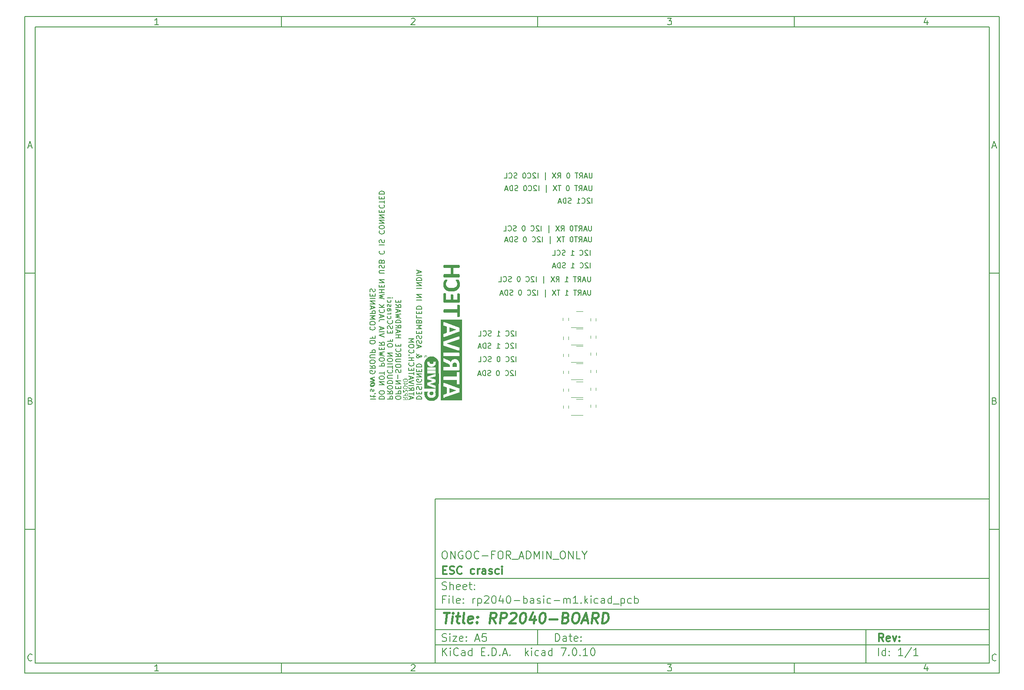
<source format=gbr>
%TF.GenerationSoftware,KiCad,Pcbnew,7.0.10*%
%TF.CreationDate,2024-01-28T16:32:00+05:30*%
%TF.ProjectId,rp2040-basic-m1,72703230-3430-42d6-9261-7369632d6d31,rev?*%
%TF.SameCoordinates,Original*%
%TF.FileFunction,Legend,Bot*%
%TF.FilePolarity,Positive*%
%FSLAX46Y46*%
G04 Gerber Fmt 4.6, Leading zero omitted, Abs format (unit mm)*
G04 Created by KiCad (PCBNEW 7.0.10) date 2024-01-28 16:32:00*
%MOMM*%
%LPD*%
G01*
G04 APERTURE LIST*
%ADD10C,0.100000*%
%ADD11C,0.150000*%
%ADD12C,0.300000*%
%ADD13C,0.400000*%
%ADD14C,0.000000*%
%ADD15C,0.200000*%
%ADD16C,0.120000*%
G04 APERTURE END LIST*
D10*
D11*
X90007200Y-104005800D02*
X198007200Y-104005800D01*
X198007200Y-136005800D01*
X90007200Y-136005800D01*
X90007200Y-104005800D01*
D10*
D11*
X10000000Y-10000000D02*
X200007200Y-10000000D01*
X200007200Y-138005800D01*
X10000000Y-138005800D01*
X10000000Y-10000000D01*
D10*
D11*
X12000000Y-12000000D02*
X198007200Y-12000000D01*
X198007200Y-136005800D01*
X12000000Y-136005800D01*
X12000000Y-12000000D01*
D10*
D11*
X60000000Y-12000000D02*
X60000000Y-10000000D01*
D10*
D11*
X110000000Y-12000000D02*
X110000000Y-10000000D01*
D10*
D11*
X160000000Y-12000000D02*
X160000000Y-10000000D01*
D10*
D11*
X36089160Y-11593604D02*
X35346303Y-11593604D01*
X35717731Y-11593604D02*
X35717731Y-10293604D01*
X35717731Y-10293604D02*
X35593922Y-10479319D01*
X35593922Y-10479319D02*
X35470112Y-10603128D01*
X35470112Y-10603128D02*
X35346303Y-10665033D01*
D10*
D11*
X85346303Y-10417414D02*
X85408207Y-10355509D01*
X85408207Y-10355509D02*
X85532017Y-10293604D01*
X85532017Y-10293604D02*
X85841541Y-10293604D01*
X85841541Y-10293604D02*
X85965350Y-10355509D01*
X85965350Y-10355509D02*
X86027255Y-10417414D01*
X86027255Y-10417414D02*
X86089160Y-10541223D01*
X86089160Y-10541223D02*
X86089160Y-10665033D01*
X86089160Y-10665033D02*
X86027255Y-10850747D01*
X86027255Y-10850747D02*
X85284398Y-11593604D01*
X85284398Y-11593604D02*
X86089160Y-11593604D01*
D10*
D11*
X135284398Y-10293604D02*
X136089160Y-10293604D01*
X136089160Y-10293604D02*
X135655826Y-10788842D01*
X135655826Y-10788842D02*
X135841541Y-10788842D01*
X135841541Y-10788842D02*
X135965350Y-10850747D01*
X135965350Y-10850747D02*
X136027255Y-10912652D01*
X136027255Y-10912652D02*
X136089160Y-11036461D01*
X136089160Y-11036461D02*
X136089160Y-11345985D01*
X136089160Y-11345985D02*
X136027255Y-11469795D01*
X136027255Y-11469795D02*
X135965350Y-11531700D01*
X135965350Y-11531700D02*
X135841541Y-11593604D01*
X135841541Y-11593604D02*
X135470112Y-11593604D01*
X135470112Y-11593604D02*
X135346303Y-11531700D01*
X135346303Y-11531700D02*
X135284398Y-11469795D01*
D10*
D11*
X185965350Y-10726938D02*
X185965350Y-11593604D01*
X185655826Y-10231700D02*
X185346303Y-11160271D01*
X185346303Y-11160271D02*
X186151064Y-11160271D01*
D10*
D11*
X60000000Y-136005800D02*
X60000000Y-138005800D01*
D10*
D11*
X110000000Y-136005800D02*
X110000000Y-138005800D01*
D10*
D11*
X160000000Y-136005800D02*
X160000000Y-138005800D01*
D10*
D11*
X36089160Y-137599404D02*
X35346303Y-137599404D01*
X35717731Y-137599404D02*
X35717731Y-136299404D01*
X35717731Y-136299404D02*
X35593922Y-136485119D01*
X35593922Y-136485119D02*
X35470112Y-136608928D01*
X35470112Y-136608928D02*
X35346303Y-136670833D01*
D10*
D11*
X85346303Y-136423214D02*
X85408207Y-136361309D01*
X85408207Y-136361309D02*
X85532017Y-136299404D01*
X85532017Y-136299404D02*
X85841541Y-136299404D01*
X85841541Y-136299404D02*
X85965350Y-136361309D01*
X85965350Y-136361309D02*
X86027255Y-136423214D01*
X86027255Y-136423214D02*
X86089160Y-136547023D01*
X86089160Y-136547023D02*
X86089160Y-136670833D01*
X86089160Y-136670833D02*
X86027255Y-136856547D01*
X86027255Y-136856547D02*
X85284398Y-137599404D01*
X85284398Y-137599404D02*
X86089160Y-137599404D01*
D10*
D11*
X135284398Y-136299404D02*
X136089160Y-136299404D01*
X136089160Y-136299404D02*
X135655826Y-136794642D01*
X135655826Y-136794642D02*
X135841541Y-136794642D01*
X135841541Y-136794642D02*
X135965350Y-136856547D01*
X135965350Y-136856547D02*
X136027255Y-136918452D01*
X136027255Y-136918452D02*
X136089160Y-137042261D01*
X136089160Y-137042261D02*
X136089160Y-137351785D01*
X136089160Y-137351785D02*
X136027255Y-137475595D01*
X136027255Y-137475595D02*
X135965350Y-137537500D01*
X135965350Y-137537500D02*
X135841541Y-137599404D01*
X135841541Y-137599404D02*
X135470112Y-137599404D01*
X135470112Y-137599404D02*
X135346303Y-137537500D01*
X135346303Y-137537500D02*
X135284398Y-137475595D01*
D10*
D11*
X185965350Y-136732738D02*
X185965350Y-137599404D01*
X185655826Y-136237500D02*
X185346303Y-137166071D01*
X185346303Y-137166071D02*
X186151064Y-137166071D01*
D10*
D11*
X10000000Y-60000000D02*
X12000000Y-60000000D01*
D10*
D11*
X10000000Y-110000000D02*
X12000000Y-110000000D01*
D10*
D11*
X10690476Y-35222176D02*
X11309523Y-35222176D01*
X10566666Y-35593604D02*
X10999999Y-34293604D01*
X10999999Y-34293604D02*
X11433333Y-35593604D01*
D10*
D11*
X11092857Y-84912652D02*
X11278571Y-84974557D01*
X11278571Y-84974557D02*
X11340476Y-85036461D01*
X11340476Y-85036461D02*
X11402380Y-85160271D01*
X11402380Y-85160271D02*
X11402380Y-85345985D01*
X11402380Y-85345985D02*
X11340476Y-85469795D01*
X11340476Y-85469795D02*
X11278571Y-85531700D01*
X11278571Y-85531700D02*
X11154761Y-85593604D01*
X11154761Y-85593604D02*
X10659523Y-85593604D01*
X10659523Y-85593604D02*
X10659523Y-84293604D01*
X10659523Y-84293604D02*
X11092857Y-84293604D01*
X11092857Y-84293604D02*
X11216666Y-84355509D01*
X11216666Y-84355509D02*
X11278571Y-84417414D01*
X11278571Y-84417414D02*
X11340476Y-84541223D01*
X11340476Y-84541223D02*
X11340476Y-84665033D01*
X11340476Y-84665033D02*
X11278571Y-84788842D01*
X11278571Y-84788842D02*
X11216666Y-84850747D01*
X11216666Y-84850747D02*
X11092857Y-84912652D01*
X11092857Y-84912652D02*
X10659523Y-84912652D01*
D10*
D11*
X11402380Y-135469795D02*
X11340476Y-135531700D01*
X11340476Y-135531700D02*
X11154761Y-135593604D01*
X11154761Y-135593604D02*
X11030952Y-135593604D01*
X11030952Y-135593604D02*
X10845238Y-135531700D01*
X10845238Y-135531700D02*
X10721428Y-135407890D01*
X10721428Y-135407890D02*
X10659523Y-135284080D01*
X10659523Y-135284080D02*
X10597619Y-135036461D01*
X10597619Y-135036461D02*
X10597619Y-134850747D01*
X10597619Y-134850747D02*
X10659523Y-134603128D01*
X10659523Y-134603128D02*
X10721428Y-134479319D01*
X10721428Y-134479319D02*
X10845238Y-134355509D01*
X10845238Y-134355509D02*
X11030952Y-134293604D01*
X11030952Y-134293604D02*
X11154761Y-134293604D01*
X11154761Y-134293604D02*
X11340476Y-134355509D01*
X11340476Y-134355509D02*
X11402380Y-134417414D01*
D10*
D11*
X200007200Y-60000000D02*
X198007200Y-60000000D01*
D10*
D11*
X200007200Y-110000000D02*
X198007200Y-110000000D01*
D10*
D11*
X198697676Y-35222176D02*
X199316723Y-35222176D01*
X198573866Y-35593604D02*
X199007199Y-34293604D01*
X199007199Y-34293604D02*
X199440533Y-35593604D01*
D10*
D11*
X199100057Y-84912652D02*
X199285771Y-84974557D01*
X199285771Y-84974557D02*
X199347676Y-85036461D01*
X199347676Y-85036461D02*
X199409580Y-85160271D01*
X199409580Y-85160271D02*
X199409580Y-85345985D01*
X199409580Y-85345985D02*
X199347676Y-85469795D01*
X199347676Y-85469795D02*
X199285771Y-85531700D01*
X199285771Y-85531700D02*
X199161961Y-85593604D01*
X199161961Y-85593604D02*
X198666723Y-85593604D01*
X198666723Y-85593604D02*
X198666723Y-84293604D01*
X198666723Y-84293604D02*
X199100057Y-84293604D01*
X199100057Y-84293604D02*
X199223866Y-84355509D01*
X199223866Y-84355509D02*
X199285771Y-84417414D01*
X199285771Y-84417414D02*
X199347676Y-84541223D01*
X199347676Y-84541223D02*
X199347676Y-84665033D01*
X199347676Y-84665033D02*
X199285771Y-84788842D01*
X199285771Y-84788842D02*
X199223866Y-84850747D01*
X199223866Y-84850747D02*
X199100057Y-84912652D01*
X199100057Y-84912652D02*
X198666723Y-84912652D01*
D10*
D11*
X199409580Y-135469795D02*
X199347676Y-135531700D01*
X199347676Y-135531700D02*
X199161961Y-135593604D01*
X199161961Y-135593604D02*
X199038152Y-135593604D01*
X199038152Y-135593604D02*
X198852438Y-135531700D01*
X198852438Y-135531700D02*
X198728628Y-135407890D01*
X198728628Y-135407890D02*
X198666723Y-135284080D01*
X198666723Y-135284080D02*
X198604819Y-135036461D01*
X198604819Y-135036461D02*
X198604819Y-134850747D01*
X198604819Y-134850747D02*
X198666723Y-134603128D01*
X198666723Y-134603128D02*
X198728628Y-134479319D01*
X198728628Y-134479319D02*
X198852438Y-134355509D01*
X198852438Y-134355509D02*
X199038152Y-134293604D01*
X199038152Y-134293604D02*
X199161961Y-134293604D01*
X199161961Y-134293604D02*
X199347676Y-134355509D01*
X199347676Y-134355509D02*
X199409580Y-134417414D01*
D10*
D11*
X113463026Y-131791928D02*
X113463026Y-130291928D01*
X113463026Y-130291928D02*
X113820169Y-130291928D01*
X113820169Y-130291928D02*
X114034455Y-130363357D01*
X114034455Y-130363357D02*
X114177312Y-130506214D01*
X114177312Y-130506214D02*
X114248741Y-130649071D01*
X114248741Y-130649071D02*
X114320169Y-130934785D01*
X114320169Y-130934785D02*
X114320169Y-131149071D01*
X114320169Y-131149071D02*
X114248741Y-131434785D01*
X114248741Y-131434785D02*
X114177312Y-131577642D01*
X114177312Y-131577642D02*
X114034455Y-131720500D01*
X114034455Y-131720500D02*
X113820169Y-131791928D01*
X113820169Y-131791928D02*
X113463026Y-131791928D01*
X115605884Y-131791928D02*
X115605884Y-131006214D01*
X115605884Y-131006214D02*
X115534455Y-130863357D01*
X115534455Y-130863357D02*
X115391598Y-130791928D01*
X115391598Y-130791928D02*
X115105884Y-130791928D01*
X115105884Y-130791928D02*
X114963026Y-130863357D01*
X115605884Y-131720500D02*
X115463026Y-131791928D01*
X115463026Y-131791928D02*
X115105884Y-131791928D01*
X115105884Y-131791928D02*
X114963026Y-131720500D01*
X114963026Y-131720500D02*
X114891598Y-131577642D01*
X114891598Y-131577642D02*
X114891598Y-131434785D01*
X114891598Y-131434785D02*
X114963026Y-131291928D01*
X114963026Y-131291928D02*
X115105884Y-131220500D01*
X115105884Y-131220500D02*
X115463026Y-131220500D01*
X115463026Y-131220500D02*
X115605884Y-131149071D01*
X116105884Y-130791928D02*
X116677312Y-130791928D01*
X116320169Y-130291928D02*
X116320169Y-131577642D01*
X116320169Y-131577642D02*
X116391598Y-131720500D01*
X116391598Y-131720500D02*
X116534455Y-131791928D01*
X116534455Y-131791928D02*
X116677312Y-131791928D01*
X117748741Y-131720500D02*
X117605884Y-131791928D01*
X117605884Y-131791928D02*
X117320170Y-131791928D01*
X117320170Y-131791928D02*
X117177312Y-131720500D01*
X117177312Y-131720500D02*
X117105884Y-131577642D01*
X117105884Y-131577642D02*
X117105884Y-131006214D01*
X117105884Y-131006214D02*
X117177312Y-130863357D01*
X117177312Y-130863357D02*
X117320170Y-130791928D01*
X117320170Y-130791928D02*
X117605884Y-130791928D01*
X117605884Y-130791928D02*
X117748741Y-130863357D01*
X117748741Y-130863357D02*
X117820170Y-131006214D01*
X117820170Y-131006214D02*
X117820170Y-131149071D01*
X117820170Y-131149071D02*
X117105884Y-131291928D01*
X118463026Y-131649071D02*
X118534455Y-131720500D01*
X118534455Y-131720500D02*
X118463026Y-131791928D01*
X118463026Y-131791928D02*
X118391598Y-131720500D01*
X118391598Y-131720500D02*
X118463026Y-131649071D01*
X118463026Y-131649071D02*
X118463026Y-131791928D01*
X118463026Y-130863357D02*
X118534455Y-130934785D01*
X118534455Y-130934785D02*
X118463026Y-131006214D01*
X118463026Y-131006214D02*
X118391598Y-130934785D01*
X118391598Y-130934785D02*
X118463026Y-130863357D01*
X118463026Y-130863357D02*
X118463026Y-131006214D01*
D10*
D11*
X90007200Y-132505800D02*
X198007200Y-132505800D01*
D10*
D11*
X91463026Y-134591928D02*
X91463026Y-133091928D01*
X92320169Y-134591928D02*
X91677312Y-133734785D01*
X92320169Y-133091928D02*
X91463026Y-133949071D01*
X92963026Y-134591928D02*
X92963026Y-133591928D01*
X92963026Y-133091928D02*
X92891598Y-133163357D01*
X92891598Y-133163357D02*
X92963026Y-133234785D01*
X92963026Y-133234785D02*
X93034455Y-133163357D01*
X93034455Y-133163357D02*
X92963026Y-133091928D01*
X92963026Y-133091928D02*
X92963026Y-133234785D01*
X94534455Y-134449071D02*
X94463027Y-134520500D01*
X94463027Y-134520500D02*
X94248741Y-134591928D01*
X94248741Y-134591928D02*
X94105884Y-134591928D01*
X94105884Y-134591928D02*
X93891598Y-134520500D01*
X93891598Y-134520500D02*
X93748741Y-134377642D01*
X93748741Y-134377642D02*
X93677312Y-134234785D01*
X93677312Y-134234785D02*
X93605884Y-133949071D01*
X93605884Y-133949071D02*
X93605884Y-133734785D01*
X93605884Y-133734785D02*
X93677312Y-133449071D01*
X93677312Y-133449071D02*
X93748741Y-133306214D01*
X93748741Y-133306214D02*
X93891598Y-133163357D01*
X93891598Y-133163357D02*
X94105884Y-133091928D01*
X94105884Y-133091928D02*
X94248741Y-133091928D01*
X94248741Y-133091928D02*
X94463027Y-133163357D01*
X94463027Y-133163357D02*
X94534455Y-133234785D01*
X95820170Y-134591928D02*
X95820170Y-133806214D01*
X95820170Y-133806214D02*
X95748741Y-133663357D01*
X95748741Y-133663357D02*
X95605884Y-133591928D01*
X95605884Y-133591928D02*
X95320170Y-133591928D01*
X95320170Y-133591928D02*
X95177312Y-133663357D01*
X95820170Y-134520500D02*
X95677312Y-134591928D01*
X95677312Y-134591928D02*
X95320170Y-134591928D01*
X95320170Y-134591928D02*
X95177312Y-134520500D01*
X95177312Y-134520500D02*
X95105884Y-134377642D01*
X95105884Y-134377642D02*
X95105884Y-134234785D01*
X95105884Y-134234785D02*
X95177312Y-134091928D01*
X95177312Y-134091928D02*
X95320170Y-134020500D01*
X95320170Y-134020500D02*
X95677312Y-134020500D01*
X95677312Y-134020500D02*
X95820170Y-133949071D01*
X97177313Y-134591928D02*
X97177313Y-133091928D01*
X97177313Y-134520500D02*
X97034455Y-134591928D01*
X97034455Y-134591928D02*
X96748741Y-134591928D01*
X96748741Y-134591928D02*
X96605884Y-134520500D01*
X96605884Y-134520500D02*
X96534455Y-134449071D01*
X96534455Y-134449071D02*
X96463027Y-134306214D01*
X96463027Y-134306214D02*
X96463027Y-133877642D01*
X96463027Y-133877642D02*
X96534455Y-133734785D01*
X96534455Y-133734785D02*
X96605884Y-133663357D01*
X96605884Y-133663357D02*
X96748741Y-133591928D01*
X96748741Y-133591928D02*
X97034455Y-133591928D01*
X97034455Y-133591928D02*
X97177313Y-133663357D01*
X99034455Y-133806214D02*
X99534455Y-133806214D01*
X99748741Y-134591928D02*
X99034455Y-134591928D01*
X99034455Y-134591928D02*
X99034455Y-133091928D01*
X99034455Y-133091928D02*
X99748741Y-133091928D01*
X100391598Y-134449071D02*
X100463027Y-134520500D01*
X100463027Y-134520500D02*
X100391598Y-134591928D01*
X100391598Y-134591928D02*
X100320170Y-134520500D01*
X100320170Y-134520500D02*
X100391598Y-134449071D01*
X100391598Y-134449071D02*
X100391598Y-134591928D01*
X101105884Y-134591928D02*
X101105884Y-133091928D01*
X101105884Y-133091928D02*
X101463027Y-133091928D01*
X101463027Y-133091928D02*
X101677313Y-133163357D01*
X101677313Y-133163357D02*
X101820170Y-133306214D01*
X101820170Y-133306214D02*
X101891599Y-133449071D01*
X101891599Y-133449071D02*
X101963027Y-133734785D01*
X101963027Y-133734785D02*
X101963027Y-133949071D01*
X101963027Y-133949071D02*
X101891599Y-134234785D01*
X101891599Y-134234785D02*
X101820170Y-134377642D01*
X101820170Y-134377642D02*
X101677313Y-134520500D01*
X101677313Y-134520500D02*
X101463027Y-134591928D01*
X101463027Y-134591928D02*
X101105884Y-134591928D01*
X102605884Y-134449071D02*
X102677313Y-134520500D01*
X102677313Y-134520500D02*
X102605884Y-134591928D01*
X102605884Y-134591928D02*
X102534456Y-134520500D01*
X102534456Y-134520500D02*
X102605884Y-134449071D01*
X102605884Y-134449071D02*
X102605884Y-134591928D01*
X103248742Y-134163357D02*
X103963028Y-134163357D01*
X103105885Y-134591928D02*
X103605885Y-133091928D01*
X103605885Y-133091928D02*
X104105885Y-134591928D01*
X104605884Y-134449071D02*
X104677313Y-134520500D01*
X104677313Y-134520500D02*
X104605884Y-134591928D01*
X104605884Y-134591928D02*
X104534456Y-134520500D01*
X104534456Y-134520500D02*
X104605884Y-134449071D01*
X104605884Y-134449071D02*
X104605884Y-134591928D01*
X107605884Y-134591928D02*
X107605884Y-133091928D01*
X107748742Y-134020500D02*
X108177313Y-134591928D01*
X108177313Y-133591928D02*
X107605884Y-134163357D01*
X108820170Y-134591928D02*
X108820170Y-133591928D01*
X108820170Y-133091928D02*
X108748742Y-133163357D01*
X108748742Y-133163357D02*
X108820170Y-133234785D01*
X108820170Y-133234785D02*
X108891599Y-133163357D01*
X108891599Y-133163357D02*
X108820170Y-133091928D01*
X108820170Y-133091928D02*
X108820170Y-133234785D01*
X110177314Y-134520500D02*
X110034456Y-134591928D01*
X110034456Y-134591928D02*
X109748742Y-134591928D01*
X109748742Y-134591928D02*
X109605885Y-134520500D01*
X109605885Y-134520500D02*
X109534456Y-134449071D01*
X109534456Y-134449071D02*
X109463028Y-134306214D01*
X109463028Y-134306214D02*
X109463028Y-133877642D01*
X109463028Y-133877642D02*
X109534456Y-133734785D01*
X109534456Y-133734785D02*
X109605885Y-133663357D01*
X109605885Y-133663357D02*
X109748742Y-133591928D01*
X109748742Y-133591928D02*
X110034456Y-133591928D01*
X110034456Y-133591928D02*
X110177314Y-133663357D01*
X111463028Y-134591928D02*
X111463028Y-133806214D01*
X111463028Y-133806214D02*
X111391599Y-133663357D01*
X111391599Y-133663357D02*
X111248742Y-133591928D01*
X111248742Y-133591928D02*
X110963028Y-133591928D01*
X110963028Y-133591928D02*
X110820170Y-133663357D01*
X111463028Y-134520500D02*
X111320170Y-134591928D01*
X111320170Y-134591928D02*
X110963028Y-134591928D01*
X110963028Y-134591928D02*
X110820170Y-134520500D01*
X110820170Y-134520500D02*
X110748742Y-134377642D01*
X110748742Y-134377642D02*
X110748742Y-134234785D01*
X110748742Y-134234785D02*
X110820170Y-134091928D01*
X110820170Y-134091928D02*
X110963028Y-134020500D01*
X110963028Y-134020500D02*
X111320170Y-134020500D01*
X111320170Y-134020500D02*
X111463028Y-133949071D01*
X112820171Y-134591928D02*
X112820171Y-133091928D01*
X112820171Y-134520500D02*
X112677313Y-134591928D01*
X112677313Y-134591928D02*
X112391599Y-134591928D01*
X112391599Y-134591928D02*
X112248742Y-134520500D01*
X112248742Y-134520500D02*
X112177313Y-134449071D01*
X112177313Y-134449071D02*
X112105885Y-134306214D01*
X112105885Y-134306214D02*
X112105885Y-133877642D01*
X112105885Y-133877642D02*
X112177313Y-133734785D01*
X112177313Y-133734785D02*
X112248742Y-133663357D01*
X112248742Y-133663357D02*
X112391599Y-133591928D01*
X112391599Y-133591928D02*
X112677313Y-133591928D01*
X112677313Y-133591928D02*
X112820171Y-133663357D01*
X114534456Y-133091928D02*
X115534456Y-133091928D01*
X115534456Y-133091928D02*
X114891599Y-134591928D01*
X116105884Y-134449071D02*
X116177313Y-134520500D01*
X116177313Y-134520500D02*
X116105884Y-134591928D01*
X116105884Y-134591928D02*
X116034456Y-134520500D01*
X116034456Y-134520500D02*
X116105884Y-134449071D01*
X116105884Y-134449071D02*
X116105884Y-134591928D01*
X117105885Y-133091928D02*
X117248742Y-133091928D01*
X117248742Y-133091928D02*
X117391599Y-133163357D01*
X117391599Y-133163357D02*
X117463028Y-133234785D01*
X117463028Y-133234785D02*
X117534456Y-133377642D01*
X117534456Y-133377642D02*
X117605885Y-133663357D01*
X117605885Y-133663357D02*
X117605885Y-134020500D01*
X117605885Y-134020500D02*
X117534456Y-134306214D01*
X117534456Y-134306214D02*
X117463028Y-134449071D01*
X117463028Y-134449071D02*
X117391599Y-134520500D01*
X117391599Y-134520500D02*
X117248742Y-134591928D01*
X117248742Y-134591928D02*
X117105885Y-134591928D01*
X117105885Y-134591928D02*
X116963028Y-134520500D01*
X116963028Y-134520500D02*
X116891599Y-134449071D01*
X116891599Y-134449071D02*
X116820170Y-134306214D01*
X116820170Y-134306214D02*
X116748742Y-134020500D01*
X116748742Y-134020500D02*
X116748742Y-133663357D01*
X116748742Y-133663357D02*
X116820170Y-133377642D01*
X116820170Y-133377642D02*
X116891599Y-133234785D01*
X116891599Y-133234785D02*
X116963028Y-133163357D01*
X116963028Y-133163357D02*
X117105885Y-133091928D01*
X118248741Y-134449071D02*
X118320170Y-134520500D01*
X118320170Y-134520500D02*
X118248741Y-134591928D01*
X118248741Y-134591928D02*
X118177313Y-134520500D01*
X118177313Y-134520500D02*
X118248741Y-134449071D01*
X118248741Y-134449071D02*
X118248741Y-134591928D01*
X119748742Y-134591928D02*
X118891599Y-134591928D01*
X119320170Y-134591928D02*
X119320170Y-133091928D01*
X119320170Y-133091928D02*
X119177313Y-133306214D01*
X119177313Y-133306214D02*
X119034456Y-133449071D01*
X119034456Y-133449071D02*
X118891599Y-133520500D01*
X120677313Y-133091928D02*
X120820170Y-133091928D01*
X120820170Y-133091928D02*
X120963027Y-133163357D01*
X120963027Y-133163357D02*
X121034456Y-133234785D01*
X121034456Y-133234785D02*
X121105884Y-133377642D01*
X121105884Y-133377642D02*
X121177313Y-133663357D01*
X121177313Y-133663357D02*
X121177313Y-134020500D01*
X121177313Y-134020500D02*
X121105884Y-134306214D01*
X121105884Y-134306214D02*
X121034456Y-134449071D01*
X121034456Y-134449071D02*
X120963027Y-134520500D01*
X120963027Y-134520500D02*
X120820170Y-134591928D01*
X120820170Y-134591928D02*
X120677313Y-134591928D01*
X120677313Y-134591928D02*
X120534456Y-134520500D01*
X120534456Y-134520500D02*
X120463027Y-134449071D01*
X120463027Y-134449071D02*
X120391598Y-134306214D01*
X120391598Y-134306214D02*
X120320170Y-134020500D01*
X120320170Y-134020500D02*
X120320170Y-133663357D01*
X120320170Y-133663357D02*
X120391598Y-133377642D01*
X120391598Y-133377642D02*
X120463027Y-133234785D01*
X120463027Y-133234785D02*
X120534456Y-133163357D01*
X120534456Y-133163357D02*
X120677313Y-133091928D01*
D10*
D11*
X90007200Y-129505800D02*
X198007200Y-129505800D01*
D10*
D12*
X177418853Y-131784128D02*
X176918853Y-131069842D01*
X176561710Y-131784128D02*
X176561710Y-130284128D01*
X176561710Y-130284128D02*
X177133139Y-130284128D01*
X177133139Y-130284128D02*
X177275996Y-130355557D01*
X177275996Y-130355557D02*
X177347425Y-130426985D01*
X177347425Y-130426985D02*
X177418853Y-130569842D01*
X177418853Y-130569842D02*
X177418853Y-130784128D01*
X177418853Y-130784128D02*
X177347425Y-130926985D01*
X177347425Y-130926985D02*
X177275996Y-130998414D01*
X177275996Y-130998414D02*
X177133139Y-131069842D01*
X177133139Y-131069842D02*
X176561710Y-131069842D01*
X178633139Y-131712700D02*
X178490282Y-131784128D01*
X178490282Y-131784128D02*
X178204568Y-131784128D01*
X178204568Y-131784128D02*
X178061710Y-131712700D01*
X178061710Y-131712700D02*
X177990282Y-131569842D01*
X177990282Y-131569842D02*
X177990282Y-130998414D01*
X177990282Y-130998414D02*
X178061710Y-130855557D01*
X178061710Y-130855557D02*
X178204568Y-130784128D01*
X178204568Y-130784128D02*
X178490282Y-130784128D01*
X178490282Y-130784128D02*
X178633139Y-130855557D01*
X178633139Y-130855557D02*
X178704568Y-130998414D01*
X178704568Y-130998414D02*
X178704568Y-131141271D01*
X178704568Y-131141271D02*
X177990282Y-131284128D01*
X179204567Y-130784128D02*
X179561710Y-131784128D01*
X179561710Y-131784128D02*
X179918853Y-130784128D01*
X180490281Y-131641271D02*
X180561710Y-131712700D01*
X180561710Y-131712700D02*
X180490281Y-131784128D01*
X180490281Y-131784128D02*
X180418853Y-131712700D01*
X180418853Y-131712700D02*
X180490281Y-131641271D01*
X180490281Y-131641271D02*
X180490281Y-131784128D01*
X180490281Y-130855557D02*
X180561710Y-130926985D01*
X180561710Y-130926985D02*
X180490281Y-130998414D01*
X180490281Y-130998414D02*
X180418853Y-130926985D01*
X180418853Y-130926985D02*
X180490281Y-130855557D01*
X180490281Y-130855557D02*
X180490281Y-130998414D01*
D10*
D11*
X91391598Y-131720500D02*
X91605884Y-131791928D01*
X91605884Y-131791928D02*
X91963026Y-131791928D01*
X91963026Y-131791928D02*
X92105884Y-131720500D01*
X92105884Y-131720500D02*
X92177312Y-131649071D01*
X92177312Y-131649071D02*
X92248741Y-131506214D01*
X92248741Y-131506214D02*
X92248741Y-131363357D01*
X92248741Y-131363357D02*
X92177312Y-131220500D01*
X92177312Y-131220500D02*
X92105884Y-131149071D01*
X92105884Y-131149071D02*
X91963026Y-131077642D01*
X91963026Y-131077642D02*
X91677312Y-131006214D01*
X91677312Y-131006214D02*
X91534455Y-130934785D01*
X91534455Y-130934785D02*
X91463026Y-130863357D01*
X91463026Y-130863357D02*
X91391598Y-130720500D01*
X91391598Y-130720500D02*
X91391598Y-130577642D01*
X91391598Y-130577642D02*
X91463026Y-130434785D01*
X91463026Y-130434785D02*
X91534455Y-130363357D01*
X91534455Y-130363357D02*
X91677312Y-130291928D01*
X91677312Y-130291928D02*
X92034455Y-130291928D01*
X92034455Y-130291928D02*
X92248741Y-130363357D01*
X92891597Y-131791928D02*
X92891597Y-130791928D01*
X92891597Y-130291928D02*
X92820169Y-130363357D01*
X92820169Y-130363357D02*
X92891597Y-130434785D01*
X92891597Y-130434785D02*
X92963026Y-130363357D01*
X92963026Y-130363357D02*
X92891597Y-130291928D01*
X92891597Y-130291928D02*
X92891597Y-130434785D01*
X93463026Y-130791928D02*
X94248741Y-130791928D01*
X94248741Y-130791928D02*
X93463026Y-131791928D01*
X93463026Y-131791928D02*
X94248741Y-131791928D01*
X95391598Y-131720500D02*
X95248741Y-131791928D01*
X95248741Y-131791928D02*
X94963027Y-131791928D01*
X94963027Y-131791928D02*
X94820169Y-131720500D01*
X94820169Y-131720500D02*
X94748741Y-131577642D01*
X94748741Y-131577642D02*
X94748741Y-131006214D01*
X94748741Y-131006214D02*
X94820169Y-130863357D01*
X94820169Y-130863357D02*
X94963027Y-130791928D01*
X94963027Y-130791928D02*
X95248741Y-130791928D01*
X95248741Y-130791928D02*
X95391598Y-130863357D01*
X95391598Y-130863357D02*
X95463027Y-131006214D01*
X95463027Y-131006214D02*
X95463027Y-131149071D01*
X95463027Y-131149071D02*
X94748741Y-131291928D01*
X96105883Y-131649071D02*
X96177312Y-131720500D01*
X96177312Y-131720500D02*
X96105883Y-131791928D01*
X96105883Y-131791928D02*
X96034455Y-131720500D01*
X96034455Y-131720500D02*
X96105883Y-131649071D01*
X96105883Y-131649071D02*
X96105883Y-131791928D01*
X96105883Y-130863357D02*
X96177312Y-130934785D01*
X96177312Y-130934785D02*
X96105883Y-131006214D01*
X96105883Y-131006214D02*
X96034455Y-130934785D01*
X96034455Y-130934785D02*
X96105883Y-130863357D01*
X96105883Y-130863357D02*
X96105883Y-131006214D01*
X97891598Y-131363357D02*
X98605884Y-131363357D01*
X97748741Y-131791928D02*
X98248741Y-130291928D01*
X98248741Y-130291928D02*
X98748741Y-131791928D01*
X99963026Y-130291928D02*
X99248740Y-130291928D01*
X99248740Y-130291928D02*
X99177312Y-131006214D01*
X99177312Y-131006214D02*
X99248740Y-130934785D01*
X99248740Y-130934785D02*
X99391598Y-130863357D01*
X99391598Y-130863357D02*
X99748740Y-130863357D01*
X99748740Y-130863357D02*
X99891598Y-130934785D01*
X99891598Y-130934785D02*
X99963026Y-131006214D01*
X99963026Y-131006214D02*
X100034455Y-131149071D01*
X100034455Y-131149071D02*
X100034455Y-131506214D01*
X100034455Y-131506214D02*
X99963026Y-131649071D01*
X99963026Y-131649071D02*
X99891598Y-131720500D01*
X99891598Y-131720500D02*
X99748740Y-131791928D01*
X99748740Y-131791928D02*
X99391598Y-131791928D01*
X99391598Y-131791928D02*
X99248740Y-131720500D01*
X99248740Y-131720500D02*
X99177312Y-131649071D01*
D10*
D11*
X176463026Y-134591928D02*
X176463026Y-133091928D01*
X177820170Y-134591928D02*
X177820170Y-133091928D01*
X177820170Y-134520500D02*
X177677312Y-134591928D01*
X177677312Y-134591928D02*
X177391598Y-134591928D01*
X177391598Y-134591928D02*
X177248741Y-134520500D01*
X177248741Y-134520500D02*
X177177312Y-134449071D01*
X177177312Y-134449071D02*
X177105884Y-134306214D01*
X177105884Y-134306214D02*
X177105884Y-133877642D01*
X177105884Y-133877642D02*
X177177312Y-133734785D01*
X177177312Y-133734785D02*
X177248741Y-133663357D01*
X177248741Y-133663357D02*
X177391598Y-133591928D01*
X177391598Y-133591928D02*
X177677312Y-133591928D01*
X177677312Y-133591928D02*
X177820170Y-133663357D01*
X178534455Y-134449071D02*
X178605884Y-134520500D01*
X178605884Y-134520500D02*
X178534455Y-134591928D01*
X178534455Y-134591928D02*
X178463027Y-134520500D01*
X178463027Y-134520500D02*
X178534455Y-134449071D01*
X178534455Y-134449071D02*
X178534455Y-134591928D01*
X178534455Y-133663357D02*
X178605884Y-133734785D01*
X178605884Y-133734785D02*
X178534455Y-133806214D01*
X178534455Y-133806214D02*
X178463027Y-133734785D01*
X178463027Y-133734785D02*
X178534455Y-133663357D01*
X178534455Y-133663357D02*
X178534455Y-133806214D01*
X181177313Y-134591928D02*
X180320170Y-134591928D01*
X180748741Y-134591928D02*
X180748741Y-133091928D01*
X180748741Y-133091928D02*
X180605884Y-133306214D01*
X180605884Y-133306214D02*
X180463027Y-133449071D01*
X180463027Y-133449071D02*
X180320170Y-133520500D01*
X182891598Y-133020500D02*
X181605884Y-134949071D01*
X184177313Y-134591928D02*
X183320170Y-134591928D01*
X183748741Y-134591928D02*
X183748741Y-133091928D01*
X183748741Y-133091928D02*
X183605884Y-133306214D01*
X183605884Y-133306214D02*
X183463027Y-133449071D01*
X183463027Y-133449071D02*
X183320170Y-133520500D01*
D10*
D11*
X90007200Y-125505800D02*
X198007200Y-125505800D01*
D10*
D13*
X91698928Y-126210238D02*
X92841785Y-126210238D01*
X92020357Y-128210238D02*
X92270357Y-126210238D01*
X93258452Y-128210238D02*
X93425119Y-126876904D01*
X93508452Y-126210238D02*
X93401309Y-126305476D01*
X93401309Y-126305476D02*
X93484643Y-126400714D01*
X93484643Y-126400714D02*
X93591786Y-126305476D01*
X93591786Y-126305476D02*
X93508452Y-126210238D01*
X93508452Y-126210238D02*
X93484643Y-126400714D01*
X94091786Y-126876904D02*
X94853690Y-126876904D01*
X94460833Y-126210238D02*
X94246548Y-127924523D01*
X94246548Y-127924523D02*
X94317976Y-128115000D01*
X94317976Y-128115000D02*
X94496548Y-128210238D01*
X94496548Y-128210238D02*
X94687024Y-128210238D01*
X95639405Y-128210238D02*
X95460833Y-128115000D01*
X95460833Y-128115000D02*
X95389405Y-127924523D01*
X95389405Y-127924523D02*
X95603690Y-126210238D01*
X97175119Y-128115000D02*
X96972738Y-128210238D01*
X96972738Y-128210238D02*
X96591785Y-128210238D01*
X96591785Y-128210238D02*
X96413214Y-128115000D01*
X96413214Y-128115000D02*
X96341785Y-127924523D01*
X96341785Y-127924523D02*
X96437024Y-127162619D01*
X96437024Y-127162619D02*
X96556071Y-126972142D01*
X96556071Y-126972142D02*
X96758452Y-126876904D01*
X96758452Y-126876904D02*
X97139404Y-126876904D01*
X97139404Y-126876904D02*
X97317976Y-126972142D01*
X97317976Y-126972142D02*
X97389404Y-127162619D01*
X97389404Y-127162619D02*
X97365595Y-127353095D01*
X97365595Y-127353095D02*
X96389404Y-127543571D01*
X98139405Y-128019761D02*
X98222738Y-128115000D01*
X98222738Y-128115000D02*
X98115595Y-128210238D01*
X98115595Y-128210238D02*
X98032262Y-128115000D01*
X98032262Y-128115000D02*
X98139405Y-128019761D01*
X98139405Y-128019761D02*
X98115595Y-128210238D01*
X98270357Y-126972142D02*
X98353690Y-127067380D01*
X98353690Y-127067380D02*
X98246548Y-127162619D01*
X98246548Y-127162619D02*
X98163214Y-127067380D01*
X98163214Y-127067380D02*
X98270357Y-126972142D01*
X98270357Y-126972142D02*
X98246548Y-127162619D01*
X101734643Y-128210238D02*
X101187024Y-127257857D01*
X100591786Y-128210238D02*
X100841786Y-126210238D01*
X100841786Y-126210238D02*
X101603691Y-126210238D01*
X101603691Y-126210238D02*
X101782262Y-126305476D01*
X101782262Y-126305476D02*
X101865596Y-126400714D01*
X101865596Y-126400714D02*
X101937024Y-126591190D01*
X101937024Y-126591190D02*
X101901310Y-126876904D01*
X101901310Y-126876904D02*
X101782262Y-127067380D01*
X101782262Y-127067380D02*
X101675120Y-127162619D01*
X101675120Y-127162619D02*
X101472739Y-127257857D01*
X101472739Y-127257857D02*
X100710834Y-127257857D01*
X102591786Y-128210238D02*
X102841786Y-126210238D01*
X102841786Y-126210238D02*
X103603691Y-126210238D01*
X103603691Y-126210238D02*
X103782262Y-126305476D01*
X103782262Y-126305476D02*
X103865596Y-126400714D01*
X103865596Y-126400714D02*
X103937024Y-126591190D01*
X103937024Y-126591190D02*
X103901310Y-126876904D01*
X103901310Y-126876904D02*
X103782262Y-127067380D01*
X103782262Y-127067380D02*
X103675120Y-127162619D01*
X103675120Y-127162619D02*
X103472739Y-127257857D01*
X103472739Y-127257857D02*
X102710834Y-127257857D01*
X104722739Y-126400714D02*
X104829881Y-126305476D01*
X104829881Y-126305476D02*
X105032262Y-126210238D01*
X105032262Y-126210238D02*
X105508453Y-126210238D01*
X105508453Y-126210238D02*
X105687024Y-126305476D01*
X105687024Y-126305476D02*
X105770358Y-126400714D01*
X105770358Y-126400714D02*
X105841786Y-126591190D01*
X105841786Y-126591190D02*
X105817977Y-126781666D01*
X105817977Y-126781666D02*
X105687024Y-127067380D01*
X105687024Y-127067380D02*
X104401310Y-128210238D01*
X104401310Y-128210238D02*
X105639405Y-128210238D01*
X107127501Y-126210238D02*
X107317977Y-126210238D01*
X107317977Y-126210238D02*
X107496548Y-126305476D01*
X107496548Y-126305476D02*
X107579882Y-126400714D01*
X107579882Y-126400714D02*
X107651310Y-126591190D01*
X107651310Y-126591190D02*
X107698929Y-126972142D01*
X107698929Y-126972142D02*
X107639405Y-127448333D01*
X107639405Y-127448333D02*
X107496548Y-127829285D01*
X107496548Y-127829285D02*
X107377501Y-128019761D01*
X107377501Y-128019761D02*
X107270358Y-128115000D01*
X107270358Y-128115000D02*
X107067977Y-128210238D01*
X107067977Y-128210238D02*
X106877501Y-128210238D01*
X106877501Y-128210238D02*
X106698929Y-128115000D01*
X106698929Y-128115000D02*
X106615596Y-128019761D01*
X106615596Y-128019761D02*
X106544167Y-127829285D01*
X106544167Y-127829285D02*
X106496548Y-127448333D01*
X106496548Y-127448333D02*
X106556072Y-126972142D01*
X106556072Y-126972142D02*
X106698929Y-126591190D01*
X106698929Y-126591190D02*
X106817977Y-126400714D01*
X106817977Y-126400714D02*
X106925120Y-126305476D01*
X106925120Y-126305476D02*
X107127501Y-126210238D01*
X109425120Y-126876904D02*
X109258453Y-128210238D01*
X109044167Y-126115000D02*
X108389405Y-127543571D01*
X108389405Y-127543571D02*
X109627501Y-127543571D01*
X110937025Y-126210238D02*
X111127501Y-126210238D01*
X111127501Y-126210238D02*
X111306072Y-126305476D01*
X111306072Y-126305476D02*
X111389406Y-126400714D01*
X111389406Y-126400714D02*
X111460834Y-126591190D01*
X111460834Y-126591190D02*
X111508453Y-126972142D01*
X111508453Y-126972142D02*
X111448929Y-127448333D01*
X111448929Y-127448333D02*
X111306072Y-127829285D01*
X111306072Y-127829285D02*
X111187025Y-128019761D01*
X111187025Y-128019761D02*
X111079882Y-128115000D01*
X111079882Y-128115000D02*
X110877501Y-128210238D01*
X110877501Y-128210238D02*
X110687025Y-128210238D01*
X110687025Y-128210238D02*
X110508453Y-128115000D01*
X110508453Y-128115000D02*
X110425120Y-128019761D01*
X110425120Y-128019761D02*
X110353691Y-127829285D01*
X110353691Y-127829285D02*
X110306072Y-127448333D01*
X110306072Y-127448333D02*
X110365596Y-126972142D01*
X110365596Y-126972142D02*
X110508453Y-126591190D01*
X110508453Y-126591190D02*
X110627501Y-126400714D01*
X110627501Y-126400714D02*
X110734644Y-126305476D01*
X110734644Y-126305476D02*
X110937025Y-126210238D01*
X112306072Y-127448333D02*
X113829882Y-127448333D01*
X115484643Y-127162619D02*
X115758453Y-127257857D01*
X115758453Y-127257857D02*
X115841786Y-127353095D01*
X115841786Y-127353095D02*
X115913215Y-127543571D01*
X115913215Y-127543571D02*
X115877500Y-127829285D01*
X115877500Y-127829285D02*
X115758453Y-128019761D01*
X115758453Y-128019761D02*
X115651310Y-128115000D01*
X115651310Y-128115000D02*
X115448929Y-128210238D01*
X115448929Y-128210238D02*
X114687024Y-128210238D01*
X114687024Y-128210238D02*
X114937024Y-126210238D01*
X114937024Y-126210238D02*
X115603691Y-126210238D01*
X115603691Y-126210238D02*
X115782262Y-126305476D01*
X115782262Y-126305476D02*
X115865596Y-126400714D01*
X115865596Y-126400714D02*
X115937024Y-126591190D01*
X115937024Y-126591190D02*
X115913215Y-126781666D01*
X115913215Y-126781666D02*
X115794167Y-126972142D01*
X115794167Y-126972142D02*
X115687024Y-127067380D01*
X115687024Y-127067380D02*
X115484643Y-127162619D01*
X115484643Y-127162619D02*
X114817977Y-127162619D01*
X117317977Y-126210238D02*
X117698929Y-126210238D01*
X117698929Y-126210238D02*
X117877500Y-126305476D01*
X117877500Y-126305476D02*
X118044167Y-126495952D01*
X118044167Y-126495952D02*
X118091786Y-126876904D01*
X118091786Y-126876904D02*
X118008453Y-127543571D01*
X118008453Y-127543571D02*
X117865596Y-127924523D01*
X117865596Y-127924523D02*
X117651310Y-128115000D01*
X117651310Y-128115000D02*
X117448929Y-128210238D01*
X117448929Y-128210238D02*
X117067977Y-128210238D01*
X117067977Y-128210238D02*
X116889405Y-128115000D01*
X116889405Y-128115000D02*
X116722739Y-127924523D01*
X116722739Y-127924523D02*
X116675119Y-127543571D01*
X116675119Y-127543571D02*
X116758453Y-126876904D01*
X116758453Y-126876904D02*
X116901310Y-126495952D01*
X116901310Y-126495952D02*
X117115596Y-126305476D01*
X117115596Y-126305476D02*
X117317977Y-126210238D01*
X118758453Y-127638809D02*
X119710834Y-127638809D01*
X118496548Y-128210238D02*
X119413215Y-126210238D01*
X119413215Y-126210238D02*
X119829881Y-128210238D01*
X121639405Y-128210238D02*
X121091786Y-127257857D01*
X120496548Y-128210238D02*
X120746548Y-126210238D01*
X120746548Y-126210238D02*
X121508453Y-126210238D01*
X121508453Y-126210238D02*
X121687024Y-126305476D01*
X121687024Y-126305476D02*
X121770358Y-126400714D01*
X121770358Y-126400714D02*
X121841786Y-126591190D01*
X121841786Y-126591190D02*
X121806072Y-126876904D01*
X121806072Y-126876904D02*
X121687024Y-127067380D01*
X121687024Y-127067380D02*
X121579882Y-127162619D01*
X121579882Y-127162619D02*
X121377501Y-127257857D01*
X121377501Y-127257857D02*
X120615596Y-127257857D01*
X122496548Y-128210238D02*
X122746548Y-126210238D01*
X122746548Y-126210238D02*
X123222739Y-126210238D01*
X123222739Y-126210238D02*
X123496548Y-126305476D01*
X123496548Y-126305476D02*
X123663215Y-126495952D01*
X123663215Y-126495952D02*
X123734643Y-126686428D01*
X123734643Y-126686428D02*
X123782263Y-127067380D01*
X123782263Y-127067380D02*
X123746548Y-127353095D01*
X123746548Y-127353095D02*
X123603691Y-127734047D01*
X123603691Y-127734047D02*
X123484643Y-127924523D01*
X123484643Y-127924523D02*
X123270358Y-128115000D01*
X123270358Y-128115000D02*
X122972739Y-128210238D01*
X122972739Y-128210238D02*
X122496548Y-128210238D01*
D10*
D11*
X91963026Y-123606214D02*
X91463026Y-123606214D01*
X91463026Y-124391928D02*
X91463026Y-122891928D01*
X91463026Y-122891928D02*
X92177312Y-122891928D01*
X92748740Y-124391928D02*
X92748740Y-123391928D01*
X92748740Y-122891928D02*
X92677312Y-122963357D01*
X92677312Y-122963357D02*
X92748740Y-123034785D01*
X92748740Y-123034785D02*
X92820169Y-122963357D01*
X92820169Y-122963357D02*
X92748740Y-122891928D01*
X92748740Y-122891928D02*
X92748740Y-123034785D01*
X93677312Y-124391928D02*
X93534455Y-124320500D01*
X93534455Y-124320500D02*
X93463026Y-124177642D01*
X93463026Y-124177642D02*
X93463026Y-122891928D01*
X94820169Y-124320500D02*
X94677312Y-124391928D01*
X94677312Y-124391928D02*
X94391598Y-124391928D01*
X94391598Y-124391928D02*
X94248740Y-124320500D01*
X94248740Y-124320500D02*
X94177312Y-124177642D01*
X94177312Y-124177642D02*
X94177312Y-123606214D01*
X94177312Y-123606214D02*
X94248740Y-123463357D01*
X94248740Y-123463357D02*
X94391598Y-123391928D01*
X94391598Y-123391928D02*
X94677312Y-123391928D01*
X94677312Y-123391928D02*
X94820169Y-123463357D01*
X94820169Y-123463357D02*
X94891598Y-123606214D01*
X94891598Y-123606214D02*
X94891598Y-123749071D01*
X94891598Y-123749071D02*
X94177312Y-123891928D01*
X95534454Y-124249071D02*
X95605883Y-124320500D01*
X95605883Y-124320500D02*
X95534454Y-124391928D01*
X95534454Y-124391928D02*
X95463026Y-124320500D01*
X95463026Y-124320500D02*
X95534454Y-124249071D01*
X95534454Y-124249071D02*
X95534454Y-124391928D01*
X95534454Y-123463357D02*
X95605883Y-123534785D01*
X95605883Y-123534785D02*
X95534454Y-123606214D01*
X95534454Y-123606214D02*
X95463026Y-123534785D01*
X95463026Y-123534785D02*
X95534454Y-123463357D01*
X95534454Y-123463357D02*
X95534454Y-123606214D01*
X97391597Y-124391928D02*
X97391597Y-123391928D01*
X97391597Y-123677642D02*
X97463026Y-123534785D01*
X97463026Y-123534785D02*
X97534455Y-123463357D01*
X97534455Y-123463357D02*
X97677312Y-123391928D01*
X97677312Y-123391928D02*
X97820169Y-123391928D01*
X98320168Y-123391928D02*
X98320168Y-124891928D01*
X98320168Y-123463357D02*
X98463026Y-123391928D01*
X98463026Y-123391928D02*
X98748740Y-123391928D01*
X98748740Y-123391928D02*
X98891597Y-123463357D01*
X98891597Y-123463357D02*
X98963026Y-123534785D01*
X98963026Y-123534785D02*
X99034454Y-123677642D01*
X99034454Y-123677642D02*
X99034454Y-124106214D01*
X99034454Y-124106214D02*
X98963026Y-124249071D01*
X98963026Y-124249071D02*
X98891597Y-124320500D01*
X98891597Y-124320500D02*
X98748740Y-124391928D01*
X98748740Y-124391928D02*
X98463026Y-124391928D01*
X98463026Y-124391928D02*
X98320168Y-124320500D01*
X99605883Y-123034785D02*
X99677311Y-122963357D01*
X99677311Y-122963357D02*
X99820169Y-122891928D01*
X99820169Y-122891928D02*
X100177311Y-122891928D01*
X100177311Y-122891928D02*
X100320169Y-122963357D01*
X100320169Y-122963357D02*
X100391597Y-123034785D01*
X100391597Y-123034785D02*
X100463026Y-123177642D01*
X100463026Y-123177642D02*
X100463026Y-123320500D01*
X100463026Y-123320500D02*
X100391597Y-123534785D01*
X100391597Y-123534785D02*
X99534454Y-124391928D01*
X99534454Y-124391928D02*
X100463026Y-124391928D01*
X101391597Y-122891928D02*
X101534454Y-122891928D01*
X101534454Y-122891928D02*
X101677311Y-122963357D01*
X101677311Y-122963357D02*
X101748740Y-123034785D01*
X101748740Y-123034785D02*
X101820168Y-123177642D01*
X101820168Y-123177642D02*
X101891597Y-123463357D01*
X101891597Y-123463357D02*
X101891597Y-123820500D01*
X101891597Y-123820500D02*
X101820168Y-124106214D01*
X101820168Y-124106214D02*
X101748740Y-124249071D01*
X101748740Y-124249071D02*
X101677311Y-124320500D01*
X101677311Y-124320500D02*
X101534454Y-124391928D01*
X101534454Y-124391928D02*
X101391597Y-124391928D01*
X101391597Y-124391928D02*
X101248740Y-124320500D01*
X101248740Y-124320500D02*
X101177311Y-124249071D01*
X101177311Y-124249071D02*
X101105882Y-124106214D01*
X101105882Y-124106214D02*
X101034454Y-123820500D01*
X101034454Y-123820500D02*
X101034454Y-123463357D01*
X101034454Y-123463357D02*
X101105882Y-123177642D01*
X101105882Y-123177642D02*
X101177311Y-123034785D01*
X101177311Y-123034785D02*
X101248740Y-122963357D01*
X101248740Y-122963357D02*
X101391597Y-122891928D01*
X103177311Y-123391928D02*
X103177311Y-124391928D01*
X102820168Y-122820500D02*
X102463025Y-123891928D01*
X102463025Y-123891928D02*
X103391596Y-123891928D01*
X104248739Y-122891928D02*
X104391596Y-122891928D01*
X104391596Y-122891928D02*
X104534453Y-122963357D01*
X104534453Y-122963357D02*
X104605882Y-123034785D01*
X104605882Y-123034785D02*
X104677310Y-123177642D01*
X104677310Y-123177642D02*
X104748739Y-123463357D01*
X104748739Y-123463357D02*
X104748739Y-123820500D01*
X104748739Y-123820500D02*
X104677310Y-124106214D01*
X104677310Y-124106214D02*
X104605882Y-124249071D01*
X104605882Y-124249071D02*
X104534453Y-124320500D01*
X104534453Y-124320500D02*
X104391596Y-124391928D01*
X104391596Y-124391928D02*
X104248739Y-124391928D01*
X104248739Y-124391928D02*
X104105882Y-124320500D01*
X104105882Y-124320500D02*
X104034453Y-124249071D01*
X104034453Y-124249071D02*
X103963024Y-124106214D01*
X103963024Y-124106214D02*
X103891596Y-123820500D01*
X103891596Y-123820500D02*
X103891596Y-123463357D01*
X103891596Y-123463357D02*
X103963024Y-123177642D01*
X103963024Y-123177642D02*
X104034453Y-123034785D01*
X104034453Y-123034785D02*
X104105882Y-122963357D01*
X104105882Y-122963357D02*
X104248739Y-122891928D01*
X105391595Y-123820500D02*
X106534453Y-123820500D01*
X107248738Y-124391928D02*
X107248738Y-122891928D01*
X107248738Y-123463357D02*
X107391596Y-123391928D01*
X107391596Y-123391928D02*
X107677310Y-123391928D01*
X107677310Y-123391928D02*
X107820167Y-123463357D01*
X107820167Y-123463357D02*
X107891596Y-123534785D01*
X107891596Y-123534785D02*
X107963024Y-123677642D01*
X107963024Y-123677642D02*
X107963024Y-124106214D01*
X107963024Y-124106214D02*
X107891596Y-124249071D01*
X107891596Y-124249071D02*
X107820167Y-124320500D01*
X107820167Y-124320500D02*
X107677310Y-124391928D01*
X107677310Y-124391928D02*
X107391596Y-124391928D01*
X107391596Y-124391928D02*
X107248738Y-124320500D01*
X109248739Y-124391928D02*
X109248739Y-123606214D01*
X109248739Y-123606214D02*
X109177310Y-123463357D01*
X109177310Y-123463357D02*
X109034453Y-123391928D01*
X109034453Y-123391928D02*
X108748739Y-123391928D01*
X108748739Y-123391928D02*
X108605881Y-123463357D01*
X109248739Y-124320500D02*
X109105881Y-124391928D01*
X109105881Y-124391928D02*
X108748739Y-124391928D01*
X108748739Y-124391928D02*
X108605881Y-124320500D01*
X108605881Y-124320500D02*
X108534453Y-124177642D01*
X108534453Y-124177642D02*
X108534453Y-124034785D01*
X108534453Y-124034785D02*
X108605881Y-123891928D01*
X108605881Y-123891928D02*
X108748739Y-123820500D01*
X108748739Y-123820500D02*
X109105881Y-123820500D01*
X109105881Y-123820500D02*
X109248739Y-123749071D01*
X109891596Y-124320500D02*
X110034453Y-124391928D01*
X110034453Y-124391928D02*
X110320167Y-124391928D01*
X110320167Y-124391928D02*
X110463024Y-124320500D01*
X110463024Y-124320500D02*
X110534453Y-124177642D01*
X110534453Y-124177642D02*
X110534453Y-124106214D01*
X110534453Y-124106214D02*
X110463024Y-123963357D01*
X110463024Y-123963357D02*
X110320167Y-123891928D01*
X110320167Y-123891928D02*
X110105882Y-123891928D01*
X110105882Y-123891928D02*
X109963024Y-123820500D01*
X109963024Y-123820500D02*
X109891596Y-123677642D01*
X109891596Y-123677642D02*
X109891596Y-123606214D01*
X109891596Y-123606214D02*
X109963024Y-123463357D01*
X109963024Y-123463357D02*
X110105882Y-123391928D01*
X110105882Y-123391928D02*
X110320167Y-123391928D01*
X110320167Y-123391928D02*
X110463024Y-123463357D01*
X111177310Y-124391928D02*
X111177310Y-123391928D01*
X111177310Y-122891928D02*
X111105882Y-122963357D01*
X111105882Y-122963357D02*
X111177310Y-123034785D01*
X111177310Y-123034785D02*
X111248739Y-122963357D01*
X111248739Y-122963357D02*
X111177310Y-122891928D01*
X111177310Y-122891928D02*
X111177310Y-123034785D01*
X112534454Y-124320500D02*
X112391596Y-124391928D01*
X112391596Y-124391928D02*
X112105882Y-124391928D01*
X112105882Y-124391928D02*
X111963025Y-124320500D01*
X111963025Y-124320500D02*
X111891596Y-124249071D01*
X111891596Y-124249071D02*
X111820168Y-124106214D01*
X111820168Y-124106214D02*
X111820168Y-123677642D01*
X111820168Y-123677642D02*
X111891596Y-123534785D01*
X111891596Y-123534785D02*
X111963025Y-123463357D01*
X111963025Y-123463357D02*
X112105882Y-123391928D01*
X112105882Y-123391928D02*
X112391596Y-123391928D01*
X112391596Y-123391928D02*
X112534454Y-123463357D01*
X113177310Y-123820500D02*
X114320168Y-123820500D01*
X115034453Y-124391928D02*
X115034453Y-123391928D01*
X115034453Y-123534785D02*
X115105882Y-123463357D01*
X115105882Y-123463357D02*
X115248739Y-123391928D01*
X115248739Y-123391928D02*
X115463025Y-123391928D01*
X115463025Y-123391928D02*
X115605882Y-123463357D01*
X115605882Y-123463357D02*
X115677311Y-123606214D01*
X115677311Y-123606214D02*
X115677311Y-124391928D01*
X115677311Y-123606214D02*
X115748739Y-123463357D01*
X115748739Y-123463357D02*
X115891596Y-123391928D01*
X115891596Y-123391928D02*
X116105882Y-123391928D01*
X116105882Y-123391928D02*
X116248739Y-123463357D01*
X116248739Y-123463357D02*
X116320168Y-123606214D01*
X116320168Y-123606214D02*
X116320168Y-124391928D01*
X117820168Y-124391928D02*
X116963025Y-124391928D01*
X117391596Y-124391928D02*
X117391596Y-122891928D01*
X117391596Y-122891928D02*
X117248739Y-123106214D01*
X117248739Y-123106214D02*
X117105882Y-123249071D01*
X117105882Y-123249071D02*
X116963025Y-123320500D01*
X118463024Y-124249071D02*
X118534453Y-124320500D01*
X118534453Y-124320500D02*
X118463024Y-124391928D01*
X118463024Y-124391928D02*
X118391596Y-124320500D01*
X118391596Y-124320500D02*
X118463024Y-124249071D01*
X118463024Y-124249071D02*
X118463024Y-124391928D01*
X119177310Y-124391928D02*
X119177310Y-122891928D01*
X119320168Y-123820500D02*
X119748739Y-124391928D01*
X119748739Y-123391928D02*
X119177310Y-123963357D01*
X120391596Y-124391928D02*
X120391596Y-123391928D01*
X120391596Y-122891928D02*
X120320168Y-122963357D01*
X120320168Y-122963357D02*
X120391596Y-123034785D01*
X120391596Y-123034785D02*
X120463025Y-122963357D01*
X120463025Y-122963357D02*
X120391596Y-122891928D01*
X120391596Y-122891928D02*
X120391596Y-123034785D01*
X121748740Y-124320500D02*
X121605882Y-124391928D01*
X121605882Y-124391928D02*
X121320168Y-124391928D01*
X121320168Y-124391928D02*
X121177311Y-124320500D01*
X121177311Y-124320500D02*
X121105882Y-124249071D01*
X121105882Y-124249071D02*
X121034454Y-124106214D01*
X121034454Y-124106214D02*
X121034454Y-123677642D01*
X121034454Y-123677642D02*
X121105882Y-123534785D01*
X121105882Y-123534785D02*
X121177311Y-123463357D01*
X121177311Y-123463357D02*
X121320168Y-123391928D01*
X121320168Y-123391928D02*
X121605882Y-123391928D01*
X121605882Y-123391928D02*
X121748740Y-123463357D01*
X123034454Y-124391928D02*
X123034454Y-123606214D01*
X123034454Y-123606214D02*
X122963025Y-123463357D01*
X122963025Y-123463357D02*
X122820168Y-123391928D01*
X122820168Y-123391928D02*
X122534454Y-123391928D01*
X122534454Y-123391928D02*
X122391596Y-123463357D01*
X123034454Y-124320500D02*
X122891596Y-124391928D01*
X122891596Y-124391928D02*
X122534454Y-124391928D01*
X122534454Y-124391928D02*
X122391596Y-124320500D01*
X122391596Y-124320500D02*
X122320168Y-124177642D01*
X122320168Y-124177642D02*
X122320168Y-124034785D01*
X122320168Y-124034785D02*
X122391596Y-123891928D01*
X122391596Y-123891928D02*
X122534454Y-123820500D01*
X122534454Y-123820500D02*
X122891596Y-123820500D01*
X122891596Y-123820500D02*
X123034454Y-123749071D01*
X124391597Y-124391928D02*
X124391597Y-122891928D01*
X124391597Y-124320500D02*
X124248739Y-124391928D01*
X124248739Y-124391928D02*
X123963025Y-124391928D01*
X123963025Y-124391928D02*
X123820168Y-124320500D01*
X123820168Y-124320500D02*
X123748739Y-124249071D01*
X123748739Y-124249071D02*
X123677311Y-124106214D01*
X123677311Y-124106214D02*
X123677311Y-123677642D01*
X123677311Y-123677642D02*
X123748739Y-123534785D01*
X123748739Y-123534785D02*
X123820168Y-123463357D01*
X123820168Y-123463357D02*
X123963025Y-123391928D01*
X123963025Y-123391928D02*
X124248739Y-123391928D01*
X124248739Y-123391928D02*
X124391597Y-123463357D01*
X124748740Y-124534785D02*
X125891597Y-124534785D01*
X126248739Y-123391928D02*
X126248739Y-124891928D01*
X126248739Y-123463357D02*
X126391597Y-123391928D01*
X126391597Y-123391928D02*
X126677311Y-123391928D01*
X126677311Y-123391928D02*
X126820168Y-123463357D01*
X126820168Y-123463357D02*
X126891597Y-123534785D01*
X126891597Y-123534785D02*
X126963025Y-123677642D01*
X126963025Y-123677642D02*
X126963025Y-124106214D01*
X126963025Y-124106214D02*
X126891597Y-124249071D01*
X126891597Y-124249071D02*
X126820168Y-124320500D01*
X126820168Y-124320500D02*
X126677311Y-124391928D01*
X126677311Y-124391928D02*
X126391597Y-124391928D01*
X126391597Y-124391928D02*
X126248739Y-124320500D01*
X128248740Y-124320500D02*
X128105882Y-124391928D01*
X128105882Y-124391928D02*
X127820168Y-124391928D01*
X127820168Y-124391928D02*
X127677311Y-124320500D01*
X127677311Y-124320500D02*
X127605882Y-124249071D01*
X127605882Y-124249071D02*
X127534454Y-124106214D01*
X127534454Y-124106214D02*
X127534454Y-123677642D01*
X127534454Y-123677642D02*
X127605882Y-123534785D01*
X127605882Y-123534785D02*
X127677311Y-123463357D01*
X127677311Y-123463357D02*
X127820168Y-123391928D01*
X127820168Y-123391928D02*
X128105882Y-123391928D01*
X128105882Y-123391928D02*
X128248740Y-123463357D01*
X128891596Y-124391928D02*
X128891596Y-122891928D01*
X128891596Y-123463357D02*
X129034454Y-123391928D01*
X129034454Y-123391928D02*
X129320168Y-123391928D01*
X129320168Y-123391928D02*
X129463025Y-123463357D01*
X129463025Y-123463357D02*
X129534454Y-123534785D01*
X129534454Y-123534785D02*
X129605882Y-123677642D01*
X129605882Y-123677642D02*
X129605882Y-124106214D01*
X129605882Y-124106214D02*
X129534454Y-124249071D01*
X129534454Y-124249071D02*
X129463025Y-124320500D01*
X129463025Y-124320500D02*
X129320168Y-124391928D01*
X129320168Y-124391928D02*
X129034454Y-124391928D01*
X129034454Y-124391928D02*
X128891596Y-124320500D01*
D10*
D11*
X90007200Y-119505800D02*
X198007200Y-119505800D01*
D10*
D11*
X91391598Y-121620500D02*
X91605884Y-121691928D01*
X91605884Y-121691928D02*
X91963026Y-121691928D01*
X91963026Y-121691928D02*
X92105884Y-121620500D01*
X92105884Y-121620500D02*
X92177312Y-121549071D01*
X92177312Y-121549071D02*
X92248741Y-121406214D01*
X92248741Y-121406214D02*
X92248741Y-121263357D01*
X92248741Y-121263357D02*
X92177312Y-121120500D01*
X92177312Y-121120500D02*
X92105884Y-121049071D01*
X92105884Y-121049071D02*
X91963026Y-120977642D01*
X91963026Y-120977642D02*
X91677312Y-120906214D01*
X91677312Y-120906214D02*
X91534455Y-120834785D01*
X91534455Y-120834785D02*
X91463026Y-120763357D01*
X91463026Y-120763357D02*
X91391598Y-120620500D01*
X91391598Y-120620500D02*
X91391598Y-120477642D01*
X91391598Y-120477642D02*
X91463026Y-120334785D01*
X91463026Y-120334785D02*
X91534455Y-120263357D01*
X91534455Y-120263357D02*
X91677312Y-120191928D01*
X91677312Y-120191928D02*
X92034455Y-120191928D01*
X92034455Y-120191928D02*
X92248741Y-120263357D01*
X92891597Y-121691928D02*
X92891597Y-120191928D01*
X93534455Y-121691928D02*
X93534455Y-120906214D01*
X93534455Y-120906214D02*
X93463026Y-120763357D01*
X93463026Y-120763357D02*
X93320169Y-120691928D01*
X93320169Y-120691928D02*
X93105883Y-120691928D01*
X93105883Y-120691928D02*
X92963026Y-120763357D01*
X92963026Y-120763357D02*
X92891597Y-120834785D01*
X94820169Y-121620500D02*
X94677312Y-121691928D01*
X94677312Y-121691928D02*
X94391598Y-121691928D01*
X94391598Y-121691928D02*
X94248740Y-121620500D01*
X94248740Y-121620500D02*
X94177312Y-121477642D01*
X94177312Y-121477642D02*
X94177312Y-120906214D01*
X94177312Y-120906214D02*
X94248740Y-120763357D01*
X94248740Y-120763357D02*
X94391598Y-120691928D01*
X94391598Y-120691928D02*
X94677312Y-120691928D01*
X94677312Y-120691928D02*
X94820169Y-120763357D01*
X94820169Y-120763357D02*
X94891598Y-120906214D01*
X94891598Y-120906214D02*
X94891598Y-121049071D01*
X94891598Y-121049071D02*
X94177312Y-121191928D01*
X96105883Y-121620500D02*
X95963026Y-121691928D01*
X95963026Y-121691928D02*
X95677312Y-121691928D01*
X95677312Y-121691928D02*
X95534454Y-121620500D01*
X95534454Y-121620500D02*
X95463026Y-121477642D01*
X95463026Y-121477642D02*
X95463026Y-120906214D01*
X95463026Y-120906214D02*
X95534454Y-120763357D01*
X95534454Y-120763357D02*
X95677312Y-120691928D01*
X95677312Y-120691928D02*
X95963026Y-120691928D01*
X95963026Y-120691928D02*
X96105883Y-120763357D01*
X96105883Y-120763357D02*
X96177312Y-120906214D01*
X96177312Y-120906214D02*
X96177312Y-121049071D01*
X96177312Y-121049071D02*
X95463026Y-121191928D01*
X96605883Y-120691928D02*
X97177311Y-120691928D01*
X96820168Y-120191928D02*
X96820168Y-121477642D01*
X96820168Y-121477642D02*
X96891597Y-121620500D01*
X96891597Y-121620500D02*
X97034454Y-121691928D01*
X97034454Y-121691928D02*
X97177311Y-121691928D01*
X97677311Y-121549071D02*
X97748740Y-121620500D01*
X97748740Y-121620500D02*
X97677311Y-121691928D01*
X97677311Y-121691928D02*
X97605883Y-121620500D01*
X97605883Y-121620500D02*
X97677311Y-121549071D01*
X97677311Y-121549071D02*
X97677311Y-121691928D01*
X97677311Y-120763357D02*
X97748740Y-120834785D01*
X97748740Y-120834785D02*
X97677311Y-120906214D01*
X97677311Y-120906214D02*
X97605883Y-120834785D01*
X97605883Y-120834785D02*
X97677311Y-120763357D01*
X97677311Y-120763357D02*
X97677311Y-120906214D01*
D10*
D12*
X91561710Y-117898414D02*
X92061710Y-117898414D01*
X92275996Y-118684128D02*
X91561710Y-118684128D01*
X91561710Y-118684128D02*
X91561710Y-117184128D01*
X91561710Y-117184128D02*
X92275996Y-117184128D01*
X92847425Y-118612700D02*
X93061711Y-118684128D01*
X93061711Y-118684128D02*
X93418853Y-118684128D01*
X93418853Y-118684128D02*
X93561711Y-118612700D01*
X93561711Y-118612700D02*
X93633139Y-118541271D01*
X93633139Y-118541271D02*
X93704568Y-118398414D01*
X93704568Y-118398414D02*
X93704568Y-118255557D01*
X93704568Y-118255557D02*
X93633139Y-118112700D01*
X93633139Y-118112700D02*
X93561711Y-118041271D01*
X93561711Y-118041271D02*
X93418853Y-117969842D01*
X93418853Y-117969842D02*
X93133139Y-117898414D01*
X93133139Y-117898414D02*
X92990282Y-117826985D01*
X92990282Y-117826985D02*
X92918853Y-117755557D01*
X92918853Y-117755557D02*
X92847425Y-117612700D01*
X92847425Y-117612700D02*
X92847425Y-117469842D01*
X92847425Y-117469842D02*
X92918853Y-117326985D01*
X92918853Y-117326985D02*
X92990282Y-117255557D01*
X92990282Y-117255557D02*
X93133139Y-117184128D01*
X93133139Y-117184128D02*
X93490282Y-117184128D01*
X93490282Y-117184128D02*
X93704568Y-117255557D01*
X95204567Y-118541271D02*
X95133139Y-118612700D01*
X95133139Y-118612700D02*
X94918853Y-118684128D01*
X94918853Y-118684128D02*
X94775996Y-118684128D01*
X94775996Y-118684128D02*
X94561710Y-118612700D01*
X94561710Y-118612700D02*
X94418853Y-118469842D01*
X94418853Y-118469842D02*
X94347424Y-118326985D01*
X94347424Y-118326985D02*
X94275996Y-118041271D01*
X94275996Y-118041271D02*
X94275996Y-117826985D01*
X94275996Y-117826985D02*
X94347424Y-117541271D01*
X94347424Y-117541271D02*
X94418853Y-117398414D01*
X94418853Y-117398414D02*
X94561710Y-117255557D01*
X94561710Y-117255557D02*
X94775996Y-117184128D01*
X94775996Y-117184128D02*
X94918853Y-117184128D01*
X94918853Y-117184128D02*
X95133139Y-117255557D01*
X95133139Y-117255557D02*
X95204567Y-117326985D01*
X97633139Y-118612700D02*
X97490281Y-118684128D01*
X97490281Y-118684128D02*
X97204567Y-118684128D01*
X97204567Y-118684128D02*
X97061710Y-118612700D01*
X97061710Y-118612700D02*
X96990281Y-118541271D01*
X96990281Y-118541271D02*
X96918853Y-118398414D01*
X96918853Y-118398414D02*
X96918853Y-117969842D01*
X96918853Y-117969842D02*
X96990281Y-117826985D01*
X96990281Y-117826985D02*
X97061710Y-117755557D01*
X97061710Y-117755557D02*
X97204567Y-117684128D01*
X97204567Y-117684128D02*
X97490281Y-117684128D01*
X97490281Y-117684128D02*
X97633139Y-117755557D01*
X98275995Y-118684128D02*
X98275995Y-117684128D01*
X98275995Y-117969842D02*
X98347424Y-117826985D01*
X98347424Y-117826985D02*
X98418853Y-117755557D01*
X98418853Y-117755557D02*
X98561710Y-117684128D01*
X98561710Y-117684128D02*
X98704567Y-117684128D01*
X99847424Y-118684128D02*
X99847424Y-117898414D01*
X99847424Y-117898414D02*
X99775995Y-117755557D01*
X99775995Y-117755557D02*
X99633138Y-117684128D01*
X99633138Y-117684128D02*
X99347424Y-117684128D01*
X99347424Y-117684128D02*
X99204566Y-117755557D01*
X99847424Y-118612700D02*
X99704566Y-118684128D01*
X99704566Y-118684128D02*
X99347424Y-118684128D01*
X99347424Y-118684128D02*
X99204566Y-118612700D01*
X99204566Y-118612700D02*
X99133138Y-118469842D01*
X99133138Y-118469842D02*
X99133138Y-118326985D01*
X99133138Y-118326985D02*
X99204566Y-118184128D01*
X99204566Y-118184128D02*
X99347424Y-118112700D01*
X99347424Y-118112700D02*
X99704566Y-118112700D01*
X99704566Y-118112700D02*
X99847424Y-118041271D01*
X100490281Y-118612700D02*
X100633138Y-118684128D01*
X100633138Y-118684128D02*
X100918852Y-118684128D01*
X100918852Y-118684128D02*
X101061709Y-118612700D01*
X101061709Y-118612700D02*
X101133138Y-118469842D01*
X101133138Y-118469842D02*
X101133138Y-118398414D01*
X101133138Y-118398414D02*
X101061709Y-118255557D01*
X101061709Y-118255557D02*
X100918852Y-118184128D01*
X100918852Y-118184128D02*
X100704567Y-118184128D01*
X100704567Y-118184128D02*
X100561709Y-118112700D01*
X100561709Y-118112700D02*
X100490281Y-117969842D01*
X100490281Y-117969842D02*
X100490281Y-117898414D01*
X100490281Y-117898414D02*
X100561709Y-117755557D01*
X100561709Y-117755557D02*
X100704567Y-117684128D01*
X100704567Y-117684128D02*
X100918852Y-117684128D01*
X100918852Y-117684128D02*
X101061709Y-117755557D01*
X102418853Y-118612700D02*
X102275995Y-118684128D01*
X102275995Y-118684128D02*
X101990281Y-118684128D01*
X101990281Y-118684128D02*
X101847424Y-118612700D01*
X101847424Y-118612700D02*
X101775995Y-118541271D01*
X101775995Y-118541271D02*
X101704567Y-118398414D01*
X101704567Y-118398414D02*
X101704567Y-117969842D01*
X101704567Y-117969842D02*
X101775995Y-117826985D01*
X101775995Y-117826985D02*
X101847424Y-117755557D01*
X101847424Y-117755557D02*
X101990281Y-117684128D01*
X101990281Y-117684128D02*
X102275995Y-117684128D01*
X102275995Y-117684128D02*
X102418853Y-117755557D01*
X103061709Y-118684128D02*
X103061709Y-117684128D01*
X103061709Y-117184128D02*
X102990281Y-117255557D01*
X102990281Y-117255557D02*
X103061709Y-117326985D01*
X103061709Y-117326985D02*
X103133138Y-117255557D01*
X103133138Y-117255557D02*
X103061709Y-117184128D01*
X103061709Y-117184128D02*
X103061709Y-117326985D01*
D10*
D11*
X91748741Y-114191928D02*
X92034455Y-114191928D01*
X92034455Y-114191928D02*
X92177312Y-114263357D01*
X92177312Y-114263357D02*
X92320169Y-114406214D01*
X92320169Y-114406214D02*
X92391598Y-114691928D01*
X92391598Y-114691928D02*
X92391598Y-115191928D01*
X92391598Y-115191928D02*
X92320169Y-115477642D01*
X92320169Y-115477642D02*
X92177312Y-115620500D01*
X92177312Y-115620500D02*
X92034455Y-115691928D01*
X92034455Y-115691928D02*
X91748741Y-115691928D01*
X91748741Y-115691928D02*
X91605884Y-115620500D01*
X91605884Y-115620500D02*
X91463026Y-115477642D01*
X91463026Y-115477642D02*
X91391598Y-115191928D01*
X91391598Y-115191928D02*
X91391598Y-114691928D01*
X91391598Y-114691928D02*
X91463026Y-114406214D01*
X91463026Y-114406214D02*
X91605884Y-114263357D01*
X91605884Y-114263357D02*
X91748741Y-114191928D01*
X93034455Y-115691928D02*
X93034455Y-114191928D01*
X93034455Y-114191928D02*
X93891598Y-115691928D01*
X93891598Y-115691928D02*
X93891598Y-114191928D01*
X95391599Y-114263357D02*
X95248742Y-114191928D01*
X95248742Y-114191928D02*
X95034456Y-114191928D01*
X95034456Y-114191928D02*
X94820170Y-114263357D01*
X94820170Y-114263357D02*
X94677313Y-114406214D01*
X94677313Y-114406214D02*
X94605884Y-114549071D01*
X94605884Y-114549071D02*
X94534456Y-114834785D01*
X94534456Y-114834785D02*
X94534456Y-115049071D01*
X94534456Y-115049071D02*
X94605884Y-115334785D01*
X94605884Y-115334785D02*
X94677313Y-115477642D01*
X94677313Y-115477642D02*
X94820170Y-115620500D01*
X94820170Y-115620500D02*
X95034456Y-115691928D01*
X95034456Y-115691928D02*
X95177313Y-115691928D01*
X95177313Y-115691928D02*
X95391599Y-115620500D01*
X95391599Y-115620500D02*
X95463027Y-115549071D01*
X95463027Y-115549071D02*
X95463027Y-115049071D01*
X95463027Y-115049071D02*
X95177313Y-115049071D01*
X96391599Y-114191928D02*
X96677313Y-114191928D01*
X96677313Y-114191928D02*
X96820170Y-114263357D01*
X96820170Y-114263357D02*
X96963027Y-114406214D01*
X96963027Y-114406214D02*
X97034456Y-114691928D01*
X97034456Y-114691928D02*
X97034456Y-115191928D01*
X97034456Y-115191928D02*
X96963027Y-115477642D01*
X96963027Y-115477642D02*
X96820170Y-115620500D01*
X96820170Y-115620500D02*
X96677313Y-115691928D01*
X96677313Y-115691928D02*
X96391599Y-115691928D01*
X96391599Y-115691928D02*
X96248742Y-115620500D01*
X96248742Y-115620500D02*
X96105884Y-115477642D01*
X96105884Y-115477642D02*
X96034456Y-115191928D01*
X96034456Y-115191928D02*
X96034456Y-114691928D01*
X96034456Y-114691928D02*
X96105884Y-114406214D01*
X96105884Y-114406214D02*
X96248742Y-114263357D01*
X96248742Y-114263357D02*
X96391599Y-114191928D01*
X98534456Y-115549071D02*
X98463028Y-115620500D01*
X98463028Y-115620500D02*
X98248742Y-115691928D01*
X98248742Y-115691928D02*
X98105885Y-115691928D01*
X98105885Y-115691928D02*
X97891599Y-115620500D01*
X97891599Y-115620500D02*
X97748742Y-115477642D01*
X97748742Y-115477642D02*
X97677313Y-115334785D01*
X97677313Y-115334785D02*
X97605885Y-115049071D01*
X97605885Y-115049071D02*
X97605885Y-114834785D01*
X97605885Y-114834785D02*
X97677313Y-114549071D01*
X97677313Y-114549071D02*
X97748742Y-114406214D01*
X97748742Y-114406214D02*
X97891599Y-114263357D01*
X97891599Y-114263357D02*
X98105885Y-114191928D01*
X98105885Y-114191928D02*
X98248742Y-114191928D01*
X98248742Y-114191928D02*
X98463028Y-114263357D01*
X98463028Y-114263357D02*
X98534456Y-114334785D01*
X99177313Y-115120500D02*
X100320171Y-115120500D01*
X101534456Y-114906214D02*
X101034456Y-114906214D01*
X101034456Y-115691928D02*
X101034456Y-114191928D01*
X101034456Y-114191928D02*
X101748742Y-114191928D01*
X102605885Y-114191928D02*
X102891599Y-114191928D01*
X102891599Y-114191928D02*
X103034456Y-114263357D01*
X103034456Y-114263357D02*
X103177313Y-114406214D01*
X103177313Y-114406214D02*
X103248742Y-114691928D01*
X103248742Y-114691928D02*
X103248742Y-115191928D01*
X103248742Y-115191928D02*
X103177313Y-115477642D01*
X103177313Y-115477642D02*
X103034456Y-115620500D01*
X103034456Y-115620500D02*
X102891599Y-115691928D01*
X102891599Y-115691928D02*
X102605885Y-115691928D01*
X102605885Y-115691928D02*
X102463028Y-115620500D01*
X102463028Y-115620500D02*
X102320170Y-115477642D01*
X102320170Y-115477642D02*
X102248742Y-115191928D01*
X102248742Y-115191928D02*
X102248742Y-114691928D01*
X102248742Y-114691928D02*
X102320170Y-114406214D01*
X102320170Y-114406214D02*
X102463028Y-114263357D01*
X102463028Y-114263357D02*
X102605885Y-114191928D01*
X104748742Y-115691928D02*
X104248742Y-114977642D01*
X103891599Y-115691928D02*
X103891599Y-114191928D01*
X103891599Y-114191928D02*
X104463028Y-114191928D01*
X104463028Y-114191928D02*
X104605885Y-114263357D01*
X104605885Y-114263357D02*
X104677314Y-114334785D01*
X104677314Y-114334785D02*
X104748742Y-114477642D01*
X104748742Y-114477642D02*
X104748742Y-114691928D01*
X104748742Y-114691928D02*
X104677314Y-114834785D01*
X104677314Y-114834785D02*
X104605885Y-114906214D01*
X104605885Y-114906214D02*
X104463028Y-114977642D01*
X104463028Y-114977642D02*
X103891599Y-114977642D01*
X105034457Y-115834785D02*
X106177314Y-115834785D01*
X106463028Y-115263357D02*
X107177314Y-115263357D01*
X106320171Y-115691928D02*
X106820171Y-114191928D01*
X106820171Y-114191928D02*
X107320171Y-115691928D01*
X107820170Y-115691928D02*
X107820170Y-114191928D01*
X107820170Y-114191928D02*
X108177313Y-114191928D01*
X108177313Y-114191928D02*
X108391599Y-114263357D01*
X108391599Y-114263357D02*
X108534456Y-114406214D01*
X108534456Y-114406214D02*
X108605885Y-114549071D01*
X108605885Y-114549071D02*
X108677313Y-114834785D01*
X108677313Y-114834785D02*
X108677313Y-115049071D01*
X108677313Y-115049071D02*
X108605885Y-115334785D01*
X108605885Y-115334785D02*
X108534456Y-115477642D01*
X108534456Y-115477642D02*
X108391599Y-115620500D01*
X108391599Y-115620500D02*
X108177313Y-115691928D01*
X108177313Y-115691928D02*
X107820170Y-115691928D01*
X109320170Y-115691928D02*
X109320170Y-114191928D01*
X109320170Y-114191928D02*
X109820170Y-115263357D01*
X109820170Y-115263357D02*
X110320170Y-114191928D01*
X110320170Y-114191928D02*
X110320170Y-115691928D01*
X111034456Y-115691928D02*
X111034456Y-114191928D01*
X111748742Y-115691928D02*
X111748742Y-114191928D01*
X111748742Y-114191928D02*
X112605885Y-115691928D01*
X112605885Y-115691928D02*
X112605885Y-114191928D01*
X112963029Y-115834785D02*
X114105886Y-115834785D01*
X114748743Y-114191928D02*
X115034457Y-114191928D01*
X115034457Y-114191928D02*
X115177314Y-114263357D01*
X115177314Y-114263357D02*
X115320171Y-114406214D01*
X115320171Y-114406214D02*
X115391600Y-114691928D01*
X115391600Y-114691928D02*
X115391600Y-115191928D01*
X115391600Y-115191928D02*
X115320171Y-115477642D01*
X115320171Y-115477642D02*
X115177314Y-115620500D01*
X115177314Y-115620500D02*
X115034457Y-115691928D01*
X115034457Y-115691928D02*
X114748743Y-115691928D01*
X114748743Y-115691928D02*
X114605886Y-115620500D01*
X114605886Y-115620500D02*
X114463028Y-115477642D01*
X114463028Y-115477642D02*
X114391600Y-115191928D01*
X114391600Y-115191928D02*
X114391600Y-114691928D01*
X114391600Y-114691928D02*
X114463028Y-114406214D01*
X114463028Y-114406214D02*
X114605886Y-114263357D01*
X114605886Y-114263357D02*
X114748743Y-114191928D01*
X116034457Y-115691928D02*
X116034457Y-114191928D01*
X116034457Y-114191928D02*
X116891600Y-115691928D01*
X116891600Y-115691928D02*
X116891600Y-114191928D01*
X118320172Y-115691928D02*
X117605886Y-115691928D01*
X117605886Y-115691928D02*
X117605886Y-114191928D01*
X119105887Y-114977642D02*
X119105887Y-115691928D01*
X118605887Y-114191928D02*
X119105887Y-114977642D01*
X119105887Y-114977642D02*
X119605887Y-114191928D01*
D10*
D11*
D10*
D11*
D10*
D11*
D10*
D11*
X110007200Y-129505800D02*
X110007200Y-132505800D01*
D10*
D11*
X174007200Y-129505800D02*
X174007200Y-136005800D01*
D14*
G36*
X89323100Y-83091163D02*
G01*
X89348645Y-83092354D01*
X89373589Y-83094338D01*
X89397630Y-83097116D01*
X89420469Y-83100688D01*
X89441803Y-83105054D01*
X89461333Y-83110213D01*
X89478758Y-83116166D01*
X89493198Y-83122322D01*
X89507511Y-83129251D01*
X89521644Y-83136904D01*
X89535544Y-83145237D01*
X89549160Y-83154203D01*
X89562437Y-83163754D01*
X89575323Y-83173845D01*
X89587767Y-83184429D01*
X89599714Y-83195459D01*
X89611112Y-83206889D01*
X89621909Y-83218673D01*
X89632051Y-83230764D01*
X89641487Y-83243115D01*
X89650163Y-83255680D01*
X89658026Y-83268413D01*
X89665025Y-83281266D01*
X89671795Y-83295728D01*
X89677814Y-83311239D01*
X89683073Y-83327654D01*
X89687564Y-83344832D01*
X89691280Y-83362631D01*
X89694214Y-83380907D01*
X89696357Y-83399517D01*
X89697701Y-83418320D01*
X89698239Y-83437173D01*
X89697963Y-83455933D01*
X89696866Y-83474457D01*
X89694939Y-83492602D01*
X89692175Y-83510227D01*
X89688567Y-83527188D01*
X89684105Y-83543343D01*
X89678783Y-83558550D01*
X89672856Y-83572635D01*
X89666392Y-83586312D01*
X89659400Y-83599576D01*
X89651889Y-83612421D01*
X89643866Y-83624844D01*
X89635342Y-83636838D01*
X89626324Y-83648399D01*
X89616821Y-83659521D01*
X89606843Y-83670200D01*
X89596397Y-83680431D01*
X89585492Y-83690208D01*
X89574138Y-83699527D01*
X89562343Y-83708382D01*
X89550116Y-83716769D01*
X89537465Y-83724682D01*
X89524399Y-83732116D01*
X89510927Y-83739067D01*
X89497057Y-83745529D01*
X89482799Y-83751497D01*
X89468160Y-83756967D01*
X89453151Y-83761932D01*
X89437779Y-83766389D01*
X89422052Y-83770331D01*
X89405981Y-83773755D01*
X89389574Y-83776655D01*
X89372838Y-83779026D01*
X89355784Y-83780862D01*
X89338419Y-83782160D01*
X89320753Y-83782913D01*
X89302794Y-83783117D01*
X89284551Y-83782767D01*
X89266033Y-83781858D01*
X89245294Y-83780328D01*
X89224543Y-83778154D01*
X89204065Y-83775384D01*
X89184145Y-83772068D01*
X89165068Y-83768257D01*
X89147120Y-83763999D01*
X89130585Y-83759343D01*
X89115750Y-83754341D01*
X89102449Y-83748814D01*
X89088816Y-83742224D01*
X89074966Y-83734673D01*
X89061014Y-83726262D01*
X89047075Y-83717095D01*
X89033262Y-83707274D01*
X89019691Y-83696901D01*
X89006477Y-83686079D01*
X88993734Y-83674909D01*
X88981577Y-83663494D01*
X88970121Y-83651937D01*
X88959480Y-83640339D01*
X88949770Y-83628803D01*
X88941104Y-83617432D01*
X88933598Y-83606327D01*
X88927367Y-83595591D01*
X88919181Y-83577852D01*
X88912085Y-83559248D01*
X88906077Y-83539906D01*
X88901156Y-83519954D01*
X88897321Y-83499517D01*
X88894569Y-83478724D01*
X88892899Y-83457702D01*
X88892309Y-83436577D01*
X88892799Y-83415477D01*
X88894366Y-83394529D01*
X88897009Y-83373860D01*
X88900726Y-83353597D01*
X88905517Y-83333867D01*
X88911378Y-83314798D01*
X88918309Y-83296517D01*
X88926308Y-83279150D01*
X88932540Y-83268041D01*
X88940048Y-83256606D01*
X88948719Y-83244943D01*
X88958439Y-83233145D01*
X88969095Y-83221311D01*
X88980575Y-83209535D01*
X88992764Y-83197915D01*
X89005551Y-83186546D01*
X89018821Y-83175523D01*
X89032462Y-83164945D01*
X89046360Y-83154906D01*
X89060402Y-83145502D01*
X89074476Y-83136830D01*
X89088467Y-83128986D01*
X89102263Y-83122066D01*
X89115750Y-83116166D01*
X89133175Y-83110213D01*
X89152705Y-83105054D01*
X89174039Y-83100688D01*
X89196878Y-83097116D01*
X89220919Y-83094338D01*
X89245863Y-83092354D01*
X89271408Y-83091163D01*
X89297254Y-83090766D01*
X89323100Y-83091163D01*
G37*
G36*
X88233232Y-76175088D02*
G01*
X88237461Y-76175385D01*
X88241658Y-76175880D01*
X88245813Y-76176572D01*
X88249915Y-76177460D01*
X88253955Y-76178544D01*
X88257921Y-76179822D01*
X88261804Y-76181294D01*
X88265594Y-76182959D01*
X88269280Y-76184816D01*
X88272851Y-76186865D01*
X88276298Y-76189104D01*
X88279611Y-76191533D01*
X88282778Y-76194151D01*
X88285790Y-76196958D01*
X88288637Y-76199952D01*
X88291308Y-76203133D01*
X88294523Y-76207473D01*
X88297429Y-76211805D01*
X88300040Y-76216195D01*
X88302371Y-76220711D01*
X88304435Y-76225420D01*
X88306247Y-76230387D01*
X88307820Y-76235680D01*
X88309168Y-76241365D01*
X88310305Y-76247510D01*
X88311245Y-76254179D01*
X88312002Y-76261441D01*
X88312591Y-76269362D01*
X88313024Y-76278008D01*
X88313316Y-76287446D01*
X88313481Y-76297744D01*
X88313533Y-76308967D01*
X88313533Y-76387284D01*
X88186533Y-76387284D01*
X88059533Y-76387284D01*
X88059533Y-76360825D01*
X88059589Y-76356691D01*
X88059779Y-76353003D01*
X88059936Y-76351319D01*
X88060140Y-76349737D01*
X88060396Y-76348255D01*
X88060707Y-76346868D01*
X88061079Y-76345575D01*
X88061516Y-76344371D01*
X88062023Y-76343255D01*
X88062603Y-76342222D01*
X88063261Y-76341269D01*
X88064003Y-76340394D01*
X88064831Y-76339594D01*
X88065751Y-76338865D01*
X88066767Y-76338204D01*
X88067884Y-76337608D01*
X88069106Y-76337074D01*
X88070437Y-76336599D01*
X88071882Y-76336180D01*
X88073446Y-76335814D01*
X88075132Y-76335497D01*
X88076946Y-76335227D01*
X88078892Y-76335000D01*
X88080974Y-76334813D01*
X88085564Y-76334549D01*
X88090752Y-76334408D01*
X88096575Y-76334367D01*
X88186533Y-76334367D01*
X88228867Y-76334367D01*
X88242840Y-76334286D01*
X88248493Y-76334095D01*
X88253340Y-76333722D01*
X88255481Y-76333449D01*
X88257444Y-76333107D01*
X88259235Y-76332690D01*
X88260865Y-76332190D01*
X88262339Y-76331600D01*
X88263665Y-76330911D01*
X88264853Y-76330116D01*
X88265908Y-76329208D01*
X88266840Y-76328178D01*
X88267655Y-76327021D01*
X88268362Y-76325727D01*
X88268967Y-76324290D01*
X88269480Y-76322702D01*
X88269908Y-76320954D01*
X88270258Y-76319041D01*
X88270538Y-76316954D01*
X88270921Y-76312228D01*
X88271117Y-76306716D01*
X88271200Y-76293091D01*
X88271126Y-76288730D01*
X88270908Y-76284391D01*
X88270551Y-76280099D01*
X88270059Y-76275877D01*
X88269436Y-76271748D01*
X88268688Y-76267735D01*
X88267819Y-76263861D01*
X88266834Y-76260151D01*
X88265737Y-76256626D01*
X88264534Y-76253311D01*
X88263228Y-76250228D01*
X88261824Y-76247401D01*
X88260327Y-76244853D01*
X88258742Y-76242608D01*
X88257073Y-76240688D01*
X88255325Y-76239116D01*
X88254504Y-76238434D01*
X88253629Y-76237778D01*
X88251726Y-76236543D01*
X88249635Y-76235417D01*
X88247371Y-76234404D01*
X88244952Y-76233508D01*
X88242396Y-76232736D01*
X88239718Y-76232090D01*
X88236936Y-76231576D01*
X88234068Y-76231199D01*
X88231130Y-76230962D01*
X88228139Y-76230871D01*
X88225113Y-76230931D01*
X88222068Y-76231146D01*
X88219021Y-76231520D01*
X88215990Y-76232059D01*
X88212992Y-76232766D01*
X88208857Y-76233966D01*
X88206959Y-76234581D01*
X88205170Y-76235216D01*
X88203486Y-76235876D01*
X88201904Y-76236568D01*
X88200421Y-76237299D01*
X88199035Y-76238075D01*
X88197741Y-76238901D01*
X88196538Y-76239785D01*
X88195421Y-76240734D01*
X88194388Y-76241752D01*
X88193436Y-76242847D01*
X88192561Y-76244026D01*
X88191760Y-76245293D01*
X88191031Y-76246657D01*
X88190370Y-76248123D01*
X88189774Y-76249698D01*
X88189241Y-76251388D01*
X88188766Y-76253200D01*
X88188347Y-76255139D01*
X88187980Y-76257213D01*
X88187663Y-76259427D01*
X88187393Y-76261788D01*
X88186980Y-76266978D01*
X88186715Y-76272833D01*
X88186575Y-76279404D01*
X88186533Y-76286742D01*
X88186533Y-76334367D01*
X88096575Y-76334367D01*
X88102572Y-76334325D01*
X88107890Y-76334177D01*
X88112569Y-76333893D01*
X88116650Y-76333441D01*
X88118479Y-76333143D01*
X88120173Y-76332791D01*
X88121738Y-76332382D01*
X88123178Y-76331911D01*
X88124499Y-76331376D01*
X88125706Y-76330771D01*
X88126803Y-76330094D01*
X88127796Y-76329340D01*
X88128690Y-76328505D01*
X88129489Y-76327586D01*
X88130200Y-76326578D01*
X88130826Y-76325479D01*
X88131374Y-76324283D01*
X88131847Y-76322987D01*
X88132251Y-76321587D01*
X88132591Y-76320079D01*
X88133100Y-76316725D01*
X88133414Y-76312894D01*
X88133573Y-76308554D01*
X88133617Y-76303675D01*
X88133515Y-76299255D01*
X88133197Y-76295107D01*
X88132647Y-76291204D01*
X88132279Y-76289336D01*
X88131847Y-76287519D01*
X88131349Y-76285750D01*
X88130781Y-76284026D01*
X88130142Y-76282344D01*
X88129431Y-76280700D01*
X88128644Y-76279090D01*
X88127780Y-76277513D01*
X88126837Y-76275963D01*
X88125811Y-76274439D01*
X88124703Y-76272936D01*
X88123508Y-76271452D01*
X88122225Y-76269982D01*
X88120853Y-76268525D01*
X88117828Y-76265632D01*
X88114418Y-76262747D01*
X88110604Y-76259844D01*
X88106371Y-76256895D01*
X88101700Y-76253876D01*
X88096575Y-76250758D01*
X88091799Y-76247816D01*
X88087387Y-76244933D01*
X88083332Y-76242094D01*
X88079625Y-76239282D01*
X88076260Y-76236482D01*
X88073228Y-76233680D01*
X88070521Y-76230859D01*
X88068132Y-76228004D01*
X88066054Y-76225099D01*
X88064277Y-76222129D01*
X88063500Y-76220615D01*
X88062795Y-76219079D01*
X88062163Y-76217519D01*
X88061600Y-76215932D01*
X88061108Y-76214318D01*
X88060684Y-76212674D01*
X88060040Y-76209289D01*
X88059659Y-76205761D01*
X88059533Y-76202075D01*
X88059580Y-76196481D01*
X88059761Y-76191606D01*
X88059919Y-76189436D01*
X88060133Y-76187446D01*
X88060410Y-76185634D01*
X88060757Y-76184001D01*
X88061181Y-76182546D01*
X88061691Y-76181269D01*
X88062292Y-76180170D01*
X88062994Y-76179249D01*
X88063802Y-76178505D01*
X88064724Y-76177938D01*
X88065768Y-76177549D01*
X88066942Y-76177337D01*
X88068251Y-76177301D01*
X88069705Y-76177442D01*
X88071309Y-76177759D01*
X88073073Y-76178252D01*
X88075002Y-76178921D01*
X88077104Y-76179767D01*
X88079387Y-76180787D01*
X88081858Y-76181983D01*
X88087393Y-76184901D01*
X88093768Y-76188517D01*
X88101042Y-76192831D01*
X88109275Y-76197842D01*
X88145258Y-76220067D01*
X88169600Y-76197842D01*
X88172944Y-76194871D01*
X88176420Y-76192111D01*
X88180018Y-76189560D01*
X88183728Y-76187217D01*
X88187540Y-76185082D01*
X88191443Y-76183154D01*
X88195427Y-76181433D01*
X88199481Y-76179916D01*
X88203596Y-76178605D01*
X88207762Y-76177497D01*
X88211967Y-76176592D01*
X88216202Y-76175890D01*
X88220456Y-76175389D01*
X88224719Y-76175089D01*
X88228982Y-76174988D01*
X88233232Y-76175088D01*
G37*
G36*
X88204895Y-76022909D02*
G01*
X88221173Y-76024652D01*
X88237366Y-76027434D01*
X88253427Y-76031268D01*
X88269305Y-76036169D01*
X88284951Y-76042153D01*
X88300317Y-76049235D01*
X88315352Y-76057429D01*
X88330007Y-76066750D01*
X88344234Y-76077213D01*
X88357983Y-76088834D01*
X88362406Y-76092969D01*
X88366919Y-76097412D01*
X88371492Y-76102121D01*
X88376091Y-76107056D01*
X88380683Y-76112178D01*
X88385237Y-76117445D01*
X88389720Y-76122818D01*
X88394099Y-76128256D01*
X88398341Y-76133719D01*
X88402415Y-76139166D01*
X88406287Y-76144557D01*
X88409924Y-76149853D01*
X88413295Y-76155012D01*
X88416367Y-76159994D01*
X88419108Y-76164759D01*
X88421483Y-76169266D01*
X88425697Y-76178393D01*
X88429597Y-76188600D01*
X88433164Y-76199728D01*
X88436383Y-76211617D01*
X88439236Y-76224107D01*
X88441706Y-76237039D01*
X88443775Y-76250254D01*
X88445428Y-76263591D01*
X88446647Y-76276890D01*
X88447415Y-76289993D01*
X88447714Y-76302739D01*
X88447528Y-76314969D01*
X88446840Y-76326523D01*
X88445633Y-76337242D01*
X88443889Y-76346965D01*
X88441592Y-76355533D01*
X88435582Y-76372158D01*
X88428691Y-76388275D01*
X88420953Y-76403847D01*
X88412405Y-76418835D01*
X88403081Y-76433203D01*
X88393018Y-76446914D01*
X88382251Y-76459930D01*
X88370815Y-76472214D01*
X88358748Y-76483730D01*
X88346083Y-76494439D01*
X88332857Y-76504305D01*
X88319106Y-76513291D01*
X88304865Y-76521359D01*
X88290169Y-76528471D01*
X88275055Y-76534592D01*
X88259558Y-76539683D01*
X88247902Y-76543146D01*
X88236159Y-76546347D01*
X88224639Y-76549227D01*
X88213653Y-76551722D01*
X88203510Y-76553770D01*
X88194520Y-76555310D01*
X88186994Y-76556280D01*
X88183877Y-76556531D01*
X88181242Y-76556617D01*
X88171513Y-76556216D01*
X88161061Y-76555046D01*
X88157184Y-76554383D01*
X88150004Y-76553157D01*
X88138462Y-76550598D01*
X88126554Y-76547418D01*
X88114399Y-76543669D01*
X88102117Y-76539398D01*
X88089828Y-76534656D01*
X88077650Y-76529493D01*
X88065703Y-76523957D01*
X88054107Y-76518099D01*
X88042980Y-76511968D01*
X88032443Y-76505614D01*
X88022614Y-76499086D01*
X88013612Y-76492435D01*
X88005558Y-76485708D01*
X87990912Y-76471760D01*
X87977533Y-76457315D01*
X87965426Y-76442399D01*
X87954593Y-76427037D01*
X87945037Y-76411253D01*
X87936762Y-76395072D01*
X87929771Y-76378519D01*
X87924067Y-76361619D01*
X87919652Y-76344396D01*
X87916530Y-76326875D01*
X87914704Y-76309082D01*
X87914178Y-76291041D01*
X87914370Y-76286506D01*
X87976227Y-76286506D01*
X87976339Y-76301672D01*
X87977318Y-76316364D01*
X87979166Y-76330580D01*
X87981882Y-76344318D01*
X87985467Y-76357578D01*
X87989919Y-76370356D01*
X87995240Y-76382653D01*
X88001428Y-76394466D01*
X88008485Y-76405794D01*
X88016410Y-76416635D01*
X88025204Y-76426987D01*
X88034865Y-76436850D01*
X88045395Y-76446222D01*
X88056792Y-76455100D01*
X88069058Y-76463484D01*
X88076854Y-76468362D01*
X88084049Y-76472697D01*
X88090759Y-76476513D01*
X88097104Y-76479838D01*
X88103201Y-76482698D01*
X88109167Y-76485119D01*
X88115122Y-76487128D01*
X88121181Y-76488751D01*
X88127464Y-76490014D01*
X88134088Y-76490944D01*
X88141171Y-76491567D01*
X88148830Y-76491910D01*
X88157184Y-76491998D01*
X88166351Y-76491858D01*
X88176447Y-76491517D01*
X88187592Y-76491000D01*
X88206563Y-76489592D01*
X88215176Y-76488705D01*
X88223277Y-76487676D01*
X88230920Y-76486492D01*
X88238156Y-76485140D01*
X88245039Y-76483604D01*
X88251621Y-76481872D01*
X88257955Y-76479929D01*
X88264093Y-76477761D01*
X88270090Y-76475354D01*
X88275996Y-76472694D01*
X88281864Y-76469768D01*
X88287749Y-76466561D01*
X88293702Y-76463060D01*
X88299775Y-76459250D01*
X88307451Y-76453905D01*
X88314802Y-76448196D01*
X88321822Y-76442142D01*
X88328509Y-76435758D01*
X88334859Y-76429060D01*
X88340868Y-76422064D01*
X88346532Y-76414786D01*
X88351848Y-76407243D01*
X88356812Y-76399450D01*
X88361421Y-76391423D01*
X88365670Y-76383179D01*
X88369557Y-76374734D01*
X88373076Y-76366103D01*
X88376226Y-76357304D01*
X88379001Y-76348351D01*
X88381399Y-76339261D01*
X88383415Y-76330050D01*
X88385046Y-76320735D01*
X88386289Y-76311331D01*
X88387139Y-76301854D01*
X88387593Y-76292320D01*
X88387647Y-76282746D01*
X88387298Y-76273148D01*
X88386542Y-76263541D01*
X88385374Y-76253942D01*
X88383793Y-76244366D01*
X88381793Y-76234831D01*
X88379371Y-76225352D01*
X88376524Y-76215945D01*
X88373247Y-76206626D01*
X88369538Y-76197411D01*
X88365392Y-76188317D01*
X88362328Y-76182612D01*
X88359087Y-76177008D01*
X88355667Y-76171506D01*
X88352063Y-76166108D01*
X88348274Y-76160816D01*
X88344295Y-76155630D01*
X88340124Y-76150553D01*
X88335758Y-76145587D01*
X88331194Y-76140731D01*
X88326428Y-76135989D01*
X88321457Y-76131362D01*
X88316278Y-76126851D01*
X88310889Y-76122457D01*
X88305286Y-76118183D01*
X88299465Y-76114030D01*
X88293425Y-76110000D01*
X88285629Y-76105121D01*
X88278435Y-76100787D01*
X88271724Y-76096970D01*
X88265379Y-76093645D01*
X88259282Y-76090785D01*
X88253316Y-76088364D01*
X88247362Y-76086355D01*
X88241302Y-76084732D01*
X88235019Y-76083469D01*
X88228395Y-76082539D01*
X88221312Y-76081916D01*
X88213653Y-76081574D01*
X88205299Y-76081486D01*
X88196133Y-76081626D01*
X88186036Y-76081967D01*
X88174892Y-76082483D01*
X88163919Y-76083261D01*
X88153228Y-76084401D01*
X88142822Y-76085901D01*
X88132703Y-76087757D01*
X88122874Y-76089965D01*
X88113337Y-76092522D01*
X88104096Y-76095426D01*
X88095153Y-76098673D01*
X88086511Y-76102259D01*
X88078172Y-76106181D01*
X88070139Y-76110436D01*
X88062415Y-76115021D01*
X88055003Y-76119932D01*
X88047905Y-76125167D01*
X88041124Y-76130720D01*
X88034663Y-76136591D01*
X88028524Y-76142774D01*
X88022710Y-76149268D01*
X88017225Y-76156068D01*
X88012070Y-76163171D01*
X88007248Y-76170574D01*
X88002762Y-76178274D01*
X87998615Y-76186268D01*
X87994810Y-76194551D01*
X87991348Y-76203121D01*
X87988234Y-76211975D01*
X87985469Y-76221109D01*
X87983056Y-76230520D01*
X87980999Y-76240205D01*
X87979299Y-76250159D01*
X87977960Y-76260381D01*
X87976983Y-76270867D01*
X87976227Y-76286506D01*
X87914370Y-76286506D01*
X87914953Y-76272776D01*
X87917034Y-76254313D01*
X87920424Y-76235677D01*
X87925125Y-76216891D01*
X87930800Y-76199580D01*
X87937474Y-76182978D01*
X87945097Y-76167101D01*
X87953621Y-76151963D01*
X87962996Y-76137579D01*
X87973173Y-76123965D01*
X87984103Y-76111134D01*
X87995736Y-76099102D01*
X88008023Y-76087885D01*
X88020915Y-76077496D01*
X88034363Y-76067951D01*
X88048317Y-76059264D01*
X88062729Y-76051451D01*
X88077549Y-76044527D01*
X88092728Y-76038506D01*
X88108217Y-76033403D01*
X88123966Y-76029234D01*
X88139926Y-76026013D01*
X88156048Y-76023755D01*
X88172283Y-76022475D01*
X88188582Y-76022188D01*
X88204895Y-76022909D01*
G37*
G36*
X89394809Y-76235338D02*
G01*
X89446727Y-76236140D01*
X89488500Y-76237637D01*
X89523341Y-76240175D01*
X89539165Y-76241943D01*
X89554460Y-76244102D01*
X89585071Y-76249766D01*
X89618386Y-76257514D01*
X89657617Y-76267692D01*
X89761205Y-76298983D01*
X89860697Y-76336746D01*
X89955891Y-76380757D01*
X90046587Y-76430791D01*
X90132582Y-76486623D01*
X90213676Y-76548028D01*
X90289665Y-76614782D01*
X90360350Y-76686659D01*
X90425528Y-76763436D01*
X90484998Y-76844886D01*
X90538558Y-76930786D01*
X90586006Y-77020911D01*
X90627142Y-77115035D01*
X90661764Y-77212934D01*
X90689670Y-77314383D01*
X90710658Y-77419158D01*
X90723590Y-78450917D01*
X90727591Y-80593232D01*
X90722862Y-82733364D01*
X90709600Y-83758575D01*
X90687175Y-83862753D01*
X90657750Y-83963602D01*
X90621540Y-84060891D01*
X90578763Y-84154391D01*
X90529637Y-84243873D01*
X90474377Y-84329107D01*
X90413201Y-84409864D01*
X90346327Y-84485914D01*
X90273971Y-84557028D01*
X90196350Y-84622977D01*
X90113681Y-84683530D01*
X90026181Y-84738459D01*
X89934068Y-84787534D01*
X89837558Y-84830526D01*
X89736869Y-84867205D01*
X89632217Y-84897341D01*
X89606606Y-84903193D01*
X89577700Y-84908439D01*
X89545947Y-84913068D01*
X89511798Y-84917069D01*
X89438107Y-84923144D01*
X89360225Y-84926578D01*
X89281747Y-84927283D01*
X89206270Y-84925172D01*
X89170782Y-84923034D01*
X89137392Y-84920160D01*
X89106551Y-84916538D01*
X89078708Y-84912158D01*
X88975868Y-84890042D01*
X88876252Y-84861137D01*
X88780085Y-84825649D01*
X88687588Y-84783785D01*
X88598986Y-84735751D01*
X88514501Y-84681753D01*
X88434357Y-84621998D01*
X88358777Y-84556690D01*
X88287985Y-84486037D01*
X88222203Y-84410245D01*
X88161654Y-84329520D01*
X88106563Y-84244069D01*
X88057152Y-84154096D01*
X88013645Y-84059809D01*
X87976264Y-83961414D01*
X87945233Y-83859116D01*
X87936796Y-83826054D01*
X87933332Y-83810708D01*
X87930317Y-83795435D01*
X87927712Y-83779696D01*
X87925476Y-83762955D01*
X87923569Y-83744672D01*
X87921950Y-83724311D01*
X87920579Y-83701333D01*
X87919416Y-83675200D01*
X87918420Y-83645374D01*
X87917551Y-83611318D01*
X87916034Y-83528360D01*
X87914542Y-83422025D01*
X87909250Y-83086533D01*
X88690300Y-83086533D01*
X88629975Y-83148975D01*
X88609891Y-83170379D01*
X88591294Y-83192172D01*
X88574158Y-83214417D01*
X88558455Y-83237180D01*
X88544160Y-83260526D01*
X88531246Y-83284520D01*
X88519688Y-83309227D01*
X88509457Y-83334712D01*
X88500529Y-83361041D01*
X88492877Y-83388278D01*
X88486475Y-83416488D01*
X88481296Y-83445738D01*
X88477313Y-83476091D01*
X88474501Y-83507613D01*
X88472833Y-83540369D01*
X88472283Y-83574425D01*
X88473335Y-83617607D01*
X88476464Y-83659823D01*
X88481635Y-83701039D01*
X88488811Y-83741226D01*
X88497957Y-83780351D01*
X88509035Y-83818384D01*
X88522008Y-83855293D01*
X88536842Y-83891048D01*
X88553498Y-83925617D01*
X88571941Y-83958968D01*
X88592135Y-83991071D01*
X88614042Y-84021895D01*
X88637627Y-84051408D01*
X88662853Y-84079578D01*
X88689683Y-84106376D01*
X88718081Y-84131769D01*
X88748011Y-84155727D01*
X88779437Y-84178218D01*
X88812321Y-84199211D01*
X88846627Y-84218675D01*
X88882320Y-84236578D01*
X88919362Y-84252890D01*
X88957717Y-84267579D01*
X88997349Y-84280614D01*
X89038221Y-84291964D01*
X89080297Y-84301598D01*
X89123540Y-84309483D01*
X89167914Y-84315591D01*
X89213383Y-84319888D01*
X89259910Y-84322344D01*
X89307458Y-84322928D01*
X89355991Y-84321608D01*
X89392733Y-84319457D01*
X89428018Y-84316556D01*
X89461955Y-84312874D01*
X89494650Y-84308379D01*
X89526210Y-84303041D01*
X89556742Y-84296828D01*
X89586353Y-84289710D01*
X89615151Y-84281656D01*
X89643241Y-84272634D01*
X89670732Y-84262614D01*
X89697730Y-84251565D01*
X89724341Y-84239455D01*
X89750674Y-84226254D01*
X89776834Y-84211930D01*
X89802929Y-84196453D01*
X89829067Y-84179791D01*
X89862848Y-84156157D01*
X89894725Y-84130916D01*
X89924679Y-84104096D01*
X89952693Y-84075727D01*
X89978747Y-84045840D01*
X90002823Y-84014462D01*
X90024903Y-83981624D01*
X90044967Y-83947355D01*
X90062997Y-83911684D01*
X90078974Y-83874642D01*
X90092880Y-83836257D01*
X90104696Y-83796559D01*
X90114404Y-83755577D01*
X90121985Y-83713341D01*
X90127420Y-83669881D01*
X90130692Y-83625225D01*
X90131908Y-83588726D01*
X90131593Y-83553058D01*
X90129752Y-83518229D01*
X90126392Y-83484251D01*
X90121519Y-83451136D01*
X90115139Y-83418893D01*
X90107258Y-83387534D01*
X90097883Y-83357070D01*
X90087020Y-83327510D01*
X90074674Y-83298867D01*
X90060853Y-83271152D01*
X90045562Y-83244374D01*
X90028807Y-83218544D01*
X90010595Y-83193675D01*
X89990933Y-83169776D01*
X89969825Y-83146858D01*
X89910558Y-83086533D01*
X90112700Y-83086533D01*
X90112700Y-82546783D01*
X90100968Y-82546783D01*
X87911367Y-82546783D01*
X87911367Y-81874741D01*
X88493450Y-81874741D01*
X89290375Y-82164725D01*
X90100000Y-82460000D01*
X90100968Y-82460124D01*
X90101886Y-82459887D01*
X90102757Y-82459272D01*
X90103580Y-82458259D01*
X90104357Y-82456829D01*
X90105088Y-82454963D01*
X90105774Y-82452641D01*
X90106416Y-82449846D01*
X90107015Y-82446558D01*
X90107571Y-82442758D01*
X90108558Y-82433545D01*
X90109383Y-82422057D01*
X90110054Y-82408141D01*
X90110576Y-82391646D01*
X90110955Y-82372418D01*
X90111198Y-82350308D01*
X90111311Y-82325161D01*
X90111170Y-82265155D01*
X90110583Y-82191183D01*
X90107408Y-81918133D01*
X89570833Y-81759383D01*
X89362358Y-81697586D01*
X89192876Y-81646009D01*
X89079552Y-81610108D01*
X89049313Y-81599742D01*
X89039550Y-81595341D01*
X89051537Y-81590990D01*
X89083653Y-81580773D01*
X89199491Y-81545467D01*
X89369502Y-81494882D01*
X89576125Y-81434475D01*
X90107408Y-81281016D01*
X90110583Y-81021725D01*
X90112700Y-80763491D01*
X89568717Y-80604741D01*
X89184674Y-80492161D01*
X89068505Y-80457253D01*
X89026850Y-80443874D01*
X89453094Y-80316081D01*
X90052375Y-80139075D01*
X90112700Y-80122141D01*
X90112700Y-79597208D01*
X89803667Y-79710450D01*
X88994041Y-80006783D01*
X88493450Y-80189875D01*
X88493450Y-80723275D01*
X88985575Y-80874616D01*
X89176207Y-80934247D01*
X89331121Y-80984154D01*
X89434441Y-81018980D01*
X89461792Y-81029063D01*
X89470292Y-81033366D01*
X89438054Y-81044965D01*
X89355066Y-81072178D01*
X89090615Y-81156530D01*
X88784492Y-81252590D01*
X88544250Y-81326525D01*
X88493450Y-81341342D01*
X88493450Y-81874741D01*
X87911367Y-81874741D01*
X87911367Y-80012075D01*
X87911990Y-79541116D01*
X88493450Y-79541116D01*
X90112700Y-79541116D01*
X90112700Y-79001366D01*
X88493450Y-79001366D01*
X88493450Y-79541116D01*
X87911990Y-79541116D01*
X87912844Y-78895533D01*
X88493450Y-78895533D01*
X90112700Y-78895533D01*
X90112700Y-78366367D01*
X89297783Y-78366367D01*
X88493450Y-78366367D01*
X88493450Y-78895533D01*
X87912844Y-78895533D01*
X87914277Y-77812594D01*
X87920296Y-77484081D01*
X87931475Y-77373650D01*
X87944062Y-77318617D01*
X88469108Y-77318617D01*
X88475458Y-77463609D01*
X88477693Y-77507112D01*
X88481236Y-77549156D01*
X88486102Y-77589792D01*
X88492309Y-77629072D01*
X88499874Y-77667051D01*
X88508814Y-77703780D01*
X88519147Y-77739312D01*
X88530888Y-77773700D01*
X88544056Y-77806997D01*
X88558668Y-77839255D01*
X88574739Y-77870527D01*
X88592288Y-77900866D01*
X88611332Y-77930324D01*
X88631887Y-77958954D01*
X88653971Y-77986809D01*
X88677600Y-78013942D01*
X88707110Y-78044652D01*
X88737716Y-78073291D01*
X88769448Y-78099872D01*
X88802335Y-78124405D01*
X88836406Y-78146905D01*
X88871691Y-78167383D01*
X88908219Y-78185853D01*
X88946020Y-78202325D01*
X88985123Y-78216813D01*
X89025558Y-78229329D01*
X89067354Y-78239885D01*
X89110541Y-78248495D01*
X89155148Y-78255169D01*
X89201204Y-78259921D01*
X89248739Y-78262763D01*
X89297783Y-78263708D01*
X89344306Y-78262749D01*
X89389795Y-78259889D01*
X89434223Y-78255158D01*
X89477561Y-78248583D01*
X89519781Y-78240195D01*
X89560853Y-78230020D01*
X89600750Y-78218087D01*
X89639443Y-78204425D01*
X89676903Y-78189062D01*
X89713103Y-78172028D01*
X89748013Y-78153349D01*
X89781605Y-78133056D01*
X89813850Y-78111175D01*
X89844721Y-78087737D01*
X89874188Y-78062769D01*
X89902224Y-78036299D01*
X89928799Y-78008357D01*
X89953885Y-77978970D01*
X89977454Y-77948167D01*
X89999477Y-77915978D01*
X90019925Y-77882429D01*
X90038771Y-77847550D01*
X90055986Y-77811369D01*
X90071541Y-77773915D01*
X90085407Y-77735216D01*
X90097557Y-77695300D01*
X90107961Y-77654197D01*
X90116592Y-77611934D01*
X90123421Y-77568540D01*
X90128418Y-77524044D01*
X90131557Y-77478474D01*
X90132808Y-77431858D01*
X90133866Y-77318617D01*
X89689367Y-77318617D01*
X89689367Y-77391642D01*
X89688697Y-77416559D01*
X89686686Y-77440513D01*
X89683332Y-77463510D01*
X89678634Y-77485552D01*
X89672591Y-77506646D01*
X89665201Y-77526796D01*
X89656461Y-77546007D01*
X89646372Y-77564282D01*
X89634930Y-77581628D01*
X89622136Y-77598048D01*
X89607986Y-77613547D01*
X89592479Y-77628130D01*
X89575615Y-77641801D01*
X89557391Y-77654565D01*
X89537806Y-77666427D01*
X89516858Y-77677392D01*
X89486109Y-77690962D01*
X89454321Y-77702316D01*
X89421697Y-77711469D01*
X89388436Y-77718435D01*
X89354741Y-77723231D01*
X89320814Y-77725872D01*
X89286856Y-77726374D01*
X89253069Y-77724752D01*
X89219653Y-77721021D01*
X89186811Y-77715198D01*
X89154744Y-77707297D01*
X89123654Y-77697334D01*
X89093743Y-77685325D01*
X89065210Y-77671285D01*
X89038260Y-77655230D01*
X89013092Y-77637174D01*
X89001334Y-77627165D01*
X88990271Y-77616583D01*
X88979903Y-77605423D01*
X88970229Y-77593684D01*
X88961250Y-77581362D01*
X88952965Y-77568454D01*
X88945375Y-77554956D01*
X88938479Y-77540867D01*
X88932278Y-77526182D01*
X88926771Y-77510899D01*
X88921959Y-77495014D01*
X88917842Y-77478524D01*
X88914419Y-77461427D01*
X88911690Y-77443719D01*
X88909656Y-77425398D01*
X88908317Y-77406459D01*
X88903025Y-77318617D01*
X88469108Y-77318617D01*
X87944062Y-77318617D01*
X87952466Y-77281871D01*
X87979201Y-77192416D01*
X88011496Y-77105501D01*
X88049165Y-77021340D01*
X88092025Y-76940150D01*
X88139890Y-76862146D01*
X88192577Y-76787543D01*
X88249901Y-76716557D01*
X88311677Y-76649403D01*
X88377722Y-76586297D01*
X88447849Y-76527455D01*
X88521876Y-76473091D01*
X88599617Y-76423421D01*
X88680889Y-76378661D01*
X88765505Y-76339027D01*
X88853283Y-76304733D01*
X88912728Y-76284672D01*
X88940222Y-76276188D01*
X88966690Y-76268667D01*
X88992476Y-76262057D01*
X89017924Y-76256308D01*
X89043379Y-76251368D01*
X89069183Y-76247186D01*
X89095682Y-76243711D01*
X89123220Y-76240892D01*
X89152141Y-76238677D01*
X89182789Y-76237016D01*
X89215508Y-76235857D01*
X89250642Y-76235150D01*
X89329533Y-76234883D01*
X89394809Y-76235338D01*
G37*
D11*
X120203220Y-56519819D02*
X120203220Y-55519819D01*
X119774649Y-55615057D02*
X119727030Y-55567438D01*
X119727030Y-55567438D02*
X119631792Y-55519819D01*
X119631792Y-55519819D02*
X119393697Y-55519819D01*
X119393697Y-55519819D02*
X119298459Y-55567438D01*
X119298459Y-55567438D02*
X119250840Y-55615057D01*
X119250840Y-55615057D02*
X119203221Y-55710295D01*
X119203221Y-55710295D02*
X119203221Y-55805533D01*
X119203221Y-55805533D02*
X119250840Y-55948390D01*
X119250840Y-55948390D02*
X119822268Y-56519819D01*
X119822268Y-56519819D02*
X119203221Y-56519819D01*
X118203221Y-56424580D02*
X118250840Y-56472200D01*
X118250840Y-56472200D02*
X118393697Y-56519819D01*
X118393697Y-56519819D02*
X118488935Y-56519819D01*
X118488935Y-56519819D02*
X118631792Y-56472200D01*
X118631792Y-56472200D02*
X118727030Y-56376961D01*
X118727030Y-56376961D02*
X118774649Y-56281723D01*
X118774649Y-56281723D02*
X118822268Y-56091247D01*
X118822268Y-56091247D02*
X118822268Y-55948390D01*
X118822268Y-55948390D02*
X118774649Y-55757914D01*
X118774649Y-55757914D02*
X118727030Y-55662676D01*
X118727030Y-55662676D02*
X118631792Y-55567438D01*
X118631792Y-55567438D02*
X118488935Y-55519819D01*
X118488935Y-55519819D02*
X118393697Y-55519819D01*
X118393697Y-55519819D02*
X118250840Y-55567438D01*
X118250840Y-55567438D02*
X118203221Y-55615057D01*
X116488935Y-56519819D02*
X117060363Y-56519819D01*
X116774649Y-56519819D02*
X116774649Y-55519819D01*
X116774649Y-55519819D02*
X116869887Y-55662676D01*
X116869887Y-55662676D02*
X116965125Y-55757914D01*
X116965125Y-55757914D02*
X117060363Y-55805533D01*
X115346077Y-56472200D02*
X115203220Y-56519819D01*
X115203220Y-56519819D02*
X114965125Y-56519819D01*
X114965125Y-56519819D02*
X114869887Y-56472200D01*
X114869887Y-56472200D02*
X114822268Y-56424580D01*
X114822268Y-56424580D02*
X114774649Y-56329342D01*
X114774649Y-56329342D02*
X114774649Y-56234104D01*
X114774649Y-56234104D02*
X114822268Y-56138866D01*
X114822268Y-56138866D02*
X114869887Y-56091247D01*
X114869887Y-56091247D02*
X114965125Y-56043628D01*
X114965125Y-56043628D02*
X115155601Y-55996009D01*
X115155601Y-55996009D02*
X115250839Y-55948390D01*
X115250839Y-55948390D02*
X115298458Y-55900771D01*
X115298458Y-55900771D02*
X115346077Y-55805533D01*
X115346077Y-55805533D02*
X115346077Y-55710295D01*
X115346077Y-55710295D02*
X115298458Y-55615057D01*
X115298458Y-55615057D02*
X115250839Y-55567438D01*
X115250839Y-55567438D02*
X115155601Y-55519819D01*
X115155601Y-55519819D02*
X114917506Y-55519819D01*
X114917506Y-55519819D02*
X114774649Y-55567438D01*
X113774649Y-56424580D02*
X113822268Y-56472200D01*
X113822268Y-56472200D02*
X113965125Y-56519819D01*
X113965125Y-56519819D02*
X114060363Y-56519819D01*
X114060363Y-56519819D02*
X114203220Y-56472200D01*
X114203220Y-56472200D02*
X114298458Y-56376961D01*
X114298458Y-56376961D02*
X114346077Y-56281723D01*
X114346077Y-56281723D02*
X114393696Y-56091247D01*
X114393696Y-56091247D02*
X114393696Y-55948390D01*
X114393696Y-55948390D02*
X114346077Y-55757914D01*
X114346077Y-55757914D02*
X114298458Y-55662676D01*
X114298458Y-55662676D02*
X114203220Y-55567438D01*
X114203220Y-55567438D02*
X114060363Y-55519819D01*
X114060363Y-55519819D02*
X113965125Y-55519819D01*
X113965125Y-55519819D02*
X113822268Y-55567438D01*
X113822268Y-55567438D02*
X113774649Y-55615057D01*
X112869887Y-56519819D02*
X113346077Y-56519819D01*
X113346077Y-56519819D02*
X113346077Y-55519819D01*
X83330180Y-84363244D02*
X83330180Y-84172768D01*
X83330180Y-84172768D02*
X83282561Y-84077530D01*
X83282561Y-84077530D02*
X83187323Y-83982292D01*
X83187323Y-83982292D02*
X82996847Y-83934673D01*
X82996847Y-83934673D02*
X82663514Y-83934673D01*
X82663514Y-83934673D02*
X82473038Y-83982292D01*
X82473038Y-83982292D02*
X82377800Y-84077530D01*
X82377800Y-84077530D02*
X82330180Y-84172768D01*
X82330180Y-84172768D02*
X82330180Y-84363244D01*
X82330180Y-84363244D02*
X82377800Y-84458482D01*
X82377800Y-84458482D02*
X82473038Y-84553720D01*
X82473038Y-84553720D02*
X82663514Y-84601339D01*
X82663514Y-84601339D02*
X82996847Y-84601339D01*
X82996847Y-84601339D02*
X83187323Y-84553720D01*
X83187323Y-84553720D02*
X83282561Y-84458482D01*
X83282561Y-84458482D02*
X83330180Y-84363244D01*
X82330180Y-83506101D02*
X83330180Y-83506101D01*
X83330180Y-83506101D02*
X83330180Y-83125149D01*
X83330180Y-83125149D02*
X83282561Y-83029911D01*
X83282561Y-83029911D02*
X83234942Y-82982292D01*
X83234942Y-82982292D02*
X83139704Y-82934673D01*
X83139704Y-82934673D02*
X82996847Y-82934673D01*
X82996847Y-82934673D02*
X82901609Y-82982292D01*
X82901609Y-82982292D02*
X82853990Y-83029911D01*
X82853990Y-83029911D02*
X82806371Y-83125149D01*
X82806371Y-83125149D02*
X82806371Y-83506101D01*
X82853990Y-82506101D02*
X82853990Y-82172768D01*
X82330180Y-82029911D02*
X82330180Y-82506101D01*
X82330180Y-82506101D02*
X83330180Y-82506101D01*
X83330180Y-82506101D02*
X83330180Y-82029911D01*
X82330180Y-81601339D02*
X83330180Y-81601339D01*
X83330180Y-81601339D02*
X82330180Y-81029911D01*
X82330180Y-81029911D02*
X83330180Y-81029911D01*
X82711133Y-80553720D02*
X82711133Y-79791816D01*
X82377800Y-79363244D02*
X82330180Y-79220387D01*
X82330180Y-79220387D02*
X82330180Y-78982292D01*
X82330180Y-78982292D02*
X82377800Y-78887054D01*
X82377800Y-78887054D02*
X82425419Y-78839435D01*
X82425419Y-78839435D02*
X82520657Y-78791816D01*
X82520657Y-78791816D02*
X82615895Y-78791816D01*
X82615895Y-78791816D02*
X82711133Y-78839435D01*
X82711133Y-78839435D02*
X82758752Y-78887054D01*
X82758752Y-78887054D02*
X82806371Y-78982292D01*
X82806371Y-78982292D02*
X82853990Y-79172768D01*
X82853990Y-79172768D02*
X82901609Y-79268006D01*
X82901609Y-79268006D02*
X82949228Y-79315625D01*
X82949228Y-79315625D02*
X83044466Y-79363244D01*
X83044466Y-79363244D02*
X83139704Y-79363244D01*
X83139704Y-79363244D02*
X83234942Y-79315625D01*
X83234942Y-79315625D02*
X83282561Y-79268006D01*
X83282561Y-79268006D02*
X83330180Y-79172768D01*
X83330180Y-79172768D02*
X83330180Y-78934673D01*
X83330180Y-78934673D02*
X83282561Y-78791816D01*
X83330180Y-78172768D02*
X83330180Y-77982292D01*
X83330180Y-77982292D02*
X83282561Y-77887054D01*
X83282561Y-77887054D02*
X83187323Y-77791816D01*
X83187323Y-77791816D02*
X82996847Y-77744197D01*
X82996847Y-77744197D02*
X82663514Y-77744197D01*
X82663514Y-77744197D02*
X82473038Y-77791816D01*
X82473038Y-77791816D02*
X82377800Y-77887054D01*
X82377800Y-77887054D02*
X82330180Y-77982292D01*
X82330180Y-77982292D02*
X82330180Y-78172768D01*
X82330180Y-78172768D02*
X82377800Y-78268006D01*
X82377800Y-78268006D02*
X82473038Y-78363244D01*
X82473038Y-78363244D02*
X82663514Y-78410863D01*
X82663514Y-78410863D02*
X82996847Y-78410863D01*
X82996847Y-78410863D02*
X83187323Y-78363244D01*
X83187323Y-78363244D02*
X83282561Y-78268006D01*
X83282561Y-78268006D02*
X83330180Y-78172768D01*
X83330180Y-77315625D02*
X82520657Y-77315625D01*
X82520657Y-77315625D02*
X82425419Y-77268006D01*
X82425419Y-77268006D02*
X82377800Y-77220387D01*
X82377800Y-77220387D02*
X82330180Y-77125149D01*
X82330180Y-77125149D02*
X82330180Y-76934673D01*
X82330180Y-76934673D02*
X82377800Y-76839435D01*
X82377800Y-76839435D02*
X82425419Y-76791816D01*
X82425419Y-76791816D02*
X82520657Y-76744197D01*
X82520657Y-76744197D02*
X83330180Y-76744197D01*
X82330180Y-75696578D02*
X82806371Y-76029911D01*
X82330180Y-76268006D02*
X83330180Y-76268006D01*
X83330180Y-76268006D02*
X83330180Y-75887054D01*
X83330180Y-75887054D02*
X83282561Y-75791816D01*
X83282561Y-75791816D02*
X83234942Y-75744197D01*
X83234942Y-75744197D02*
X83139704Y-75696578D01*
X83139704Y-75696578D02*
X82996847Y-75696578D01*
X82996847Y-75696578D02*
X82901609Y-75744197D01*
X82901609Y-75744197D02*
X82853990Y-75791816D01*
X82853990Y-75791816D02*
X82806371Y-75887054D01*
X82806371Y-75887054D02*
X82806371Y-76268006D01*
X82425419Y-74696578D02*
X82377800Y-74744197D01*
X82377800Y-74744197D02*
X82330180Y-74887054D01*
X82330180Y-74887054D02*
X82330180Y-74982292D01*
X82330180Y-74982292D02*
X82377800Y-75125149D01*
X82377800Y-75125149D02*
X82473038Y-75220387D01*
X82473038Y-75220387D02*
X82568276Y-75268006D01*
X82568276Y-75268006D02*
X82758752Y-75315625D01*
X82758752Y-75315625D02*
X82901609Y-75315625D01*
X82901609Y-75315625D02*
X83092085Y-75268006D01*
X83092085Y-75268006D02*
X83187323Y-75220387D01*
X83187323Y-75220387D02*
X83282561Y-75125149D01*
X83282561Y-75125149D02*
X83330180Y-74982292D01*
X83330180Y-74982292D02*
X83330180Y-74887054D01*
X83330180Y-74887054D02*
X83282561Y-74744197D01*
X83282561Y-74744197D02*
X83234942Y-74696578D01*
X82853990Y-74268006D02*
X82853990Y-73934673D01*
X82330180Y-73791816D02*
X82330180Y-74268006D01*
X82330180Y-74268006D02*
X83330180Y-74268006D01*
X83330180Y-74268006D02*
X83330180Y-73791816D01*
X82330180Y-72601339D02*
X83330180Y-72601339D01*
X82853990Y-72601339D02*
X82853990Y-72029911D01*
X82330180Y-72029911D02*
X83330180Y-72029911D01*
X82615895Y-71601339D02*
X82615895Y-71125149D01*
X82330180Y-71696577D02*
X83330180Y-71363244D01*
X83330180Y-71363244D02*
X82330180Y-71029911D01*
X82330180Y-70125149D02*
X82806371Y-70458482D01*
X82330180Y-70696577D02*
X83330180Y-70696577D01*
X83330180Y-70696577D02*
X83330180Y-70315625D01*
X83330180Y-70315625D02*
X83282561Y-70220387D01*
X83282561Y-70220387D02*
X83234942Y-70172768D01*
X83234942Y-70172768D02*
X83139704Y-70125149D01*
X83139704Y-70125149D02*
X82996847Y-70125149D01*
X82996847Y-70125149D02*
X82901609Y-70172768D01*
X82901609Y-70172768D02*
X82853990Y-70220387D01*
X82853990Y-70220387D02*
X82806371Y-70315625D01*
X82806371Y-70315625D02*
X82806371Y-70696577D01*
X82330180Y-69696577D02*
X83330180Y-69696577D01*
X83330180Y-69696577D02*
X83330180Y-69458482D01*
X83330180Y-69458482D02*
X83282561Y-69315625D01*
X83282561Y-69315625D02*
X83187323Y-69220387D01*
X83187323Y-69220387D02*
X83092085Y-69172768D01*
X83092085Y-69172768D02*
X82901609Y-69125149D01*
X82901609Y-69125149D02*
X82758752Y-69125149D01*
X82758752Y-69125149D02*
X82568276Y-69172768D01*
X82568276Y-69172768D02*
X82473038Y-69220387D01*
X82473038Y-69220387D02*
X82377800Y-69315625D01*
X82377800Y-69315625D02*
X82330180Y-69458482D01*
X82330180Y-69458482D02*
X82330180Y-69696577D01*
X83330180Y-68791815D02*
X82330180Y-68553720D01*
X82330180Y-68553720D02*
X83044466Y-68363244D01*
X83044466Y-68363244D02*
X82330180Y-68172768D01*
X82330180Y-68172768D02*
X83330180Y-67934673D01*
X82615895Y-67601339D02*
X82615895Y-67125149D01*
X82330180Y-67696577D02*
X83330180Y-67363244D01*
X83330180Y-67363244D02*
X82330180Y-67029911D01*
X82330180Y-66125149D02*
X82806371Y-66458482D01*
X82330180Y-66696577D02*
X83330180Y-66696577D01*
X83330180Y-66696577D02*
X83330180Y-66315625D01*
X83330180Y-66315625D02*
X83282561Y-66220387D01*
X83282561Y-66220387D02*
X83234942Y-66172768D01*
X83234942Y-66172768D02*
X83139704Y-66125149D01*
X83139704Y-66125149D02*
X82996847Y-66125149D01*
X82996847Y-66125149D02*
X82901609Y-66172768D01*
X82901609Y-66172768D02*
X82853990Y-66220387D01*
X82853990Y-66220387D02*
X82806371Y-66315625D01*
X82806371Y-66315625D02*
X82806371Y-66696577D01*
X82853990Y-65696577D02*
X82853990Y-65363244D01*
X82330180Y-65220387D02*
X82330180Y-65696577D01*
X82330180Y-65696577D02*
X83330180Y-65696577D01*
X83330180Y-65696577D02*
X83330180Y-65220387D01*
X80720180Y-84553720D02*
X81720180Y-84553720D01*
X81720180Y-84553720D02*
X81720180Y-84172768D01*
X81720180Y-84172768D02*
X81672561Y-84077530D01*
X81672561Y-84077530D02*
X81624942Y-84029911D01*
X81624942Y-84029911D02*
X81529704Y-83982292D01*
X81529704Y-83982292D02*
X81386847Y-83982292D01*
X81386847Y-83982292D02*
X81291609Y-84029911D01*
X81291609Y-84029911D02*
X81243990Y-84077530D01*
X81243990Y-84077530D02*
X81196371Y-84172768D01*
X81196371Y-84172768D02*
X81196371Y-84553720D01*
X80720180Y-82982292D02*
X81196371Y-83315625D01*
X80720180Y-83553720D02*
X81720180Y-83553720D01*
X81720180Y-83553720D02*
X81720180Y-83172768D01*
X81720180Y-83172768D02*
X81672561Y-83077530D01*
X81672561Y-83077530D02*
X81624942Y-83029911D01*
X81624942Y-83029911D02*
X81529704Y-82982292D01*
X81529704Y-82982292D02*
X81386847Y-82982292D01*
X81386847Y-82982292D02*
X81291609Y-83029911D01*
X81291609Y-83029911D02*
X81243990Y-83077530D01*
X81243990Y-83077530D02*
X81196371Y-83172768D01*
X81196371Y-83172768D02*
X81196371Y-83553720D01*
X81720180Y-82363244D02*
X81720180Y-82172768D01*
X81720180Y-82172768D02*
X81672561Y-82077530D01*
X81672561Y-82077530D02*
X81577323Y-81982292D01*
X81577323Y-81982292D02*
X81386847Y-81934673D01*
X81386847Y-81934673D02*
X81053514Y-81934673D01*
X81053514Y-81934673D02*
X80863038Y-81982292D01*
X80863038Y-81982292D02*
X80767800Y-82077530D01*
X80767800Y-82077530D02*
X80720180Y-82172768D01*
X80720180Y-82172768D02*
X80720180Y-82363244D01*
X80720180Y-82363244D02*
X80767800Y-82458482D01*
X80767800Y-82458482D02*
X80863038Y-82553720D01*
X80863038Y-82553720D02*
X81053514Y-82601339D01*
X81053514Y-82601339D02*
X81386847Y-82601339D01*
X81386847Y-82601339D02*
X81577323Y-82553720D01*
X81577323Y-82553720D02*
X81672561Y-82458482D01*
X81672561Y-82458482D02*
X81720180Y-82363244D01*
X80720180Y-81506101D02*
X81720180Y-81506101D01*
X81720180Y-81506101D02*
X81720180Y-81268006D01*
X81720180Y-81268006D02*
X81672561Y-81125149D01*
X81672561Y-81125149D02*
X81577323Y-81029911D01*
X81577323Y-81029911D02*
X81482085Y-80982292D01*
X81482085Y-80982292D02*
X81291609Y-80934673D01*
X81291609Y-80934673D02*
X81148752Y-80934673D01*
X81148752Y-80934673D02*
X80958276Y-80982292D01*
X80958276Y-80982292D02*
X80863038Y-81029911D01*
X80863038Y-81029911D02*
X80767800Y-81125149D01*
X80767800Y-81125149D02*
X80720180Y-81268006D01*
X80720180Y-81268006D02*
X80720180Y-81506101D01*
X81720180Y-80506101D02*
X80910657Y-80506101D01*
X80910657Y-80506101D02*
X80815419Y-80458482D01*
X80815419Y-80458482D02*
X80767800Y-80410863D01*
X80767800Y-80410863D02*
X80720180Y-80315625D01*
X80720180Y-80315625D02*
X80720180Y-80125149D01*
X80720180Y-80125149D02*
X80767800Y-80029911D01*
X80767800Y-80029911D02*
X80815419Y-79982292D01*
X80815419Y-79982292D02*
X80910657Y-79934673D01*
X80910657Y-79934673D02*
X81720180Y-79934673D01*
X80815419Y-78887054D02*
X80767800Y-78934673D01*
X80767800Y-78934673D02*
X80720180Y-79077530D01*
X80720180Y-79077530D02*
X80720180Y-79172768D01*
X80720180Y-79172768D02*
X80767800Y-79315625D01*
X80767800Y-79315625D02*
X80863038Y-79410863D01*
X80863038Y-79410863D02*
X80958276Y-79458482D01*
X80958276Y-79458482D02*
X81148752Y-79506101D01*
X81148752Y-79506101D02*
X81291609Y-79506101D01*
X81291609Y-79506101D02*
X81482085Y-79458482D01*
X81482085Y-79458482D02*
X81577323Y-79410863D01*
X81577323Y-79410863D02*
X81672561Y-79315625D01*
X81672561Y-79315625D02*
X81720180Y-79172768D01*
X81720180Y-79172768D02*
X81720180Y-79077530D01*
X81720180Y-79077530D02*
X81672561Y-78934673D01*
X81672561Y-78934673D02*
X81624942Y-78887054D01*
X81720180Y-78601339D02*
X81720180Y-78029911D01*
X80720180Y-78315625D02*
X81720180Y-78315625D01*
X80720180Y-77696577D02*
X81720180Y-77696577D01*
X81720180Y-77029911D02*
X81720180Y-76839435D01*
X81720180Y-76839435D02*
X81672561Y-76744197D01*
X81672561Y-76744197D02*
X81577323Y-76648959D01*
X81577323Y-76648959D02*
X81386847Y-76601340D01*
X81386847Y-76601340D02*
X81053514Y-76601340D01*
X81053514Y-76601340D02*
X80863038Y-76648959D01*
X80863038Y-76648959D02*
X80767800Y-76744197D01*
X80767800Y-76744197D02*
X80720180Y-76839435D01*
X80720180Y-76839435D02*
X80720180Y-77029911D01*
X80720180Y-77029911D02*
X80767800Y-77125149D01*
X80767800Y-77125149D02*
X80863038Y-77220387D01*
X80863038Y-77220387D02*
X81053514Y-77268006D01*
X81053514Y-77268006D02*
X81386847Y-77268006D01*
X81386847Y-77268006D02*
X81577323Y-77220387D01*
X81577323Y-77220387D02*
X81672561Y-77125149D01*
X81672561Y-77125149D02*
X81720180Y-77029911D01*
X80720180Y-76172768D02*
X81720180Y-76172768D01*
X81720180Y-76172768D02*
X80720180Y-75601340D01*
X80720180Y-75601340D02*
X81720180Y-75601340D01*
X81720180Y-74172768D02*
X81720180Y-73982292D01*
X81720180Y-73982292D02*
X81672561Y-73887054D01*
X81672561Y-73887054D02*
X81577323Y-73791816D01*
X81577323Y-73791816D02*
X81386847Y-73744197D01*
X81386847Y-73744197D02*
X81053514Y-73744197D01*
X81053514Y-73744197D02*
X80863038Y-73791816D01*
X80863038Y-73791816D02*
X80767800Y-73887054D01*
X80767800Y-73887054D02*
X80720180Y-73982292D01*
X80720180Y-73982292D02*
X80720180Y-74172768D01*
X80720180Y-74172768D02*
X80767800Y-74268006D01*
X80767800Y-74268006D02*
X80863038Y-74363244D01*
X80863038Y-74363244D02*
X81053514Y-74410863D01*
X81053514Y-74410863D02*
X81386847Y-74410863D01*
X81386847Y-74410863D02*
X81577323Y-74363244D01*
X81577323Y-74363244D02*
X81672561Y-74268006D01*
X81672561Y-74268006D02*
X81720180Y-74172768D01*
X81243990Y-72982292D02*
X81243990Y-73315625D01*
X80720180Y-73315625D02*
X81720180Y-73315625D01*
X81720180Y-73315625D02*
X81720180Y-72839435D01*
X81243990Y-71696577D02*
X81243990Y-71363244D01*
X80720180Y-71220387D02*
X80720180Y-71696577D01*
X80720180Y-71696577D02*
X81720180Y-71696577D01*
X81720180Y-71696577D02*
X81720180Y-71220387D01*
X80767800Y-70839434D02*
X80720180Y-70696577D01*
X80720180Y-70696577D02*
X80720180Y-70458482D01*
X80720180Y-70458482D02*
X80767800Y-70363244D01*
X80767800Y-70363244D02*
X80815419Y-70315625D01*
X80815419Y-70315625D02*
X80910657Y-70268006D01*
X80910657Y-70268006D02*
X81005895Y-70268006D01*
X81005895Y-70268006D02*
X81101133Y-70315625D01*
X81101133Y-70315625D02*
X81148752Y-70363244D01*
X81148752Y-70363244D02*
X81196371Y-70458482D01*
X81196371Y-70458482D02*
X81243990Y-70648958D01*
X81243990Y-70648958D02*
X81291609Y-70744196D01*
X81291609Y-70744196D02*
X81339228Y-70791815D01*
X81339228Y-70791815D02*
X81434466Y-70839434D01*
X81434466Y-70839434D02*
X81529704Y-70839434D01*
X81529704Y-70839434D02*
X81624942Y-70791815D01*
X81624942Y-70791815D02*
X81672561Y-70744196D01*
X81672561Y-70744196D02*
X81720180Y-70648958D01*
X81720180Y-70648958D02*
X81720180Y-70410863D01*
X81720180Y-70410863D02*
X81672561Y-70268006D01*
X80815419Y-69268006D02*
X80767800Y-69315625D01*
X80767800Y-69315625D02*
X80720180Y-69458482D01*
X80720180Y-69458482D02*
X80720180Y-69553720D01*
X80720180Y-69553720D02*
X80767800Y-69696577D01*
X80767800Y-69696577D02*
X80863038Y-69791815D01*
X80863038Y-69791815D02*
X80958276Y-69839434D01*
X80958276Y-69839434D02*
X81148752Y-69887053D01*
X81148752Y-69887053D02*
X81291609Y-69887053D01*
X81291609Y-69887053D02*
X81482085Y-69839434D01*
X81482085Y-69839434D02*
X81577323Y-69791815D01*
X81577323Y-69791815D02*
X81672561Y-69696577D01*
X81672561Y-69696577D02*
X81720180Y-69553720D01*
X81720180Y-69553720D02*
X81720180Y-69458482D01*
X81720180Y-69458482D02*
X81672561Y-69315625D01*
X81672561Y-69315625D02*
X81624942Y-69268006D01*
X80767800Y-68410863D02*
X80720180Y-68506101D01*
X80720180Y-68506101D02*
X80720180Y-68696577D01*
X80720180Y-68696577D02*
X80767800Y-68791815D01*
X80767800Y-68791815D02*
X80815419Y-68839434D01*
X80815419Y-68839434D02*
X80910657Y-68887053D01*
X80910657Y-68887053D02*
X81196371Y-68887053D01*
X81196371Y-68887053D02*
X81291609Y-68839434D01*
X81291609Y-68839434D02*
X81339228Y-68791815D01*
X81339228Y-68791815D02*
X81386847Y-68696577D01*
X81386847Y-68696577D02*
X81386847Y-68506101D01*
X81386847Y-68506101D02*
X81339228Y-68410863D01*
X80720180Y-67982291D02*
X81386847Y-67982291D01*
X81196371Y-67982291D02*
X81291609Y-67934672D01*
X81291609Y-67934672D02*
X81339228Y-67887053D01*
X81339228Y-67887053D02*
X81386847Y-67791815D01*
X81386847Y-67791815D02*
X81386847Y-67696577D01*
X80720180Y-66934672D02*
X81243990Y-66934672D01*
X81243990Y-66934672D02*
X81339228Y-66982291D01*
X81339228Y-66982291D02*
X81386847Y-67077529D01*
X81386847Y-67077529D02*
X81386847Y-67268005D01*
X81386847Y-67268005D02*
X81339228Y-67363243D01*
X80767800Y-66934672D02*
X80720180Y-67029910D01*
X80720180Y-67029910D02*
X80720180Y-67268005D01*
X80720180Y-67268005D02*
X80767800Y-67363243D01*
X80767800Y-67363243D02*
X80863038Y-67410862D01*
X80863038Y-67410862D02*
X80958276Y-67410862D01*
X80958276Y-67410862D02*
X81053514Y-67363243D01*
X81053514Y-67363243D02*
X81101133Y-67268005D01*
X81101133Y-67268005D02*
X81101133Y-67029910D01*
X81101133Y-67029910D02*
X81148752Y-66934672D01*
X80767800Y-66506100D02*
X80720180Y-66410862D01*
X80720180Y-66410862D02*
X80720180Y-66220386D01*
X80720180Y-66220386D02*
X80767800Y-66125148D01*
X80767800Y-66125148D02*
X80863038Y-66077529D01*
X80863038Y-66077529D02*
X80910657Y-66077529D01*
X80910657Y-66077529D02*
X81005895Y-66125148D01*
X81005895Y-66125148D02*
X81053514Y-66220386D01*
X81053514Y-66220386D02*
X81053514Y-66363243D01*
X81053514Y-66363243D02*
X81101133Y-66458481D01*
X81101133Y-66458481D02*
X81196371Y-66506100D01*
X81196371Y-66506100D02*
X81243990Y-66506100D01*
X81243990Y-66506100D02*
X81339228Y-66458481D01*
X81339228Y-66458481D02*
X81386847Y-66363243D01*
X81386847Y-66363243D02*
X81386847Y-66220386D01*
X81386847Y-66220386D02*
X81339228Y-66125148D01*
X80767800Y-65220386D02*
X80720180Y-65315624D01*
X80720180Y-65315624D02*
X80720180Y-65506100D01*
X80720180Y-65506100D02*
X80767800Y-65601338D01*
X80767800Y-65601338D02*
X80815419Y-65648957D01*
X80815419Y-65648957D02*
X80910657Y-65696576D01*
X80910657Y-65696576D02*
X81196371Y-65696576D01*
X81196371Y-65696576D02*
X81291609Y-65648957D01*
X81291609Y-65648957D02*
X81339228Y-65601338D01*
X81339228Y-65601338D02*
X81386847Y-65506100D01*
X81386847Y-65506100D02*
X81386847Y-65315624D01*
X81386847Y-65315624D02*
X81339228Y-65220386D01*
X80720180Y-64791814D02*
X81386847Y-64791814D01*
X81720180Y-64791814D02*
X81672561Y-64839433D01*
X81672561Y-64839433D02*
X81624942Y-64791814D01*
X81624942Y-64791814D02*
X81672561Y-64744195D01*
X81672561Y-64744195D02*
X81720180Y-64791814D01*
X81720180Y-64791814D02*
X81624942Y-64791814D01*
X79110180Y-84553720D02*
X80110180Y-84553720D01*
X80110180Y-84553720D02*
X80110180Y-84315625D01*
X80110180Y-84315625D02*
X80062561Y-84172768D01*
X80062561Y-84172768D02*
X79967323Y-84077530D01*
X79967323Y-84077530D02*
X79872085Y-84029911D01*
X79872085Y-84029911D02*
X79681609Y-83982292D01*
X79681609Y-83982292D02*
X79538752Y-83982292D01*
X79538752Y-83982292D02*
X79348276Y-84029911D01*
X79348276Y-84029911D02*
X79253038Y-84077530D01*
X79253038Y-84077530D02*
X79157800Y-84172768D01*
X79157800Y-84172768D02*
X79110180Y-84315625D01*
X79110180Y-84315625D02*
X79110180Y-84553720D01*
X80110180Y-83363244D02*
X80110180Y-83172768D01*
X80110180Y-83172768D02*
X80062561Y-83077530D01*
X80062561Y-83077530D02*
X79967323Y-82982292D01*
X79967323Y-82982292D02*
X79776847Y-82934673D01*
X79776847Y-82934673D02*
X79443514Y-82934673D01*
X79443514Y-82934673D02*
X79253038Y-82982292D01*
X79253038Y-82982292D02*
X79157800Y-83077530D01*
X79157800Y-83077530D02*
X79110180Y-83172768D01*
X79110180Y-83172768D02*
X79110180Y-83363244D01*
X79110180Y-83363244D02*
X79157800Y-83458482D01*
X79157800Y-83458482D02*
X79253038Y-83553720D01*
X79253038Y-83553720D02*
X79443514Y-83601339D01*
X79443514Y-83601339D02*
X79776847Y-83601339D01*
X79776847Y-83601339D02*
X79967323Y-83553720D01*
X79967323Y-83553720D02*
X80062561Y-83458482D01*
X80062561Y-83458482D02*
X80110180Y-83363244D01*
X79110180Y-81744196D02*
X80110180Y-81744196D01*
X80110180Y-81744196D02*
X79110180Y-81172768D01*
X79110180Y-81172768D02*
X80110180Y-81172768D01*
X80110180Y-80506101D02*
X80110180Y-80315625D01*
X80110180Y-80315625D02*
X80062561Y-80220387D01*
X80062561Y-80220387D02*
X79967323Y-80125149D01*
X79967323Y-80125149D02*
X79776847Y-80077530D01*
X79776847Y-80077530D02*
X79443514Y-80077530D01*
X79443514Y-80077530D02*
X79253038Y-80125149D01*
X79253038Y-80125149D02*
X79157800Y-80220387D01*
X79157800Y-80220387D02*
X79110180Y-80315625D01*
X79110180Y-80315625D02*
X79110180Y-80506101D01*
X79110180Y-80506101D02*
X79157800Y-80601339D01*
X79157800Y-80601339D02*
X79253038Y-80696577D01*
X79253038Y-80696577D02*
X79443514Y-80744196D01*
X79443514Y-80744196D02*
X79776847Y-80744196D01*
X79776847Y-80744196D02*
X79967323Y-80696577D01*
X79967323Y-80696577D02*
X80062561Y-80601339D01*
X80062561Y-80601339D02*
X80110180Y-80506101D01*
X80110180Y-79791815D02*
X80110180Y-79220387D01*
X79110180Y-79506101D02*
X80110180Y-79506101D01*
X79110180Y-78125148D02*
X80110180Y-78125148D01*
X80110180Y-78125148D02*
X80110180Y-77744196D01*
X80110180Y-77744196D02*
X80062561Y-77648958D01*
X80062561Y-77648958D02*
X80014942Y-77601339D01*
X80014942Y-77601339D02*
X79919704Y-77553720D01*
X79919704Y-77553720D02*
X79776847Y-77553720D01*
X79776847Y-77553720D02*
X79681609Y-77601339D01*
X79681609Y-77601339D02*
X79633990Y-77648958D01*
X79633990Y-77648958D02*
X79586371Y-77744196D01*
X79586371Y-77744196D02*
X79586371Y-78125148D01*
X80110180Y-76934672D02*
X80110180Y-76744196D01*
X80110180Y-76744196D02*
X80062561Y-76648958D01*
X80062561Y-76648958D02*
X79967323Y-76553720D01*
X79967323Y-76553720D02*
X79776847Y-76506101D01*
X79776847Y-76506101D02*
X79443514Y-76506101D01*
X79443514Y-76506101D02*
X79253038Y-76553720D01*
X79253038Y-76553720D02*
X79157800Y-76648958D01*
X79157800Y-76648958D02*
X79110180Y-76744196D01*
X79110180Y-76744196D02*
X79110180Y-76934672D01*
X79110180Y-76934672D02*
X79157800Y-77029910D01*
X79157800Y-77029910D02*
X79253038Y-77125148D01*
X79253038Y-77125148D02*
X79443514Y-77172767D01*
X79443514Y-77172767D02*
X79776847Y-77172767D01*
X79776847Y-77172767D02*
X79967323Y-77125148D01*
X79967323Y-77125148D02*
X80062561Y-77029910D01*
X80062561Y-77029910D02*
X80110180Y-76934672D01*
X80110180Y-76172767D02*
X79110180Y-75934672D01*
X79110180Y-75934672D02*
X79824466Y-75744196D01*
X79824466Y-75744196D02*
X79110180Y-75553720D01*
X79110180Y-75553720D02*
X80110180Y-75315625D01*
X79633990Y-74934672D02*
X79633990Y-74601339D01*
X79110180Y-74458482D02*
X79110180Y-74934672D01*
X79110180Y-74934672D02*
X80110180Y-74934672D01*
X80110180Y-74934672D02*
X80110180Y-74458482D01*
X79110180Y-73458482D02*
X79586371Y-73791815D01*
X79110180Y-74029910D02*
X80110180Y-74029910D01*
X80110180Y-74029910D02*
X80110180Y-73648958D01*
X80110180Y-73648958D02*
X80062561Y-73553720D01*
X80062561Y-73553720D02*
X80014942Y-73506101D01*
X80014942Y-73506101D02*
X79919704Y-73458482D01*
X79919704Y-73458482D02*
X79776847Y-73458482D01*
X79776847Y-73458482D02*
X79681609Y-73506101D01*
X79681609Y-73506101D02*
X79633990Y-73553720D01*
X79633990Y-73553720D02*
X79586371Y-73648958D01*
X79586371Y-73648958D02*
X79586371Y-74029910D01*
X80110180Y-72410862D02*
X79110180Y-72077529D01*
X79110180Y-72077529D02*
X80110180Y-71744196D01*
X79110180Y-71410862D02*
X80110180Y-71410862D01*
X79395895Y-70982291D02*
X79395895Y-70506101D01*
X79110180Y-71077529D02*
X80110180Y-70744196D01*
X80110180Y-70744196D02*
X79110180Y-70410863D01*
X80110180Y-69029910D02*
X79395895Y-69029910D01*
X79395895Y-69029910D02*
X79253038Y-69077529D01*
X79253038Y-69077529D02*
X79157800Y-69172767D01*
X79157800Y-69172767D02*
X79110180Y-69315624D01*
X79110180Y-69315624D02*
X79110180Y-69410862D01*
X79395895Y-68601338D02*
X79395895Y-68125148D01*
X79110180Y-68696576D02*
X80110180Y-68363243D01*
X80110180Y-68363243D02*
X79110180Y-68029910D01*
X79205419Y-67125148D02*
X79157800Y-67172767D01*
X79157800Y-67172767D02*
X79110180Y-67315624D01*
X79110180Y-67315624D02*
X79110180Y-67410862D01*
X79110180Y-67410862D02*
X79157800Y-67553719D01*
X79157800Y-67553719D02*
X79253038Y-67648957D01*
X79253038Y-67648957D02*
X79348276Y-67696576D01*
X79348276Y-67696576D02*
X79538752Y-67744195D01*
X79538752Y-67744195D02*
X79681609Y-67744195D01*
X79681609Y-67744195D02*
X79872085Y-67696576D01*
X79872085Y-67696576D02*
X79967323Y-67648957D01*
X79967323Y-67648957D02*
X80062561Y-67553719D01*
X80062561Y-67553719D02*
X80110180Y-67410862D01*
X80110180Y-67410862D02*
X80110180Y-67315624D01*
X80110180Y-67315624D02*
X80062561Y-67172767D01*
X80062561Y-67172767D02*
X80014942Y-67125148D01*
X79110180Y-66696576D02*
X80110180Y-66696576D01*
X79110180Y-66125148D02*
X79681609Y-66553719D01*
X80110180Y-66125148D02*
X79538752Y-66696576D01*
X80110180Y-65029909D02*
X79110180Y-64791814D01*
X79110180Y-64791814D02*
X79824466Y-64601338D01*
X79824466Y-64601338D02*
X79110180Y-64410862D01*
X79110180Y-64410862D02*
X80110180Y-64172767D01*
X79110180Y-63791814D02*
X80110180Y-63791814D01*
X79633990Y-63791814D02*
X79633990Y-63220386D01*
X79110180Y-63220386D02*
X80110180Y-63220386D01*
X79633990Y-62744195D02*
X79633990Y-62410862D01*
X79110180Y-62268005D02*
X79110180Y-62744195D01*
X79110180Y-62744195D02*
X80110180Y-62744195D01*
X80110180Y-62744195D02*
X80110180Y-62268005D01*
X79110180Y-61839433D02*
X80110180Y-61839433D01*
X80110180Y-61839433D02*
X79110180Y-61268005D01*
X79110180Y-61268005D02*
X80110180Y-61268005D01*
X80110180Y-60029909D02*
X79300657Y-60029909D01*
X79300657Y-60029909D02*
X79205419Y-59982290D01*
X79205419Y-59982290D02*
X79157800Y-59934671D01*
X79157800Y-59934671D02*
X79110180Y-59839433D01*
X79110180Y-59839433D02*
X79110180Y-59648957D01*
X79110180Y-59648957D02*
X79157800Y-59553719D01*
X79157800Y-59553719D02*
X79205419Y-59506100D01*
X79205419Y-59506100D02*
X79300657Y-59458481D01*
X79300657Y-59458481D02*
X80110180Y-59458481D01*
X79157800Y-59029909D02*
X79110180Y-58887052D01*
X79110180Y-58887052D02*
X79110180Y-58648957D01*
X79110180Y-58648957D02*
X79157800Y-58553719D01*
X79157800Y-58553719D02*
X79205419Y-58506100D01*
X79205419Y-58506100D02*
X79300657Y-58458481D01*
X79300657Y-58458481D02*
X79395895Y-58458481D01*
X79395895Y-58458481D02*
X79491133Y-58506100D01*
X79491133Y-58506100D02*
X79538752Y-58553719D01*
X79538752Y-58553719D02*
X79586371Y-58648957D01*
X79586371Y-58648957D02*
X79633990Y-58839433D01*
X79633990Y-58839433D02*
X79681609Y-58934671D01*
X79681609Y-58934671D02*
X79729228Y-58982290D01*
X79729228Y-58982290D02*
X79824466Y-59029909D01*
X79824466Y-59029909D02*
X79919704Y-59029909D01*
X79919704Y-59029909D02*
X80014942Y-58982290D01*
X80014942Y-58982290D02*
X80062561Y-58934671D01*
X80062561Y-58934671D02*
X80110180Y-58839433D01*
X80110180Y-58839433D02*
X80110180Y-58601338D01*
X80110180Y-58601338D02*
X80062561Y-58458481D01*
X79633990Y-57696576D02*
X79586371Y-57553719D01*
X79586371Y-57553719D02*
X79538752Y-57506100D01*
X79538752Y-57506100D02*
X79443514Y-57458481D01*
X79443514Y-57458481D02*
X79300657Y-57458481D01*
X79300657Y-57458481D02*
X79205419Y-57506100D01*
X79205419Y-57506100D02*
X79157800Y-57553719D01*
X79157800Y-57553719D02*
X79110180Y-57648957D01*
X79110180Y-57648957D02*
X79110180Y-58029909D01*
X79110180Y-58029909D02*
X80110180Y-58029909D01*
X80110180Y-58029909D02*
X80110180Y-57696576D01*
X80110180Y-57696576D02*
X80062561Y-57601338D01*
X80062561Y-57601338D02*
X80014942Y-57553719D01*
X80014942Y-57553719D02*
X79919704Y-57506100D01*
X79919704Y-57506100D02*
X79824466Y-57506100D01*
X79824466Y-57506100D02*
X79729228Y-57553719D01*
X79729228Y-57553719D02*
X79681609Y-57601338D01*
X79681609Y-57601338D02*
X79633990Y-57696576D01*
X79633990Y-57696576D02*
X79633990Y-58029909D01*
X79205419Y-55696576D02*
X79157800Y-55744195D01*
X79157800Y-55744195D02*
X79110180Y-55887052D01*
X79110180Y-55887052D02*
X79110180Y-55982290D01*
X79110180Y-55982290D02*
X79157800Y-56125147D01*
X79157800Y-56125147D02*
X79253038Y-56220385D01*
X79253038Y-56220385D02*
X79348276Y-56268004D01*
X79348276Y-56268004D02*
X79538752Y-56315623D01*
X79538752Y-56315623D02*
X79681609Y-56315623D01*
X79681609Y-56315623D02*
X79872085Y-56268004D01*
X79872085Y-56268004D02*
X79967323Y-56220385D01*
X79967323Y-56220385D02*
X80062561Y-56125147D01*
X80062561Y-56125147D02*
X80110180Y-55982290D01*
X80110180Y-55982290D02*
X80110180Y-55887052D01*
X80110180Y-55887052D02*
X80062561Y-55744195D01*
X80062561Y-55744195D02*
X80014942Y-55696576D01*
X79110180Y-54506099D02*
X80110180Y-54506099D01*
X79157800Y-54077528D02*
X79110180Y-53934671D01*
X79110180Y-53934671D02*
X79110180Y-53696576D01*
X79110180Y-53696576D02*
X79157800Y-53601338D01*
X79157800Y-53601338D02*
X79205419Y-53553719D01*
X79205419Y-53553719D02*
X79300657Y-53506100D01*
X79300657Y-53506100D02*
X79395895Y-53506100D01*
X79395895Y-53506100D02*
X79491133Y-53553719D01*
X79491133Y-53553719D02*
X79538752Y-53601338D01*
X79538752Y-53601338D02*
X79586371Y-53696576D01*
X79586371Y-53696576D02*
X79633990Y-53887052D01*
X79633990Y-53887052D02*
X79681609Y-53982290D01*
X79681609Y-53982290D02*
X79729228Y-54029909D01*
X79729228Y-54029909D02*
X79824466Y-54077528D01*
X79824466Y-54077528D02*
X79919704Y-54077528D01*
X79919704Y-54077528D02*
X80014942Y-54029909D01*
X80014942Y-54029909D02*
X80062561Y-53982290D01*
X80062561Y-53982290D02*
X80110180Y-53887052D01*
X80110180Y-53887052D02*
X80110180Y-53648957D01*
X80110180Y-53648957D02*
X80062561Y-53506100D01*
X79205419Y-51744195D02*
X79157800Y-51791814D01*
X79157800Y-51791814D02*
X79110180Y-51934671D01*
X79110180Y-51934671D02*
X79110180Y-52029909D01*
X79110180Y-52029909D02*
X79157800Y-52172766D01*
X79157800Y-52172766D02*
X79253038Y-52268004D01*
X79253038Y-52268004D02*
X79348276Y-52315623D01*
X79348276Y-52315623D02*
X79538752Y-52363242D01*
X79538752Y-52363242D02*
X79681609Y-52363242D01*
X79681609Y-52363242D02*
X79872085Y-52315623D01*
X79872085Y-52315623D02*
X79967323Y-52268004D01*
X79967323Y-52268004D02*
X80062561Y-52172766D01*
X80062561Y-52172766D02*
X80110180Y-52029909D01*
X80110180Y-52029909D02*
X80110180Y-51934671D01*
X80110180Y-51934671D02*
X80062561Y-51791814D01*
X80062561Y-51791814D02*
X80014942Y-51744195D01*
X80110180Y-51125147D02*
X80110180Y-50934671D01*
X80110180Y-50934671D02*
X80062561Y-50839433D01*
X80062561Y-50839433D02*
X79967323Y-50744195D01*
X79967323Y-50744195D02*
X79776847Y-50696576D01*
X79776847Y-50696576D02*
X79443514Y-50696576D01*
X79443514Y-50696576D02*
X79253038Y-50744195D01*
X79253038Y-50744195D02*
X79157800Y-50839433D01*
X79157800Y-50839433D02*
X79110180Y-50934671D01*
X79110180Y-50934671D02*
X79110180Y-51125147D01*
X79110180Y-51125147D02*
X79157800Y-51220385D01*
X79157800Y-51220385D02*
X79253038Y-51315623D01*
X79253038Y-51315623D02*
X79443514Y-51363242D01*
X79443514Y-51363242D02*
X79776847Y-51363242D01*
X79776847Y-51363242D02*
X79967323Y-51315623D01*
X79967323Y-51315623D02*
X80062561Y-51220385D01*
X80062561Y-51220385D02*
X80110180Y-51125147D01*
X79110180Y-50268004D02*
X80110180Y-50268004D01*
X80110180Y-50268004D02*
X79110180Y-49696576D01*
X79110180Y-49696576D02*
X80110180Y-49696576D01*
X79110180Y-49220385D02*
X80110180Y-49220385D01*
X80110180Y-49220385D02*
X79110180Y-48648957D01*
X79110180Y-48648957D02*
X80110180Y-48648957D01*
X79633990Y-48172766D02*
X79633990Y-47839433D01*
X79110180Y-47696576D02*
X79110180Y-48172766D01*
X79110180Y-48172766D02*
X80110180Y-48172766D01*
X80110180Y-48172766D02*
X80110180Y-47696576D01*
X79205419Y-46696576D02*
X79157800Y-46744195D01*
X79157800Y-46744195D02*
X79110180Y-46887052D01*
X79110180Y-46887052D02*
X79110180Y-46982290D01*
X79110180Y-46982290D02*
X79157800Y-47125147D01*
X79157800Y-47125147D02*
X79253038Y-47220385D01*
X79253038Y-47220385D02*
X79348276Y-47268004D01*
X79348276Y-47268004D02*
X79538752Y-47315623D01*
X79538752Y-47315623D02*
X79681609Y-47315623D01*
X79681609Y-47315623D02*
X79872085Y-47268004D01*
X79872085Y-47268004D02*
X79967323Y-47220385D01*
X79967323Y-47220385D02*
X80062561Y-47125147D01*
X80062561Y-47125147D02*
X80110180Y-46982290D01*
X80110180Y-46982290D02*
X80110180Y-46887052D01*
X80110180Y-46887052D02*
X80062561Y-46744195D01*
X80062561Y-46744195D02*
X80014942Y-46696576D01*
X80110180Y-46410861D02*
X80110180Y-45839433D01*
X79110180Y-46125147D02*
X80110180Y-46125147D01*
X79633990Y-45506099D02*
X79633990Y-45172766D01*
X79110180Y-45029909D02*
X79110180Y-45506099D01*
X79110180Y-45506099D02*
X80110180Y-45506099D01*
X80110180Y-45506099D02*
X80110180Y-45029909D01*
X79110180Y-44601337D02*
X80110180Y-44601337D01*
X80110180Y-44601337D02*
X80110180Y-44363242D01*
X80110180Y-44363242D02*
X80062561Y-44220385D01*
X80062561Y-44220385D02*
X79967323Y-44125147D01*
X79967323Y-44125147D02*
X79872085Y-44077528D01*
X79872085Y-44077528D02*
X79681609Y-44029909D01*
X79681609Y-44029909D02*
X79538752Y-44029909D01*
X79538752Y-44029909D02*
X79348276Y-44077528D01*
X79348276Y-44077528D02*
X79253038Y-44125147D01*
X79253038Y-44125147D02*
X79157800Y-44220385D01*
X79157800Y-44220385D02*
X79110180Y-44363242D01*
X79110180Y-44363242D02*
X79110180Y-44601337D01*
X120333220Y-63289819D02*
X120333220Y-64099342D01*
X120333220Y-64099342D02*
X120285601Y-64194580D01*
X120285601Y-64194580D02*
X120237982Y-64242200D01*
X120237982Y-64242200D02*
X120142744Y-64289819D01*
X120142744Y-64289819D02*
X119952268Y-64289819D01*
X119952268Y-64289819D02*
X119857030Y-64242200D01*
X119857030Y-64242200D02*
X119809411Y-64194580D01*
X119809411Y-64194580D02*
X119761792Y-64099342D01*
X119761792Y-64099342D02*
X119761792Y-63289819D01*
X119333220Y-64004104D02*
X118857030Y-64004104D01*
X119428458Y-64289819D02*
X119095125Y-63289819D01*
X119095125Y-63289819D02*
X118761792Y-64289819D01*
X117857030Y-64289819D02*
X118190363Y-63813628D01*
X118428458Y-64289819D02*
X118428458Y-63289819D01*
X118428458Y-63289819D02*
X118047506Y-63289819D01*
X118047506Y-63289819D02*
X117952268Y-63337438D01*
X117952268Y-63337438D02*
X117904649Y-63385057D01*
X117904649Y-63385057D02*
X117857030Y-63480295D01*
X117857030Y-63480295D02*
X117857030Y-63623152D01*
X117857030Y-63623152D02*
X117904649Y-63718390D01*
X117904649Y-63718390D02*
X117952268Y-63766009D01*
X117952268Y-63766009D02*
X118047506Y-63813628D01*
X118047506Y-63813628D02*
X118428458Y-63813628D01*
X117571315Y-63289819D02*
X116999887Y-63289819D01*
X117285601Y-64289819D02*
X117285601Y-63289819D01*
X115380839Y-64289819D02*
X115952267Y-64289819D01*
X115666553Y-64289819D02*
X115666553Y-63289819D01*
X115666553Y-63289819D02*
X115761791Y-63432676D01*
X115761791Y-63432676D02*
X115857029Y-63527914D01*
X115857029Y-63527914D02*
X115952267Y-63575533D01*
X114333219Y-63289819D02*
X113761791Y-63289819D01*
X114047505Y-64289819D02*
X114047505Y-63289819D01*
X113523695Y-63289819D02*
X112857029Y-64289819D01*
X112857029Y-63289819D02*
X113523695Y-64289819D01*
X111476076Y-64623152D02*
X111476076Y-63194580D01*
X109999885Y-64289819D02*
X109999885Y-63289819D01*
X109571314Y-63385057D02*
X109523695Y-63337438D01*
X109523695Y-63337438D02*
X109428457Y-63289819D01*
X109428457Y-63289819D02*
X109190362Y-63289819D01*
X109190362Y-63289819D02*
X109095124Y-63337438D01*
X109095124Y-63337438D02*
X109047505Y-63385057D01*
X109047505Y-63385057D02*
X108999886Y-63480295D01*
X108999886Y-63480295D02*
X108999886Y-63575533D01*
X108999886Y-63575533D02*
X109047505Y-63718390D01*
X109047505Y-63718390D02*
X109618933Y-64289819D01*
X109618933Y-64289819D02*
X108999886Y-64289819D01*
X107999886Y-64194580D02*
X108047505Y-64242200D01*
X108047505Y-64242200D02*
X108190362Y-64289819D01*
X108190362Y-64289819D02*
X108285600Y-64289819D01*
X108285600Y-64289819D02*
X108428457Y-64242200D01*
X108428457Y-64242200D02*
X108523695Y-64146961D01*
X108523695Y-64146961D02*
X108571314Y-64051723D01*
X108571314Y-64051723D02*
X108618933Y-63861247D01*
X108618933Y-63861247D02*
X108618933Y-63718390D01*
X108618933Y-63718390D02*
X108571314Y-63527914D01*
X108571314Y-63527914D02*
X108523695Y-63432676D01*
X108523695Y-63432676D02*
X108428457Y-63337438D01*
X108428457Y-63337438D02*
X108285600Y-63289819D01*
X108285600Y-63289819D02*
X108190362Y-63289819D01*
X108190362Y-63289819D02*
X108047505Y-63337438D01*
X108047505Y-63337438D02*
X107999886Y-63385057D01*
X106618933Y-63289819D02*
X106523695Y-63289819D01*
X106523695Y-63289819D02*
X106428457Y-63337438D01*
X106428457Y-63337438D02*
X106380838Y-63385057D01*
X106380838Y-63385057D02*
X106333219Y-63480295D01*
X106333219Y-63480295D02*
X106285600Y-63670771D01*
X106285600Y-63670771D02*
X106285600Y-63908866D01*
X106285600Y-63908866D02*
X106333219Y-64099342D01*
X106333219Y-64099342D02*
X106380838Y-64194580D01*
X106380838Y-64194580D02*
X106428457Y-64242200D01*
X106428457Y-64242200D02*
X106523695Y-64289819D01*
X106523695Y-64289819D02*
X106618933Y-64289819D01*
X106618933Y-64289819D02*
X106714171Y-64242200D01*
X106714171Y-64242200D02*
X106761790Y-64194580D01*
X106761790Y-64194580D02*
X106809409Y-64099342D01*
X106809409Y-64099342D02*
X106857028Y-63908866D01*
X106857028Y-63908866D02*
X106857028Y-63670771D01*
X106857028Y-63670771D02*
X106809409Y-63480295D01*
X106809409Y-63480295D02*
X106761790Y-63385057D01*
X106761790Y-63385057D02*
X106714171Y-63337438D01*
X106714171Y-63337438D02*
X106618933Y-63289819D01*
X105142742Y-64242200D02*
X104999885Y-64289819D01*
X104999885Y-64289819D02*
X104761790Y-64289819D01*
X104761790Y-64289819D02*
X104666552Y-64242200D01*
X104666552Y-64242200D02*
X104618933Y-64194580D01*
X104618933Y-64194580D02*
X104571314Y-64099342D01*
X104571314Y-64099342D02*
X104571314Y-64004104D01*
X104571314Y-64004104D02*
X104618933Y-63908866D01*
X104618933Y-63908866D02*
X104666552Y-63861247D01*
X104666552Y-63861247D02*
X104761790Y-63813628D01*
X104761790Y-63813628D02*
X104952266Y-63766009D01*
X104952266Y-63766009D02*
X105047504Y-63718390D01*
X105047504Y-63718390D02*
X105095123Y-63670771D01*
X105095123Y-63670771D02*
X105142742Y-63575533D01*
X105142742Y-63575533D02*
X105142742Y-63480295D01*
X105142742Y-63480295D02*
X105095123Y-63385057D01*
X105095123Y-63385057D02*
X105047504Y-63337438D01*
X105047504Y-63337438D02*
X104952266Y-63289819D01*
X104952266Y-63289819D02*
X104714171Y-63289819D01*
X104714171Y-63289819D02*
X104571314Y-63337438D01*
X104142742Y-64289819D02*
X104142742Y-63289819D01*
X104142742Y-63289819D02*
X103904647Y-63289819D01*
X103904647Y-63289819D02*
X103761790Y-63337438D01*
X103761790Y-63337438D02*
X103666552Y-63432676D01*
X103666552Y-63432676D02*
X103618933Y-63527914D01*
X103618933Y-63527914D02*
X103571314Y-63718390D01*
X103571314Y-63718390D02*
X103571314Y-63861247D01*
X103571314Y-63861247D02*
X103618933Y-64051723D01*
X103618933Y-64051723D02*
X103666552Y-64146961D01*
X103666552Y-64146961D02*
X103761790Y-64242200D01*
X103761790Y-64242200D02*
X103904647Y-64289819D01*
X103904647Y-64289819D02*
X104142742Y-64289819D01*
X103190361Y-64004104D02*
X102714171Y-64004104D01*
X103285599Y-64289819D02*
X102952266Y-63289819D01*
X102952266Y-63289819D02*
X102618933Y-64289819D01*
X105683220Y-79989819D02*
X105683220Y-78989819D01*
X105254649Y-79085057D02*
X105207030Y-79037438D01*
X105207030Y-79037438D02*
X105111792Y-78989819D01*
X105111792Y-78989819D02*
X104873697Y-78989819D01*
X104873697Y-78989819D02*
X104778459Y-79037438D01*
X104778459Y-79037438D02*
X104730840Y-79085057D01*
X104730840Y-79085057D02*
X104683221Y-79180295D01*
X104683221Y-79180295D02*
X104683221Y-79275533D01*
X104683221Y-79275533D02*
X104730840Y-79418390D01*
X104730840Y-79418390D02*
X105302268Y-79989819D01*
X105302268Y-79989819D02*
X104683221Y-79989819D01*
X103683221Y-79894580D02*
X103730840Y-79942200D01*
X103730840Y-79942200D02*
X103873697Y-79989819D01*
X103873697Y-79989819D02*
X103968935Y-79989819D01*
X103968935Y-79989819D02*
X104111792Y-79942200D01*
X104111792Y-79942200D02*
X104207030Y-79846961D01*
X104207030Y-79846961D02*
X104254649Y-79751723D01*
X104254649Y-79751723D02*
X104302268Y-79561247D01*
X104302268Y-79561247D02*
X104302268Y-79418390D01*
X104302268Y-79418390D02*
X104254649Y-79227914D01*
X104254649Y-79227914D02*
X104207030Y-79132676D01*
X104207030Y-79132676D02*
X104111792Y-79037438D01*
X104111792Y-79037438D02*
X103968935Y-78989819D01*
X103968935Y-78989819D02*
X103873697Y-78989819D01*
X103873697Y-78989819D02*
X103730840Y-79037438D01*
X103730840Y-79037438D02*
X103683221Y-79085057D01*
X102302268Y-78989819D02*
X102207030Y-78989819D01*
X102207030Y-78989819D02*
X102111792Y-79037438D01*
X102111792Y-79037438D02*
X102064173Y-79085057D01*
X102064173Y-79085057D02*
X102016554Y-79180295D01*
X102016554Y-79180295D02*
X101968935Y-79370771D01*
X101968935Y-79370771D02*
X101968935Y-79608866D01*
X101968935Y-79608866D02*
X102016554Y-79799342D01*
X102016554Y-79799342D02*
X102064173Y-79894580D01*
X102064173Y-79894580D02*
X102111792Y-79942200D01*
X102111792Y-79942200D02*
X102207030Y-79989819D01*
X102207030Y-79989819D02*
X102302268Y-79989819D01*
X102302268Y-79989819D02*
X102397506Y-79942200D01*
X102397506Y-79942200D02*
X102445125Y-79894580D01*
X102445125Y-79894580D02*
X102492744Y-79799342D01*
X102492744Y-79799342D02*
X102540363Y-79608866D01*
X102540363Y-79608866D02*
X102540363Y-79370771D01*
X102540363Y-79370771D02*
X102492744Y-79180295D01*
X102492744Y-79180295D02*
X102445125Y-79085057D01*
X102445125Y-79085057D02*
X102397506Y-79037438D01*
X102397506Y-79037438D02*
X102302268Y-78989819D01*
X100826077Y-79942200D02*
X100683220Y-79989819D01*
X100683220Y-79989819D02*
X100445125Y-79989819D01*
X100445125Y-79989819D02*
X100349887Y-79942200D01*
X100349887Y-79942200D02*
X100302268Y-79894580D01*
X100302268Y-79894580D02*
X100254649Y-79799342D01*
X100254649Y-79799342D02*
X100254649Y-79704104D01*
X100254649Y-79704104D02*
X100302268Y-79608866D01*
X100302268Y-79608866D02*
X100349887Y-79561247D01*
X100349887Y-79561247D02*
X100445125Y-79513628D01*
X100445125Y-79513628D02*
X100635601Y-79466009D01*
X100635601Y-79466009D02*
X100730839Y-79418390D01*
X100730839Y-79418390D02*
X100778458Y-79370771D01*
X100778458Y-79370771D02*
X100826077Y-79275533D01*
X100826077Y-79275533D02*
X100826077Y-79180295D01*
X100826077Y-79180295D02*
X100778458Y-79085057D01*
X100778458Y-79085057D02*
X100730839Y-79037438D01*
X100730839Y-79037438D02*
X100635601Y-78989819D01*
X100635601Y-78989819D02*
X100397506Y-78989819D01*
X100397506Y-78989819D02*
X100254649Y-79037438D01*
X99826077Y-79989819D02*
X99826077Y-78989819D01*
X99826077Y-78989819D02*
X99587982Y-78989819D01*
X99587982Y-78989819D02*
X99445125Y-79037438D01*
X99445125Y-79037438D02*
X99349887Y-79132676D01*
X99349887Y-79132676D02*
X99302268Y-79227914D01*
X99302268Y-79227914D02*
X99254649Y-79418390D01*
X99254649Y-79418390D02*
X99254649Y-79561247D01*
X99254649Y-79561247D02*
X99302268Y-79751723D01*
X99302268Y-79751723D02*
X99349887Y-79846961D01*
X99349887Y-79846961D02*
X99445125Y-79942200D01*
X99445125Y-79942200D02*
X99587982Y-79989819D01*
X99587982Y-79989819D02*
X99826077Y-79989819D01*
X98873696Y-79704104D02*
X98397506Y-79704104D01*
X98968934Y-79989819D02*
X98635601Y-78989819D01*
X98635601Y-78989819D02*
X98302268Y-79989819D01*
X78242561Y-79049911D02*
X78290180Y-79145149D01*
X78290180Y-79145149D02*
X78290180Y-79288006D01*
X78290180Y-79288006D02*
X78242561Y-79430863D01*
X78242561Y-79430863D02*
X78147323Y-79526101D01*
X78147323Y-79526101D02*
X78052085Y-79573720D01*
X78052085Y-79573720D02*
X77861609Y-79621339D01*
X77861609Y-79621339D02*
X77718752Y-79621339D01*
X77718752Y-79621339D02*
X77528276Y-79573720D01*
X77528276Y-79573720D02*
X77433038Y-79526101D01*
X77433038Y-79526101D02*
X77337800Y-79430863D01*
X77337800Y-79430863D02*
X77290180Y-79288006D01*
X77290180Y-79288006D02*
X77290180Y-79192768D01*
X77290180Y-79192768D02*
X77337800Y-79049911D01*
X77337800Y-79049911D02*
X77385419Y-79002292D01*
X77385419Y-79002292D02*
X77718752Y-79002292D01*
X77718752Y-79002292D02*
X77718752Y-79192768D01*
X77290180Y-78002292D02*
X77766371Y-78335625D01*
X77290180Y-78573720D02*
X78290180Y-78573720D01*
X78290180Y-78573720D02*
X78290180Y-78192768D01*
X78290180Y-78192768D02*
X78242561Y-78097530D01*
X78242561Y-78097530D02*
X78194942Y-78049911D01*
X78194942Y-78049911D02*
X78099704Y-78002292D01*
X78099704Y-78002292D02*
X77956847Y-78002292D01*
X77956847Y-78002292D02*
X77861609Y-78049911D01*
X77861609Y-78049911D02*
X77813990Y-78097530D01*
X77813990Y-78097530D02*
X77766371Y-78192768D01*
X77766371Y-78192768D02*
X77766371Y-78573720D01*
X78290180Y-77383244D02*
X78290180Y-77192768D01*
X78290180Y-77192768D02*
X78242561Y-77097530D01*
X78242561Y-77097530D02*
X78147323Y-77002292D01*
X78147323Y-77002292D02*
X77956847Y-76954673D01*
X77956847Y-76954673D02*
X77623514Y-76954673D01*
X77623514Y-76954673D02*
X77433038Y-77002292D01*
X77433038Y-77002292D02*
X77337800Y-77097530D01*
X77337800Y-77097530D02*
X77290180Y-77192768D01*
X77290180Y-77192768D02*
X77290180Y-77383244D01*
X77290180Y-77383244D02*
X77337800Y-77478482D01*
X77337800Y-77478482D02*
X77433038Y-77573720D01*
X77433038Y-77573720D02*
X77623514Y-77621339D01*
X77623514Y-77621339D02*
X77956847Y-77621339D01*
X77956847Y-77621339D02*
X78147323Y-77573720D01*
X78147323Y-77573720D02*
X78242561Y-77478482D01*
X78242561Y-77478482D02*
X78290180Y-77383244D01*
X78290180Y-76526101D02*
X77480657Y-76526101D01*
X77480657Y-76526101D02*
X77385419Y-76478482D01*
X77385419Y-76478482D02*
X77337800Y-76430863D01*
X77337800Y-76430863D02*
X77290180Y-76335625D01*
X77290180Y-76335625D02*
X77290180Y-76145149D01*
X77290180Y-76145149D02*
X77337800Y-76049911D01*
X77337800Y-76049911D02*
X77385419Y-76002292D01*
X77385419Y-76002292D02*
X77480657Y-75954673D01*
X77480657Y-75954673D02*
X78290180Y-75954673D01*
X77290180Y-75478482D02*
X78290180Y-75478482D01*
X78290180Y-75478482D02*
X78290180Y-75097530D01*
X78290180Y-75097530D02*
X78242561Y-75002292D01*
X78242561Y-75002292D02*
X78194942Y-74954673D01*
X78194942Y-74954673D02*
X78099704Y-74907054D01*
X78099704Y-74907054D02*
X77956847Y-74907054D01*
X77956847Y-74907054D02*
X77861609Y-74954673D01*
X77861609Y-74954673D02*
X77813990Y-75002292D01*
X77813990Y-75002292D02*
X77766371Y-75097530D01*
X77766371Y-75097530D02*
X77766371Y-75478482D01*
X78290180Y-73526101D02*
X78290180Y-73335625D01*
X78290180Y-73335625D02*
X78242561Y-73240387D01*
X78242561Y-73240387D02*
X78147323Y-73145149D01*
X78147323Y-73145149D02*
X77956847Y-73097530D01*
X77956847Y-73097530D02*
X77623514Y-73097530D01*
X77623514Y-73097530D02*
X77433038Y-73145149D01*
X77433038Y-73145149D02*
X77337800Y-73240387D01*
X77337800Y-73240387D02*
X77290180Y-73335625D01*
X77290180Y-73335625D02*
X77290180Y-73526101D01*
X77290180Y-73526101D02*
X77337800Y-73621339D01*
X77337800Y-73621339D02*
X77433038Y-73716577D01*
X77433038Y-73716577D02*
X77623514Y-73764196D01*
X77623514Y-73764196D02*
X77956847Y-73764196D01*
X77956847Y-73764196D02*
X78147323Y-73716577D01*
X78147323Y-73716577D02*
X78242561Y-73621339D01*
X78242561Y-73621339D02*
X78290180Y-73526101D01*
X77813990Y-72335625D02*
X77813990Y-72668958D01*
X77290180Y-72668958D02*
X78290180Y-72668958D01*
X78290180Y-72668958D02*
X78290180Y-72192768D01*
X77385419Y-70478482D02*
X77337800Y-70526101D01*
X77337800Y-70526101D02*
X77290180Y-70668958D01*
X77290180Y-70668958D02*
X77290180Y-70764196D01*
X77290180Y-70764196D02*
X77337800Y-70907053D01*
X77337800Y-70907053D02*
X77433038Y-71002291D01*
X77433038Y-71002291D02*
X77528276Y-71049910D01*
X77528276Y-71049910D02*
X77718752Y-71097529D01*
X77718752Y-71097529D02*
X77861609Y-71097529D01*
X77861609Y-71097529D02*
X78052085Y-71049910D01*
X78052085Y-71049910D02*
X78147323Y-71002291D01*
X78147323Y-71002291D02*
X78242561Y-70907053D01*
X78242561Y-70907053D02*
X78290180Y-70764196D01*
X78290180Y-70764196D02*
X78290180Y-70668958D01*
X78290180Y-70668958D02*
X78242561Y-70526101D01*
X78242561Y-70526101D02*
X78194942Y-70478482D01*
X78290180Y-69859434D02*
X78290180Y-69668958D01*
X78290180Y-69668958D02*
X78242561Y-69573720D01*
X78242561Y-69573720D02*
X78147323Y-69478482D01*
X78147323Y-69478482D02*
X77956847Y-69430863D01*
X77956847Y-69430863D02*
X77623514Y-69430863D01*
X77623514Y-69430863D02*
X77433038Y-69478482D01*
X77433038Y-69478482D02*
X77337800Y-69573720D01*
X77337800Y-69573720D02*
X77290180Y-69668958D01*
X77290180Y-69668958D02*
X77290180Y-69859434D01*
X77290180Y-69859434D02*
X77337800Y-69954672D01*
X77337800Y-69954672D02*
X77433038Y-70049910D01*
X77433038Y-70049910D02*
X77623514Y-70097529D01*
X77623514Y-70097529D02*
X77956847Y-70097529D01*
X77956847Y-70097529D02*
X78147323Y-70049910D01*
X78147323Y-70049910D02*
X78242561Y-69954672D01*
X78242561Y-69954672D02*
X78290180Y-69859434D01*
X77290180Y-69002291D02*
X78290180Y-69002291D01*
X78290180Y-69002291D02*
X77575895Y-68668958D01*
X77575895Y-68668958D02*
X78290180Y-68335625D01*
X78290180Y-68335625D02*
X77290180Y-68335625D01*
X77290180Y-67859434D02*
X78290180Y-67859434D01*
X78290180Y-67859434D02*
X78290180Y-67478482D01*
X78290180Y-67478482D02*
X78242561Y-67383244D01*
X78242561Y-67383244D02*
X78194942Y-67335625D01*
X78194942Y-67335625D02*
X78099704Y-67288006D01*
X78099704Y-67288006D02*
X77956847Y-67288006D01*
X77956847Y-67288006D02*
X77861609Y-67335625D01*
X77861609Y-67335625D02*
X77813990Y-67383244D01*
X77813990Y-67383244D02*
X77766371Y-67478482D01*
X77766371Y-67478482D02*
X77766371Y-67859434D01*
X77575895Y-66907053D02*
X77575895Y-66430863D01*
X77290180Y-67002291D02*
X78290180Y-66668958D01*
X78290180Y-66668958D02*
X77290180Y-66335625D01*
X77290180Y-66002291D02*
X78290180Y-66002291D01*
X78290180Y-66002291D02*
X77290180Y-65430863D01*
X77290180Y-65430863D02*
X78290180Y-65430863D01*
X77290180Y-64954672D02*
X78290180Y-64954672D01*
X77813990Y-64478482D02*
X77813990Y-64145149D01*
X77290180Y-64002292D02*
X77290180Y-64478482D01*
X77290180Y-64478482D02*
X78290180Y-64478482D01*
X78290180Y-64478482D02*
X78290180Y-64002292D01*
X77337800Y-63621339D02*
X77290180Y-63478482D01*
X77290180Y-63478482D02*
X77290180Y-63240387D01*
X77290180Y-63240387D02*
X77337800Y-63145149D01*
X77337800Y-63145149D02*
X77385419Y-63097530D01*
X77385419Y-63097530D02*
X77480657Y-63049911D01*
X77480657Y-63049911D02*
X77575895Y-63049911D01*
X77575895Y-63049911D02*
X77671133Y-63097530D01*
X77671133Y-63097530D02*
X77718752Y-63145149D01*
X77718752Y-63145149D02*
X77766371Y-63240387D01*
X77766371Y-63240387D02*
X77813990Y-63430863D01*
X77813990Y-63430863D02*
X77861609Y-63526101D01*
X77861609Y-63526101D02*
X77909228Y-63573720D01*
X77909228Y-63573720D02*
X78004466Y-63621339D01*
X78004466Y-63621339D02*
X78099704Y-63621339D01*
X78099704Y-63621339D02*
X78194942Y-63573720D01*
X78194942Y-63573720D02*
X78242561Y-63526101D01*
X78242561Y-63526101D02*
X78290180Y-63430863D01*
X78290180Y-63430863D02*
X78290180Y-63192768D01*
X78290180Y-63192768D02*
X78242561Y-63049911D01*
X77380180Y-84543720D02*
X78380180Y-84543720D01*
X78046847Y-84210387D02*
X78046847Y-83829435D01*
X78380180Y-84067530D02*
X77523038Y-84067530D01*
X77523038Y-84067530D02*
X77427800Y-84019911D01*
X77427800Y-84019911D02*
X77380180Y-83924673D01*
X77380180Y-83924673D02*
X77380180Y-83829435D01*
X78380180Y-83448482D02*
X78189704Y-83543720D01*
X77427800Y-83067530D02*
X77380180Y-82972292D01*
X77380180Y-82972292D02*
X77380180Y-82781816D01*
X77380180Y-82781816D02*
X77427800Y-82686578D01*
X77427800Y-82686578D02*
X77523038Y-82638959D01*
X77523038Y-82638959D02*
X77570657Y-82638959D01*
X77570657Y-82638959D02*
X77665895Y-82686578D01*
X77665895Y-82686578D02*
X77713514Y-82781816D01*
X77713514Y-82781816D02*
X77713514Y-82924673D01*
X77713514Y-82924673D02*
X77761133Y-83019911D01*
X77761133Y-83019911D02*
X77856371Y-83067530D01*
X77856371Y-83067530D02*
X77903990Y-83067530D01*
X77903990Y-83067530D02*
X77999228Y-83019911D01*
X77999228Y-83019911D02*
X78046847Y-82924673D01*
X78046847Y-82924673D02*
X78046847Y-82781816D01*
X78046847Y-82781816D02*
X77999228Y-82686578D01*
X120503220Y-52909819D02*
X120503220Y-53719342D01*
X120503220Y-53719342D02*
X120455601Y-53814580D01*
X120455601Y-53814580D02*
X120407982Y-53862200D01*
X120407982Y-53862200D02*
X120312744Y-53909819D01*
X120312744Y-53909819D02*
X120122268Y-53909819D01*
X120122268Y-53909819D02*
X120027030Y-53862200D01*
X120027030Y-53862200D02*
X119979411Y-53814580D01*
X119979411Y-53814580D02*
X119931792Y-53719342D01*
X119931792Y-53719342D02*
X119931792Y-52909819D01*
X119503220Y-53624104D02*
X119027030Y-53624104D01*
X119598458Y-53909819D02*
X119265125Y-52909819D01*
X119265125Y-52909819D02*
X118931792Y-53909819D01*
X118027030Y-53909819D02*
X118360363Y-53433628D01*
X118598458Y-53909819D02*
X118598458Y-52909819D01*
X118598458Y-52909819D02*
X118217506Y-52909819D01*
X118217506Y-52909819D02*
X118122268Y-52957438D01*
X118122268Y-52957438D02*
X118074649Y-53005057D01*
X118074649Y-53005057D02*
X118027030Y-53100295D01*
X118027030Y-53100295D02*
X118027030Y-53243152D01*
X118027030Y-53243152D02*
X118074649Y-53338390D01*
X118074649Y-53338390D02*
X118122268Y-53386009D01*
X118122268Y-53386009D02*
X118217506Y-53433628D01*
X118217506Y-53433628D02*
X118598458Y-53433628D01*
X117741315Y-52909819D02*
X117169887Y-52909819D01*
X117455601Y-53909819D02*
X117455601Y-52909819D01*
X116646077Y-52909819D02*
X116550839Y-52909819D01*
X116550839Y-52909819D02*
X116455601Y-52957438D01*
X116455601Y-52957438D02*
X116407982Y-53005057D01*
X116407982Y-53005057D02*
X116360363Y-53100295D01*
X116360363Y-53100295D02*
X116312744Y-53290771D01*
X116312744Y-53290771D02*
X116312744Y-53528866D01*
X116312744Y-53528866D02*
X116360363Y-53719342D01*
X116360363Y-53719342D02*
X116407982Y-53814580D01*
X116407982Y-53814580D02*
X116455601Y-53862200D01*
X116455601Y-53862200D02*
X116550839Y-53909819D01*
X116550839Y-53909819D02*
X116646077Y-53909819D01*
X116646077Y-53909819D02*
X116741315Y-53862200D01*
X116741315Y-53862200D02*
X116788934Y-53814580D01*
X116788934Y-53814580D02*
X116836553Y-53719342D01*
X116836553Y-53719342D02*
X116884172Y-53528866D01*
X116884172Y-53528866D02*
X116884172Y-53290771D01*
X116884172Y-53290771D02*
X116836553Y-53100295D01*
X116836553Y-53100295D02*
X116788934Y-53005057D01*
X116788934Y-53005057D02*
X116741315Y-52957438D01*
X116741315Y-52957438D02*
X116646077Y-52909819D01*
X115265124Y-52909819D02*
X114693696Y-52909819D01*
X114979410Y-53909819D02*
X114979410Y-52909819D01*
X114455600Y-52909819D02*
X113788934Y-53909819D01*
X113788934Y-52909819D02*
X114455600Y-53909819D01*
X112407981Y-54243152D02*
X112407981Y-52814580D01*
X110931790Y-53909819D02*
X110931790Y-52909819D01*
X110503219Y-53005057D02*
X110455600Y-52957438D01*
X110455600Y-52957438D02*
X110360362Y-52909819D01*
X110360362Y-52909819D02*
X110122267Y-52909819D01*
X110122267Y-52909819D02*
X110027029Y-52957438D01*
X110027029Y-52957438D02*
X109979410Y-53005057D01*
X109979410Y-53005057D02*
X109931791Y-53100295D01*
X109931791Y-53100295D02*
X109931791Y-53195533D01*
X109931791Y-53195533D02*
X109979410Y-53338390D01*
X109979410Y-53338390D02*
X110550838Y-53909819D01*
X110550838Y-53909819D02*
X109931791Y-53909819D01*
X108931791Y-53814580D02*
X108979410Y-53862200D01*
X108979410Y-53862200D02*
X109122267Y-53909819D01*
X109122267Y-53909819D02*
X109217505Y-53909819D01*
X109217505Y-53909819D02*
X109360362Y-53862200D01*
X109360362Y-53862200D02*
X109455600Y-53766961D01*
X109455600Y-53766961D02*
X109503219Y-53671723D01*
X109503219Y-53671723D02*
X109550838Y-53481247D01*
X109550838Y-53481247D02*
X109550838Y-53338390D01*
X109550838Y-53338390D02*
X109503219Y-53147914D01*
X109503219Y-53147914D02*
X109455600Y-53052676D01*
X109455600Y-53052676D02*
X109360362Y-52957438D01*
X109360362Y-52957438D02*
X109217505Y-52909819D01*
X109217505Y-52909819D02*
X109122267Y-52909819D01*
X109122267Y-52909819D02*
X108979410Y-52957438D01*
X108979410Y-52957438D02*
X108931791Y-53005057D01*
X107550838Y-52909819D02*
X107455600Y-52909819D01*
X107455600Y-52909819D02*
X107360362Y-52957438D01*
X107360362Y-52957438D02*
X107312743Y-53005057D01*
X107312743Y-53005057D02*
X107265124Y-53100295D01*
X107265124Y-53100295D02*
X107217505Y-53290771D01*
X107217505Y-53290771D02*
X107217505Y-53528866D01*
X107217505Y-53528866D02*
X107265124Y-53719342D01*
X107265124Y-53719342D02*
X107312743Y-53814580D01*
X107312743Y-53814580D02*
X107360362Y-53862200D01*
X107360362Y-53862200D02*
X107455600Y-53909819D01*
X107455600Y-53909819D02*
X107550838Y-53909819D01*
X107550838Y-53909819D02*
X107646076Y-53862200D01*
X107646076Y-53862200D02*
X107693695Y-53814580D01*
X107693695Y-53814580D02*
X107741314Y-53719342D01*
X107741314Y-53719342D02*
X107788933Y-53528866D01*
X107788933Y-53528866D02*
X107788933Y-53290771D01*
X107788933Y-53290771D02*
X107741314Y-53100295D01*
X107741314Y-53100295D02*
X107693695Y-53005057D01*
X107693695Y-53005057D02*
X107646076Y-52957438D01*
X107646076Y-52957438D02*
X107550838Y-52909819D01*
X106074647Y-53862200D02*
X105931790Y-53909819D01*
X105931790Y-53909819D02*
X105693695Y-53909819D01*
X105693695Y-53909819D02*
X105598457Y-53862200D01*
X105598457Y-53862200D02*
X105550838Y-53814580D01*
X105550838Y-53814580D02*
X105503219Y-53719342D01*
X105503219Y-53719342D02*
X105503219Y-53624104D01*
X105503219Y-53624104D02*
X105550838Y-53528866D01*
X105550838Y-53528866D02*
X105598457Y-53481247D01*
X105598457Y-53481247D02*
X105693695Y-53433628D01*
X105693695Y-53433628D02*
X105884171Y-53386009D01*
X105884171Y-53386009D02*
X105979409Y-53338390D01*
X105979409Y-53338390D02*
X106027028Y-53290771D01*
X106027028Y-53290771D02*
X106074647Y-53195533D01*
X106074647Y-53195533D02*
X106074647Y-53100295D01*
X106074647Y-53100295D02*
X106027028Y-53005057D01*
X106027028Y-53005057D02*
X105979409Y-52957438D01*
X105979409Y-52957438D02*
X105884171Y-52909819D01*
X105884171Y-52909819D02*
X105646076Y-52909819D01*
X105646076Y-52909819D02*
X105503219Y-52957438D01*
X105074647Y-53909819D02*
X105074647Y-52909819D01*
X105074647Y-52909819D02*
X104836552Y-52909819D01*
X104836552Y-52909819D02*
X104693695Y-52957438D01*
X104693695Y-52957438D02*
X104598457Y-53052676D01*
X104598457Y-53052676D02*
X104550838Y-53147914D01*
X104550838Y-53147914D02*
X104503219Y-53338390D01*
X104503219Y-53338390D02*
X104503219Y-53481247D01*
X104503219Y-53481247D02*
X104550838Y-53671723D01*
X104550838Y-53671723D02*
X104598457Y-53766961D01*
X104598457Y-53766961D02*
X104693695Y-53862200D01*
X104693695Y-53862200D02*
X104836552Y-53909819D01*
X104836552Y-53909819D02*
X105074647Y-53909819D01*
X104122266Y-53624104D02*
X103646076Y-53624104D01*
X104217504Y-53909819D02*
X103884171Y-52909819D01*
X103884171Y-52909819D02*
X103550838Y-53909819D01*
X120503220Y-50759819D02*
X120503220Y-51569342D01*
X120503220Y-51569342D02*
X120455601Y-51664580D01*
X120455601Y-51664580D02*
X120407982Y-51712200D01*
X120407982Y-51712200D02*
X120312744Y-51759819D01*
X120312744Y-51759819D02*
X120122268Y-51759819D01*
X120122268Y-51759819D02*
X120027030Y-51712200D01*
X120027030Y-51712200D02*
X119979411Y-51664580D01*
X119979411Y-51664580D02*
X119931792Y-51569342D01*
X119931792Y-51569342D02*
X119931792Y-50759819D01*
X119503220Y-51474104D02*
X119027030Y-51474104D01*
X119598458Y-51759819D02*
X119265125Y-50759819D01*
X119265125Y-50759819D02*
X118931792Y-51759819D01*
X118027030Y-51759819D02*
X118360363Y-51283628D01*
X118598458Y-51759819D02*
X118598458Y-50759819D01*
X118598458Y-50759819D02*
X118217506Y-50759819D01*
X118217506Y-50759819D02*
X118122268Y-50807438D01*
X118122268Y-50807438D02*
X118074649Y-50855057D01*
X118074649Y-50855057D02*
X118027030Y-50950295D01*
X118027030Y-50950295D02*
X118027030Y-51093152D01*
X118027030Y-51093152D02*
X118074649Y-51188390D01*
X118074649Y-51188390D02*
X118122268Y-51236009D01*
X118122268Y-51236009D02*
X118217506Y-51283628D01*
X118217506Y-51283628D02*
X118598458Y-51283628D01*
X117741315Y-50759819D02*
X117169887Y-50759819D01*
X117455601Y-51759819D02*
X117455601Y-50759819D01*
X116646077Y-50759819D02*
X116550839Y-50759819D01*
X116550839Y-50759819D02*
X116455601Y-50807438D01*
X116455601Y-50807438D02*
X116407982Y-50855057D01*
X116407982Y-50855057D02*
X116360363Y-50950295D01*
X116360363Y-50950295D02*
X116312744Y-51140771D01*
X116312744Y-51140771D02*
X116312744Y-51378866D01*
X116312744Y-51378866D02*
X116360363Y-51569342D01*
X116360363Y-51569342D02*
X116407982Y-51664580D01*
X116407982Y-51664580D02*
X116455601Y-51712200D01*
X116455601Y-51712200D02*
X116550839Y-51759819D01*
X116550839Y-51759819D02*
X116646077Y-51759819D01*
X116646077Y-51759819D02*
X116741315Y-51712200D01*
X116741315Y-51712200D02*
X116788934Y-51664580D01*
X116788934Y-51664580D02*
X116836553Y-51569342D01*
X116836553Y-51569342D02*
X116884172Y-51378866D01*
X116884172Y-51378866D02*
X116884172Y-51140771D01*
X116884172Y-51140771D02*
X116836553Y-50950295D01*
X116836553Y-50950295D02*
X116788934Y-50855057D01*
X116788934Y-50855057D02*
X116741315Y-50807438D01*
X116741315Y-50807438D02*
X116646077Y-50759819D01*
X114550839Y-51759819D02*
X114884172Y-51283628D01*
X115122267Y-51759819D02*
X115122267Y-50759819D01*
X115122267Y-50759819D02*
X114741315Y-50759819D01*
X114741315Y-50759819D02*
X114646077Y-50807438D01*
X114646077Y-50807438D02*
X114598458Y-50855057D01*
X114598458Y-50855057D02*
X114550839Y-50950295D01*
X114550839Y-50950295D02*
X114550839Y-51093152D01*
X114550839Y-51093152D02*
X114598458Y-51188390D01*
X114598458Y-51188390D02*
X114646077Y-51236009D01*
X114646077Y-51236009D02*
X114741315Y-51283628D01*
X114741315Y-51283628D02*
X115122267Y-51283628D01*
X114217505Y-50759819D02*
X113550839Y-51759819D01*
X113550839Y-50759819D02*
X114217505Y-51759819D01*
X112169886Y-52093152D02*
X112169886Y-50664580D01*
X110693695Y-51759819D02*
X110693695Y-50759819D01*
X110265124Y-50855057D02*
X110217505Y-50807438D01*
X110217505Y-50807438D02*
X110122267Y-50759819D01*
X110122267Y-50759819D02*
X109884172Y-50759819D01*
X109884172Y-50759819D02*
X109788934Y-50807438D01*
X109788934Y-50807438D02*
X109741315Y-50855057D01*
X109741315Y-50855057D02*
X109693696Y-50950295D01*
X109693696Y-50950295D02*
X109693696Y-51045533D01*
X109693696Y-51045533D02*
X109741315Y-51188390D01*
X109741315Y-51188390D02*
X110312743Y-51759819D01*
X110312743Y-51759819D02*
X109693696Y-51759819D01*
X108693696Y-51664580D02*
X108741315Y-51712200D01*
X108741315Y-51712200D02*
X108884172Y-51759819D01*
X108884172Y-51759819D02*
X108979410Y-51759819D01*
X108979410Y-51759819D02*
X109122267Y-51712200D01*
X109122267Y-51712200D02*
X109217505Y-51616961D01*
X109217505Y-51616961D02*
X109265124Y-51521723D01*
X109265124Y-51521723D02*
X109312743Y-51331247D01*
X109312743Y-51331247D02*
X109312743Y-51188390D01*
X109312743Y-51188390D02*
X109265124Y-50997914D01*
X109265124Y-50997914D02*
X109217505Y-50902676D01*
X109217505Y-50902676D02*
X109122267Y-50807438D01*
X109122267Y-50807438D02*
X108979410Y-50759819D01*
X108979410Y-50759819D02*
X108884172Y-50759819D01*
X108884172Y-50759819D02*
X108741315Y-50807438D01*
X108741315Y-50807438D02*
X108693696Y-50855057D01*
X107312743Y-50759819D02*
X107217505Y-50759819D01*
X107217505Y-50759819D02*
X107122267Y-50807438D01*
X107122267Y-50807438D02*
X107074648Y-50855057D01*
X107074648Y-50855057D02*
X107027029Y-50950295D01*
X107027029Y-50950295D02*
X106979410Y-51140771D01*
X106979410Y-51140771D02*
X106979410Y-51378866D01*
X106979410Y-51378866D02*
X107027029Y-51569342D01*
X107027029Y-51569342D02*
X107074648Y-51664580D01*
X107074648Y-51664580D02*
X107122267Y-51712200D01*
X107122267Y-51712200D02*
X107217505Y-51759819D01*
X107217505Y-51759819D02*
X107312743Y-51759819D01*
X107312743Y-51759819D02*
X107407981Y-51712200D01*
X107407981Y-51712200D02*
X107455600Y-51664580D01*
X107455600Y-51664580D02*
X107503219Y-51569342D01*
X107503219Y-51569342D02*
X107550838Y-51378866D01*
X107550838Y-51378866D02*
X107550838Y-51140771D01*
X107550838Y-51140771D02*
X107503219Y-50950295D01*
X107503219Y-50950295D02*
X107455600Y-50855057D01*
X107455600Y-50855057D02*
X107407981Y-50807438D01*
X107407981Y-50807438D02*
X107312743Y-50759819D01*
X105836552Y-51712200D02*
X105693695Y-51759819D01*
X105693695Y-51759819D02*
X105455600Y-51759819D01*
X105455600Y-51759819D02*
X105360362Y-51712200D01*
X105360362Y-51712200D02*
X105312743Y-51664580D01*
X105312743Y-51664580D02*
X105265124Y-51569342D01*
X105265124Y-51569342D02*
X105265124Y-51474104D01*
X105265124Y-51474104D02*
X105312743Y-51378866D01*
X105312743Y-51378866D02*
X105360362Y-51331247D01*
X105360362Y-51331247D02*
X105455600Y-51283628D01*
X105455600Y-51283628D02*
X105646076Y-51236009D01*
X105646076Y-51236009D02*
X105741314Y-51188390D01*
X105741314Y-51188390D02*
X105788933Y-51140771D01*
X105788933Y-51140771D02*
X105836552Y-51045533D01*
X105836552Y-51045533D02*
X105836552Y-50950295D01*
X105836552Y-50950295D02*
X105788933Y-50855057D01*
X105788933Y-50855057D02*
X105741314Y-50807438D01*
X105741314Y-50807438D02*
X105646076Y-50759819D01*
X105646076Y-50759819D02*
X105407981Y-50759819D01*
X105407981Y-50759819D02*
X105265124Y-50807438D01*
X104265124Y-51664580D02*
X104312743Y-51712200D01*
X104312743Y-51712200D02*
X104455600Y-51759819D01*
X104455600Y-51759819D02*
X104550838Y-51759819D01*
X104550838Y-51759819D02*
X104693695Y-51712200D01*
X104693695Y-51712200D02*
X104788933Y-51616961D01*
X104788933Y-51616961D02*
X104836552Y-51521723D01*
X104836552Y-51521723D02*
X104884171Y-51331247D01*
X104884171Y-51331247D02*
X104884171Y-51188390D01*
X104884171Y-51188390D02*
X104836552Y-50997914D01*
X104836552Y-50997914D02*
X104788933Y-50902676D01*
X104788933Y-50902676D02*
X104693695Y-50807438D01*
X104693695Y-50807438D02*
X104550838Y-50759819D01*
X104550838Y-50759819D02*
X104455600Y-50759819D01*
X104455600Y-50759819D02*
X104312743Y-50807438D01*
X104312743Y-50807438D02*
X104265124Y-50855057D01*
X103360362Y-51759819D02*
X103836552Y-51759819D01*
X103836552Y-51759819D02*
X103836552Y-50759819D01*
X105733220Y-74659819D02*
X105733220Y-73659819D01*
X105304649Y-73755057D02*
X105257030Y-73707438D01*
X105257030Y-73707438D02*
X105161792Y-73659819D01*
X105161792Y-73659819D02*
X104923697Y-73659819D01*
X104923697Y-73659819D02*
X104828459Y-73707438D01*
X104828459Y-73707438D02*
X104780840Y-73755057D01*
X104780840Y-73755057D02*
X104733221Y-73850295D01*
X104733221Y-73850295D02*
X104733221Y-73945533D01*
X104733221Y-73945533D02*
X104780840Y-74088390D01*
X104780840Y-74088390D02*
X105352268Y-74659819D01*
X105352268Y-74659819D02*
X104733221Y-74659819D01*
X103733221Y-74564580D02*
X103780840Y-74612200D01*
X103780840Y-74612200D02*
X103923697Y-74659819D01*
X103923697Y-74659819D02*
X104018935Y-74659819D01*
X104018935Y-74659819D02*
X104161792Y-74612200D01*
X104161792Y-74612200D02*
X104257030Y-74516961D01*
X104257030Y-74516961D02*
X104304649Y-74421723D01*
X104304649Y-74421723D02*
X104352268Y-74231247D01*
X104352268Y-74231247D02*
X104352268Y-74088390D01*
X104352268Y-74088390D02*
X104304649Y-73897914D01*
X104304649Y-73897914D02*
X104257030Y-73802676D01*
X104257030Y-73802676D02*
X104161792Y-73707438D01*
X104161792Y-73707438D02*
X104018935Y-73659819D01*
X104018935Y-73659819D02*
X103923697Y-73659819D01*
X103923697Y-73659819D02*
X103780840Y-73707438D01*
X103780840Y-73707438D02*
X103733221Y-73755057D01*
X102018935Y-74659819D02*
X102590363Y-74659819D01*
X102304649Y-74659819D02*
X102304649Y-73659819D01*
X102304649Y-73659819D02*
X102399887Y-73802676D01*
X102399887Y-73802676D02*
X102495125Y-73897914D01*
X102495125Y-73897914D02*
X102590363Y-73945533D01*
X100876077Y-74612200D02*
X100733220Y-74659819D01*
X100733220Y-74659819D02*
X100495125Y-74659819D01*
X100495125Y-74659819D02*
X100399887Y-74612200D01*
X100399887Y-74612200D02*
X100352268Y-74564580D01*
X100352268Y-74564580D02*
X100304649Y-74469342D01*
X100304649Y-74469342D02*
X100304649Y-74374104D01*
X100304649Y-74374104D02*
X100352268Y-74278866D01*
X100352268Y-74278866D02*
X100399887Y-74231247D01*
X100399887Y-74231247D02*
X100495125Y-74183628D01*
X100495125Y-74183628D02*
X100685601Y-74136009D01*
X100685601Y-74136009D02*
X100780839Y-74088390D01*
X100780839Y-74088390D02*
X100828458Y-74040771D01*
X100828458Y-74040771D02*
X100876077Y-73945533D01*
X100876077Y-73945533D02*
X100876077Y-73850295D01*
X100876077Y-73850295D02*
X100828458Y-73755057D01*
X100828458Y-73755057D02*
X100780839Y-73707438D01*
X100780839Y-73707438D02*
X100685601Y-73659819D01*
X100685601Y-73659819D02*
X100447506Y-73659819D01*
X100447506Y-73659819D02*
X100304649Y-73707438D01*
X99876077Y-74659819D02*
X99876077Y-73659819D01*
X99876077Y-73659819D02*
X99637982Y-73659819D01*
X99637982Y-73659819D02*
X99495125Y-73707438D01*
X99495125Y-73707438D02*
X99399887Y-73802676D01*
X99399887Y-73802676D02*
X99352268Y-73897914D01*
X99352268Y-73897914D02*
X99304649Y-74088390D01*
X99304649Y-74088390D02*
X99304649Y-74231247D01*
X99304649Y-74231247D02*
X99352268Y-74421723D01*
X99352268Y-74421723D02*
X99399887Y-74516961D01*
X99399887Y-74516961D02*
X99495125Y-74612200D01*
X99495125Y-74612200D02*
X99637982Y-74659819D01*
X99637982Y-74659819D02*
X99876077Y-74659819D01*
X98923696Y-74374104D02*
X98447506Y-74374104D01*
X99018934Y-74659819D02*
X98685601Y-73659819D01*
X98685601Y-73659819D02*
X98352268Y-74659819D01*
X86380180Y-84573720D02*
X87380180Y-84573720D01*
X87380180Y-84573720D02*
X87380180Y-84335625D01*
X87380180Y-84335625D02*
X87332561Y-84192768D01*
X87332561Y-84192768D02*
X87237323Y-84097530D01*
X87237323Y-84097530D02*
X87142085Y-84049911D01*
X87142085Y-84049911D02*
X86951609Y-84002292D01*
X86951609Y-84002292D02*
X86808752Y-84002292D01*
X86808752Y-84002292D02*
X86618276Y-84049911D01*
X86618276Y-84049911D02*
X86523038Y-84097530D01*
X86523038Y-84097530D02*
X86427800Y-84192768D01*
X86427800Y-84192768D02*
X86380180Y-84335625D01*
X86380180Y-84335625D02*
X86380180Y-84573720D01*
X86903990Y-83573720D02*
X86903990Y-83240387D01*
X86380180Y-83097530D02*
X86380180Y-83573720D01*
X86380180Y-83573720D02*
X87380180Y-83573720D01*
X87380180Y-83573720D02*
X87380180Y-83097530D01*
X86427800Y-82716577D02*
X86380180Y-82573720D01*
X86380180Y-82573720D02*
X86380180Y-82335625D01*
X86380180Y-82335625D02*
X86427800Y-82240387D01*
X86427800Y-82240387D02*
X86475419Y-82192768D01*
X86475419Y-82192768D02*
X86570657Y-82145149D01*
X86570657Y-82145149D02*
X86665895Y-82145149D01*
X86665895Y-82145149D02*
X86761133Y-82192768D01*
X86761133Y-82192768D02*
X86808752Y-82240387D01*
X86808752Y-82240387D02*
X86856371Y-82335625D01*
X86856371Y-82335625D02*
X86903990Y-82526101D01*
X86903990Y-82526101D02*
X86951609Y-82621339D01*
X86951609Y-82621339D02*
X86999228Y-82668958D01*
X86999228Y-82668958D02*
X87094466Y-82716577D01*
X87094466Y-82716577D02*
X87189704Y-82716577D01*
X87189704Y-82716577D02*
X87284942Y-82668958D01*
X87284942Y-82668958D02*
X87332561Y-82621339D01*
X87332561Y-82621339D02*
X87380180Y-82526101D01*
X87380180Y-82526101D02*
X87380180Y-82288006D01*
X87380180Y-82288006D02*
X87332561Y-82145149D01*
X86380180Y-81716577D02*
X87380180Y-81716577D01*
X87332561Y-80716578D02*
X87380180Y-80811816D01*
X87380180Y-80811816D02*
X87380180Y-80954673D01*
X87380180Y-80954673D02*
X87332561Y-81097530D01*
X87332561Y-81097530D02*
X87237323Y-81192768D01*
X87237323Y-81192768D02*
X87142085Y-81240387D01*
X87142085Y-81240387D02*
X86951609Y-81288006D01*
X86951609Y-81288006D02*
X86808752Y-81288006D01*
X86808752Y-81288006D02*
X86618276Y-81240387D01*
X86618276Y-81240387D02*
X86523038Y-81192768D01*
X86523038Y-81192768D02*
X86427800Y-81097530D01*
X86427800Y-81097530D02*
X86380180Y-80954673D01*
X86380180Y-80954673D02*
X86380180Y-80859435D01*
X86380180Y-80859435D02*
X86427800Y-80716578D01*
X86427800Y-80716578D02*
X86475419Y-80668959D01*
X86475419Y-80668959D02*
X86808752Y-80668959D01*
X86808752Y-80668959D02*
X86808752Y-80859435D01*
X86380180Y-80240387D02*
X87380180Y-80240387D01*
X87380180Y-80240387D02*
X86380180Y-79668959D01*
X86380180Y-79668959D02*
X87380180Y-79668959D01*
X86903990Y-79192768D02*
X86903990Y-78859435D01*
X86380180Y-78716578D02*
X86380180Y-79192768D01*
X86380180Y-79192768D02*
X87380180Y-79192768D01*
X87380180Y-79192768D02*
X87380180Y-78716578D01*
X86380180Y-78288006D02*
X87380180Y-78288006D01*
X87380180Y-78288006D02*
X87380180Y-78049911D01*
X87380180Y-78049911D02*
X87332561Y-77907054D01*
X87332561Y-77907054D02*
X87237323Y-77811816D01*
X87237323Y-77811816D02*
X87142085Y-77764197D01*
X87142085Y-77764197D02*
X86951609Y-77716578D01*
X86951609Y-77716578D02*
X86808752Y-77716578D01*
X86808752Y-77716578D02*
X86618276Y-77764197D01*
X86618276Y-77764197D02*
X86523038Y-77811816D01*
X86523038Y-77811816D02*
X86427800Y-77907054D01*
X86427800Y-77907054D02*
X86380180Y-78049911D01*
X86380180Y-78049911D02*
X86380180Y-78288006D01*
X86380180Y-75716577D02*
X86380180Y-75764197D01*
X86380180Y-75764197D02*
X86427800Y-75859435D01*
X86427800Y-75859435D02*
X86570657Y-76002292D01*
X86570657Y-76002292D02*
X86856371Y-76240387D01*
X86856371Y-76240387D02*
X86999228Y-76335625D01*
X86999228Y-76335625D02*
X87142085Y-76383244D01*
X87142085Y-76383244D02*
X87237323Y-76383244D01*
X87237323Y-76383244D02*
X87332561Y-76335625D01*
X87332561Y-76335625D02*
X87380180Y-76240387D01*
X87380180Y-76240387D02*
X87380180Y-76192768D01*
X87380180Y-76192768D02*
X87332561Y-76097530D01*
X87332561Y-76097530D02*
X87237323Y-76049911D01*
X87237323Y-76049911D02*
X87189704Y-76049911D01*
X87189704Y-76049911D02*
X87094466Y-76097530D01*
X87094466Y-76097530D02*
X87046847Y-76145149D01*
X87046847Y-76145149D02*
X86856371Y-76430863D01*
X86856371Y-76430863D02*
X86808752Y-76478482D01*
X86808752Y-76478482D02*
X86713514Y-76526101D01*
X86713514Y-76526101D02*
X86570657Y-76526101D01*
X86570657Y-76526101D02*
X86475419Y-76478482D01*
X86475419Y-76478482D02*
X86427800Y-76430863D01*
X86427800Y-76430863D02*
X86380180Y-76335625D01*
X86380180Y-76335625D02*
X86380180Y-76192768D01*
X86380180Y-76192768D02*
X86427800Y-76097530D01*
X86427800Y-76097530D02*
X86475419Y-76049911D01*
X86475419Y-76049911D02*
X86665895Y-75907054D01*
X86665895Y-75907054D02*
X86808752Y-75859435D01*
X86808752Y-75859435D02*
X86903990Y-75859435D01*
X86665895Y-74573720D02*
X86665895Y-74097530D01*
X86380180Y-74668958D02*
X87380180Y-74335625D01*
X87380180Y-74335625D02*
X86380180Y-74002292D01*
X86427800Y-73716577D02*
X86380180Y-73573720D01*
X86380180Y-73573720D02*
X86380180Y-73335625D01*
X86380180Y-73335625D02*
X86427800Y-73240387D01*
X86427800Y-73240387D02*
X86475419Y-73192768D01*
X86475419Y-73192768D02*
X86570657Y-73145149D01*
X86570657Y-73145149D02*
X86665895Y-73145149D01*
X86665895Y-73145149D02*
X86761133Y-73192768D01*
X86761133Y-73192768D02*
X86808752Y-73240387D01*
X86808752Y-73240387D02*
X86856371Y-73335625D01*
X86856371Y-73335625D02*
X86903990Y-73526101D01*
X86903990Y-73526101D02*
X86951609Y-73621339D01*
X86951609Y-73621339D02*
X86999228Y-73668958D01*
X86999228Y-73668958D02*
X87094466Y-73716577D01*
X87094466Y-73716577D02*
X87189704Y-73716577D01*
X87189704Y-73716577D02*
X87284942Y-73668958D01*
X87284942Y-73668958D02*
X87332561Y-73621339D01*
X87332561Y-73621339D02*
X87380180Y-73526101D01*
X87380180Y-73526101D02*
X87380180Y-73288006D01*
X87380180Y-73288006D02*
X87332561Y-73145149D01*
X86427800Y-72764196D02*
X86380180Y-72621339D01*
X86380180Y-72621339D02*
X86380180Y-72383244D01*
X86380180Y-72383244D02*
X86427800Y-72288006D01*
X86427800Y-72288006D02*
X86475419Y-72240387D01*
X86475419Y-72240387D02*
X86570657Y-72192768D01*
X86570657Y-72192768D02*
X86665895Y-72192768D01*
X86665895Y-72192768D02*
X86761133Y-72240387D01*
X86761133Y-72240387D02*
X86808752Y-72288006D01*
X86808752Y-72288006D02*
X86856371Y-72383244D01*
X86856371Y-72383244D02*
X86903990Y-72573720D01*
X86903990Y-72573720D02*
X86951609Y-72668958D01*
X86951609Y-72668958D02*
X86999228Y-72716577D01*
X86999228Y-72716577D02*
X87094466Y-72764196D01*
X87094466Y-72764196D02*
X87189704Y-72764196D01*
X87189704Y-72764196D02*
X87284942Y-72716577D01*
X87284942Y-72716577D02*
X87332561Y-72668958D01*
X87332561Y-72668958D02*
X87380180Y-72573720D01*
X87380180Y-72573720D02*
X87380180Y-72335625D01*
X87380180Y-72335625D02*
X87332561Y-72192768D01*
X86903990Y-71764196D02*
X86903990Y-71430863D01*
X86380180Y-71288006D02*
X86380180Y-71764196D01*
X86380180Y-71764196D02*
X87380180Y-71764196D01*
X87380180Y-71764196D02*
X87380180Y-71288006D01*
X86380180Y-70859434D02*
X87380180Y-70859434D01*
X87380180Y-70859434D02*
X86665895Y-70526101D01*
X86665895Y-70526101D02*
X87380180Y-70192768D01*
X87380180Y-70192768D02*
X86380180Y-70192768D01*
X86903990Y-69383244D02*
X86856371Y-69240387D01*
X86856371Y-69240387D02*
X86808752Y-69192768D01*
X86808752Y-69192768D02*
X86713514Y-69145149D01*
X86713514Y-69145149D02*
X86570657Y-69145149D01*
X86570657Y-69145149D02*
X86475419Y-69192768D01*
X86475419Y-69192768D02*
X86427800Y-69240387D01*
X86427800Y-69240387D02*
X86380180Y-69335625D01*
X86380180Y-69335625D02*
X86380180Y-69716577D01*
X86380180Y-69716577D02*
X87380180Y-69716577D01*
X87380180Y-69716577D02*
X87380180Y-69383244D01*
X87380180Y-69383244D02*
X87332561Y-69288006D01*
X87332561Y-69288006D02*
X87284942Y-69240387D01*
X87284942Y-69240387D02*
X87189704Y-69192768D01*
X87189704Y-69192768D02*
X87094466Y-69192768D01*
X87094466Y-69192768D02*
X86999228Y-69240387D01*
X86999228Y-69240387D02*
X86951609Y-69288006D01*
X86951609Y-69288006D02*
X86903990Y-69383244D01*
X86903990Y-69383244D02*
X86903990Y-69716577D01*
X86380180Y-68240387D02*
X86380180Y-68716577D01*
X86380180Y-68716577D02*
X87380180Y-68716577D01*
X86903990Y-67907053D02*
X86903990Y-67573720D01*
X86380180Y-67430863D02*
X86380180Y-67907053D01*
X86380180Y-67907053D02*
X87380180Y-67907053D01*
X87380180Y-67907053D02*
X87380180Y-67430863D01*
X86380180Y-67002291D02*
X87380180Y-67002291D01*
X87380180Y-67002291D02*
X87380180Y-66764196D01*
X87380180Y-66764196D02*
X87332561Y-66621339D01*
X87332561Y-66621339D02*
X87237323Y-66526101D01*
X87237323Y-66526101D02*
X87142085Y-66478482D01*
X87142085Y-66478482D02*
X86951609Y-66430863D01*
X86951609Y-66430863D02*
X86808752Y-66430863D01*
X86808752Y-66430863D02*
X86618276Y-66478482D01*
X86618276Y-66478482D02*
X86523038Y-66526101D01*
X86523038Y-66526101D02*
X86427800Y-66621339D01*
X86427800Y-66621339D02*
X86380180Y-66764196D01*
X86380180Y-66764196D02*
X86380180Y-67002291D01*
X86380180Y-65240386D02*
X87380180Y-65240386D01*
X86380180Y-64764196D02*
X87380180Y-64764196D01*
X87380180Y-64764196D02*
X86380180Y-64192768D01*
X86380180Y-64192768D02*
X87380180Y-64192768D01*
X86380180Y-62954672D02*
X87380180Y-62954672D01*
X86380180Y-62478482D02*
X87380180Y-62478482D01*
X87380180Y-62478482D02*
X86380180Y-61907054D01*
X86380180Y-61907054D02*
X87380180Y-61907054D01*
X86380180Y-61430863D02*
X87380180Y-61430863D01*
X87380180Y-61430863D02*
X87380180Y-61192768D01*
X87380180Y-61192768D02*
X87332561Y-61049911D01*
X87332561Y-61049911D02*
X87237323Y-60954673D01*
X87237323Y-60954673D02*
X87142085Y-60907054D01*
X87142085Y-60907054D02*
X86951609Y-60859435D01*
X86951609Y-60859435D02*
X86808752Y-60859435D01*
X86808752Y-60859435D02*
X86618276Y-60907054D01*
X86618276Y-60907054D02*
X86523038Y-60954673D01*
X86523038Y-60954673D02*
X86427800Y-61049911D01*
X86427800Y-61049911D02*
X86380180Y-61192768D01*
X86380180Y-61192768D02*
X86380180Y-61430863D01*
X86380180Y-60430863D02*
X87380180Y-60430863D01*
X86665895Y-60002292D02*
X86665895Y-59526102D01*
X86380180Y-60097530D02*
X87380180Y-59764197D01*
X87380180Y-59764197D02*
X86380180Y-59430864D01*
D15*
G36*
X94160584Y-82884094D02*
G01*
X94160584Y-82886688D01*
X92809183Y-83331102D01*
X92809183Y-82438815D01*
X94160584Y-82884094D01*
G37*
G36*
X93849199Y-77441556D02*
G01*
X93885580Y-77444879D01*
X93920422Y-77450418D01*
X93961808Y-77460458D01*
X94000788Y-77473959D01*
X94037361Y-77490922D01*
X94071528Y-77511347D01*
X94103221Y-77535449D01*
X94131832Y-77563984D01*
X94157361Y-77596952D01*
X94175565Y-77626518D01*
X94191797Y-77658921D01*
X94206056Y-77694161D01*
X94218343Y-77732238D01*
X94221107Y-77742200D01*
X94228816Y-77777123D01*
X94234760Y-77811708D01*
X94239691Y-77848995D01*
X94240129Y-77852872D01*
X94243890Y-77891582D01*
X94245965Y-77926797D01*
X94247295Y-77966480D01*
X94247842Y-78004050D01*
X94247910Y-78024066D01*
X94247910Y-78311120D01*
X93362540Y-78311120D01*
X93362540Y-77985159D01*
X93363321Y-77943561D01*
X93365664Y-77903611D01*
X93369569Y-77865307D01*
X93375036Y-77828649D01*
X93382065Y-77793638D01*
X93392562Y-77753798D01*
X93394531Y-77747388D01*
X93407763Y-77710051D01*
X93422820Y-77675206D01*
X93439700Y-77642854D01*
X93458404Y-77612994D01*
X93482531Y-77581308D01*
X93486180Y-77577058D01*
X93513357Y-77548830D01*
X93542684Y-77523911D01*
X93574164Y-77502302D01*
X93607794Y-77484003D01*
X93627978Y-77475033D01*
X93664824Y-77461557D01*
X93703490Y-77451391D01*
X93738082Y-77445312D01*
X93774011Y-77441664D01*
X93811277Y-77440448D01*
X93849199Y-77441556D01*
G37*
G36*
X94160584Y-71042263D02*
G01*
X94160584Y-71044856D01*
X92809183Y-71489271D01*
X92809183Y-70596983D01*
X94160584Y-71042263D01*
G37*
G36*
X95251645Y-84803839D02*
G01*
X91086085Y-84803839D01*
X91086085Y-84016745D01*
X91591799Y-84016745D01*
X91592042Y-84056900D01*
X91592771Y-84093710D01*
X91594237Y-84132430D01*
X91596723Y-84171108D01*
X91598715Y-84192263D01*
X91605521Y-84227912D01*
X91618814Y-84260659D01*
X91634165Y-84279590D01*
X91665043Y-84295447D01*
X91699795Y-84298125D01*
X91711981Y-84296882D01*
X91747156Y-84289908D01*
X91784446Y-84280021D01*
X91822070Y-84268362D01*
X91847726Y-84259704D01*
X94620561Y-83289600D01*
X94653140Y-83275912D01*
X94683077Y-83258241D01*
X94686272Y-83255880D01*
X94710172Y-83228407D01*
X94724357Y-83196253D01*
X94725180Y-83193628D01*
X94734097Y-83157232D01*
X94739298Y-83119844D01*
X94742000Y-83085314D01*
X94742473Y-83076039D01*
X94743820Y-83040476D01*
X94744837Y-83000361D01*
X94745445Y-82962355D01*
X94745810Y-82921006D01*
X94745928Y-82883993D01*
X94745931Y-82876312D01*
X94745877Y-82841349D01*
X94745658Y-82800229D01*
X94745269Y-82761980D01*
X94744712Y-82726601D01*
X94743820Y-82687936D01*
X94742473Y-82648053D01*
X94740463Y-82612465D01*
X94736951Y-82576354D01*
X94731449Y-82541542D01*
X94725180Y-82515766D01*
X94712360Y-82481552D01*
X94691892Y-82453067D01*
X94685408Y-82447461D01*
X94653849Y-82428223D01*
X94621205Y-82414821D01*
X94612780Y-82412011D01*
X91842538Y-81439314D01*
X91806407Y-81427529D01*
X91769269Y-81416694D01*
X91732786Y-81407864D01*
X91705064Y-81403000D01*
X91668314Y-81402945D01*
X91635840Y-81416713D01*
X91628977Y-81422886D01*
X91610678Y-81453692D01*
X91601409Y-81489274D01*
X91597851Y-81517130D01*
X91595203Y-81554471D01*
X91593507Y-81592375D01*
X91592514Y-81628750D01*
X91591946Y-81668711D01*
X91591799Y-81704752D01*
X91591883Y-81742081D01*
X91592136Y-81776793D01*
X91592663Y-81814991D01*
X91593585Y-81854793D01*
X91594838Y-81889464D01*
X91595257Y-81898427D01*
X91597818Y-81934736D01*
X91602620Y-81972055D01*
X91609956Y-82003911D01*
X91624094Y-82036394D01*
X91640217Y-82054923D01*
X91671159Y-82071981D01*
X91691230Y-82079133D01*
X92311162Y-82290965D01*
X92311162Y-82438815D01*
X92311162Y-83472035D01*
X91707658Y-83671762D01*
X91674758Y-83683820D01*
X91650593Y-83697701D01*
X91626946Y-83723193D01*
X91614279Y-83748713D01*
X91604420Y-83784767D01*
X91598764Y-83821222D01*
X91596122Y-83848145D01*
X91594032Y-83887349D01*
X91592879Y-83922286D01*
X91592140Y-83961112D01*
X91591836Y-83997487D01*
X91591799Y-84016745D01*
X91086085Y-84016745D01*
X91086085Y-80512442D01*
X91591799Y-80512442D01*
X91592129Y-80551469D01*
X91593122Y-80587600D01*
X91595068Y-80625346D01*
X91598290Y-80663289D01*
X91598715Y-80667209D01*
X91604001Y-80703128D01*
X91611458Y-80739766D01*
X91618602Y-80764911D01*
X91633659Y-80797882D01*
X91650593Y-80817653D01*
X91682854Y-80832243D01*
X91694688Y-80833216D01*
X94247910Y-80833216D01*
X94247910Y-81620884D01*
X94256354Y-81654490D01*
X94261744Y-81662386D01*
X94289224Y-81684564D01*
X94304110Y-81691783D01*
X94338047Y-81702375D01*
X94372305Y-81708752D01*
X94381062Y-81709940D01*
X94416105Y-81713386D01*
X94452041Y-81715277D01*
X94487704Y-81715969D01*
X94496056Y-81715993D01*
X94533322Y-81715514D01*
X94570879Y-81713859D01*
X94607511Y-81710673D01*
X94613644Y-81709940D01*
X94650262Y-81704024D01*
X94684003Y-81694715D01*
X94691460Y-81691783D01*
X94722596Y-81673662D01*
X94732962Y-81662386D01*
X94745475Y-81629720D01*
X94745931Y-81620884D01*
X94745931Y-79404000D01*
X94737369Y-79370323D01*
X94732962Y-79363362D01*
X94706628Y-79340388D01*
X94691460Y-79333101D01*
X94657740Y-79322509D01*
X94622703Y-79316132D01*
X94613644Y-79314944D01*
X94577904Y-79311498D01*
X94541158Y-79309607D01*
X94504621Y-79308915D01*
X94496056Y-79308891D01*
X94459694Y-79309370D01*
X94422981Y-79311025D01*
X94387084Y-79314211D01*
X94381062Y-79314944D01*
X94345421Y-79320860D01*
X94311743Y-79330169D01*
X94304110Y-79333101D01*
X94274186Y-79350596D01*
X94261744Y-79363362D01*
X94248397Y-79395721D01*
X94247910Y-79404000D01*
X94247910Y-80191668D01*
X91694688Y-80191668D01*
X91660806Y-80200909D01*
X91650593Y-80208096D01*
X91628775Y-80235656D01*
X91618602Y-80259973D01*
X91609480Y-80293759D01*
X91602876Y-80329034D01*
X91598715Y-80358540D01*
X91595372Y-80395533D01*
X91593318Y-80432549D01*
X91592231Y-80468130D01*
X91591805Y-80506690D01*
X91591799Y-80512442D01*
X91086085Y-80512442D01*
X91086085Y-78631894D01*
X91591799Y-78631894D01*
X91592129Y-78670921D01*
X91593122Y-78707052D01*
X91595068Y-78744798D01*
X91598290Y-78782741D01*
X91598715Y-78786661D01*
X91604001Y-78822580D01*
X91611458Y-78859218D01*
X91618602Y-78884363D01*
X91633415Y-78916846D01*
X91649728Y-78935376D01*
X91681989Y-78949156D01*
X91693824Y-78950074D01*
X94544475Y-78950074D01*
X94582552Y-78948159D01*
X94621596Y-78941084D01*
X94654849Y-78928796D01*
X94685759Y-78908370D01*
X94698377Y-78895603D01*
X94719182Y-78866422D01*
X94734043Y-78834215D01*
X94742959Y-78798982D01*
X94745931Y-78760722D01*
X94745931Y-77946251D01*
X94745804Y-77908440D01*
X94745424Y-77872826D01*
X94744634Y-77832986D01*
X94743479Y-77796307D01*
X94741670Y-77757510D01*
X94740743Y-77742200D01*
X94738366Y-77702914D01*
X94735556Y-77665465D01*
X94732313Y-77629854D01*
X94728639Y-77596080D01*
X94723264Y-77560756D01*
X94717189Y-77526116D01*
X94710416Y-77492161D01*
X94700297Y-77447950D01*
X94688935Y-77404956D01*
X94676331Y-77363177D01*
X94662483Y-77322614D01*
X94647393Y-77283267D01*
X94635260Y-77254555D01*
X94618184Y-77217241D01*
X94599810Y-77181387D01*
X94580140Y-77146991D01*
X94559173Y-77114054D01*
X94536909Y-77082577D01*
X94513348Y-77052558D01*
X94488491Y-77023999D01*
X94462336Y-76996898D01*
X94435127Y-76971108D01*
X94406676Y-76946912D01*
X94376982Y-76924311D01*
X94346044Y-76903303D01*
X94313864Y-76883890D01*
X94280441Y-76866071D01*
X94245776Y-76849845D01*
X94209867Y-76835214D01*
X94172675Y-76822042D01*
X94134159Y-76810627D01*
X94094319Y-76800967D01*
X94053155Y-76793064D01*
X94010667Y-76786917D01*
X93966855Y-76782527D01*
X93921719Y-76779892D01*
X93886998Y-76779069D01*
X93875259Y-76779014D01*
X93835919Y-76779649D01*
X93797443Y-76781554D01*
X93759832Y-76784729D01*
X93723086Y-76789173D01*
X93687204Y-76794888D01*
X93652187Y-76801873D01*
X93618035Y-76810127D01*
X93584747Y-76819651D01*
X93544374Y-76833009D01*
X93505394Y-76848224D01*
X93467808Y-76865297D01*
X93431615Y-76884228D01*
X93396815Y-76905016D01*
X93363408Y-76927661D01*
X93350435Y-76937240D01*
X93318936Y-76962444D01*
X93288746Y-76989421D01*
X93259865Y-77018171D01*
X93232293Y-77048694D01*
X93206029Y-77080991D01*
X93181074Y-77115061D01*
X93171459Y-77129185D01*
X93148399Y-77165632D01*
X93130985Y-77195914D01*
X93114490Y-77227195D01*
X93098913Y-77259477D01*
X93084255Y-77292758D01*
X93070516Y-77327039D01*
X93057695Y-77362319D01*
X93048683Y-77389436D01*
X93030904Y-77354581D01*
X93011288Y-77320915D01*
X92989834Y-77288437D01*
X92966544Y-77257149D01*
X92944746Y-77230286D01*
X92920962Y-77204167D01*
X92895192Y-77178794D01*
X92867437Y-77154165D01*
X92850685Y-77140425D01*
X92819891Y-77116547D01*
X92787277Y-77093330D01*
X92757873Y-77073958D01*
X92727132Y-77055071D01*
X92695053Y-77036671D01*
X92661515Y-77018575D01*
X92626397Y-77000600D01*
X92589698Y-76982747D01*
X92557908Y-76967962D01*
X92525020Y-76953262D01*
X92497920Y-76941563D01*
X91886634Y-76676124D01*
X91854292Y-76663358D01*
X91820862Y-76650615D01*
X91784690Y-76637635D01*
X91753482Y-76627706D01*
X91718374Y-76619017D01*
X91687771Y-76615601D01*
X91652430Y-76621437D01*
X91642811Y-76625976D01*
X91620633Y-76653495D01*
X91613414Y-76671801D01*
X91604721Y-76707014D01*
X91599587Y-76741869D01*
X91596122Y-76779014D01*
X91594230Y-76817274D01*
X91593019Y-76856070D01*
X91592309Y-76893276D01*
X91591904Y-76934129D01*
X91591799Y-76970960D01*
X91591950Y-77007760D01*
X91592512Y-77047006D01*
X91593487Y-77082280D01*
X91595108Y-77117729D01*
X91596122Y-77133508D01*
X91600124Y-77168887D01*
X91606933Y-77204876D01*
X91614279Y-77229481D01*
X91630011Y-77261290D01*
X91647134Y-77279629D01*
X91677721Y-77296687D01*
X91696417Y-77303838D01*
X92383790Y-77585704D01*
X92419612Y-77601604D01*
X92454125Y-77617418D01*
X92487329Y-77633149D01*
X92519225Y-77648795D01*
X92555772Y-77667458D01*
X92590434Y-77686000D01*
X92623415Y-77704552D01*
X92654267Y-77723895D01*
X92682992Y-77744028D01*
X92713816Y-77768515D01*
X92741743Y-77794078D01*
X92766815Y-77821047D01*
X92789074Y-77849754D01*
X92808519Y-77880199D01*
X92825151Y-77912382D01*
X92833392Y-77931552D01*
X92845521Y-77966755D01*
X92854670Y-78004275D01*
X92860841Y-78044111D01*
X92863759Y-78080101D01*
X92864519Y-78111393D01*
X92864519Y-78311120D01*
X91692094Y-78311120D01*
X91658698Y-78320361D01*
X91648863Y-78327548D01*
X91627788Y-78355108D01*
X91617737Y-78379425D01*
X91608564Y-78415834D01*
X91602285Y-78450942D01*
X91598715Y-78476263D01*
X91595372Y-78513043D01*
X91593318Y-78550329D01*
X91592231Y-78586502D01*
X91591805Y-78625984D01*
X91591799Y-78631894D01*
X91086085Y-78631894D01*
X91086085Y-75841766D01*
X91591799Y-75841766D01*
X91592129Y-75880793D01*
X91593122Y-75916924D01*
X91595068Y-75954670D01*
X91598290Y-75992613D01*
X91598715Y-75996533D01*
X91604001Y-76032452D01*
X91611458Y-76069090D01*
X91618602Y-76094235D01*
X91633415Y-76127207D01*
X91649728Y-76146977D01*
X91681179Y-76161568D01*
X91692959Y-76162540D01*
X94644771Y-76162540D01*
X94679431Y-76153041D01*
X94688002Y-76146977D01*
X94709077Y-76118337D01*
X94719128Y-76093371D01*
X94728107Y-76058750D01*
X94734367Y-76023661D01*
X94738150Y-75994804D01*
X94741911Y-75958229D01*
X94744221Y-75921469D01*
X94745445Y-75886024D01*
X94745923Y-75847517D01*
X94745931Y-75841766D01*
X94745559Y-75801812D01*
X94744442Y-75765167D01*
X94742253Y-75727339D01*
X94738628Y-75689951D01*
X94738150Y-75686135D01*
X94733320Y-75650672D01*
X94726187Y-75614358D01*
X94719128Y-75589297D01*
X94704315Y-75556570D01*
X94688002Y-75537420D01*
X94656551Y-75522019D01*
X94644771Y-75520993D01*
X91692959Y-75520993D01*
X91659563Y-75530233D01*
X91649728Y-75537420D01*
X91628653Y-75564980D01*
X91618602Y-75589297D01*
X91609480Y-75622798D01*
X91602876Y-75657386D01*
X91598715Y-75686135D01*
X91595372Y-75722915D01*
X91593318Y-75760202D01*
X91592231Y-75796374D01*
X91591805Y-75835856D01*
X91591799Y-75841766D01*
X91086085Y-75841766D01*
X91086085Y-73686270D01*
X91591799Y-73686270D01*
X91591829Y-73721905D01*
X91591941Y-73760943D01*
X91592136Y-73797252D01*
X91592460Y-73835403D01*
X91592663Y-73853141D01*
X91593841Y-73890408D01*
X91595631Y-73927965D01*
X91598185Y-73964596D01*
X91598715Y-73970729D01*
X91603644Y-74007216D01*
X91611104Y-74042223D01*
X91613414Y-74050274D01*
X91626537Y-74082857D01*
X91637623Y-74101287D01*
X91662589Y-74126253D01*
X91672208Y-74132413D01*
X91704284Y-74146421D01*
X91724950Y-74153164D01*
X94494327Y-75089547D01*
X94530753Y-75101291D01*
X94568026Y-75111978D01*
X94604404Y-75120511D01*
X94631801Y-75124997D01*
X94666413Y-75124429D01*
X94699419Y-75109358D01*
X94707888Y-75100787D01*
X94725681Y-75069208D01*
X94734901Y-75035400D01*
X94739879Y-74997898D01*
X94742237Y-74962973D01*
X94744016Y-74922503D01*
X94745080Y-74883403D01*
X94745641Y-74847708D01*
X94745907Y-74809184D01*
X94745931Y-74792983D01*
X94745749Y-74752859D01*
X94745202Y-74716140D01*
X94744102Y-74677603D01*
X94742238Y-74639236D01*
X94740743Y-74618330D01*
X94737282Y-74581752D01*
X94731121Y-74545438D01*
X94724316Y-74521492D01*
X94708038Y-74490846D01*
X94688002Y-74473938D01*
X94654986Y-74458120D01*
X94627478Y-74448000D01*
X92216919Y-73681946D01*
X92216919Y-73679353D01*
X94615374Y-72927998D01*
X94650672Y-72917942D01*
X94681949Y-72903789D01*
X94708067Y-72879324D01*
X94721722Y-72854505D01*
X94731952Y-72820708D01*
X94737933Y-72784309D01*
X94740743Y-72753345D01*
X94743013Y-72717463D01*
X94744467Y-72681102D01*
X94745318Y-72646247D01*
X94745804Y-72607988D01*
X94745931Y-72573504D01*
X94745658Y-72533147D01*
X94744837Y-72496377D01*
X94743188Y-72458012D01*
X94740391Y-72420145D01*
X94738150Y-72399715D01*
X94731800Y-72364607D01*
X94718831Y-72332508D01*
X94703565Y-72314118D01*
X94670061Y-72298771D01*
X94634244Y-72298080D01*
X94624884Y-72299420D01*
X94590164Y-72306850D01*
X94553141Y-72317002D01*
X94515638Y-72328783D01*
X94490004Y-72337463D01*
X91717168Y-73275575D01*
X91684424Y-73287656D01*
X91653892Y-73305111D01*
X91650593Y-73307566D01*
X91627124Y-73334853D01*
X91612560Y-73367952D01*
X91611685Y-73370683D01*
X91603295Y-73407727D01*
X91598347Y-73445655D01*
X91595726Y-73480618D01*
X91595257Y-73490001D01*
X91593909Y-73525103D01*
X91592893Y-73564591D01*
X91592285Y-73601929D01*
X91591920Y-73642488D01*
X91591802Y-73678749D01*
X91591799Y-73686270D01*
X91086085Y-73686270D01*
X91086085Y-72174914D01*
X91591799Y-72174914D01*
X91592042Y-72215069D01*
X91592771Y-72251879D01*
X91594237Y-72290599D01*
X91596723Y-72329277D01*
X91598715Y-72350432D01*
X91605521Y-72386081D01*
X91618814Y-72418828D01*
X91634165Y-72437759D01*
X91665043Y-72453616D01*
X91699795Y-72456294D01*
X91711981Y-72455051D01*
X91747156Y-72448077D01*
X91784446Y-72438190D01*
X91822070Y-72426531D01*
X91847726Y-72417872D01*
X94620561Y-71447769D01*
X94653140Y-71434081D01*
X94683077Y-71416410D01*
X94686272Y-71414049D01*
X94710172Y-71386575D01*
X94724357Y-71354422D01*
X94725180Y-71351796D01*
X94734097Y-71315401D01*
X94739298Y-71278013D01*
X94742000Y-71243483D01*
X94742473Y-71234208D01*
X94743820Y-71198645D01*
X94744837Y-71158530D01*
X94745445Y-71120524D01*
X94745810Y-71079174D01*
X94745928Y-71042162D01*
X94745931Y-71034481D01*
X94745877Y-70999518D01*
X94745658Y-70958398D01*
X94745269Y-70920149D01*
X94744712Y-70884770D01*
X94743820Y-70846105D01*
X94742473Y-70806221D01*
X94740463Y-70770634D01*
X94736951Y-70734523D01*
X94731449Y-70699711D01*
X94725180Y-70673935D01*
X94712360Y-70639720D01*
X94691892Y-70611236D01*
X94685408Y-70605630D01*
X94653849Y-70586392D01*
X94621205Y-70572989D01*
X94612780Y-70570180D01*
X91842538Y-69597483D01*
X91806407Y-69585698D01*
X91769269Y-69574863D01*
X91732786Y-69566033D01*
X91705064Y-69561169D01*
X91668314Y-69561114D01*
X91635840Y-69574881D01*
X91628977Y-69581055D01*
X91610678Y-69611861D01*
X91601409Y-69647443D01*
X91597851Y-69675299D01*
X91595203Y-69712640D01*
X91593507Y-69750544D01*
X91592514Y-69786918D01*
X91591946Y-69826880D01*
X91591799Y-69862921D01*
X91591883Y-69900250D01*
X91592136Y-69934962D01*
X91592663Y-69973160D01*
X91593585Y-70012962D01*
X91594838Y-70047632D01*
X91595257Y-70056596D01*
X91597818Y-70092905D01*
X91602620Y-70130224D01*
X91609956Y-70162080D01*
X91624094Y-70194563D01*
X91640217Y-70213092D01*
X91671159Y-70230150D01*
X91691230Y-70237302D01*
X92311162Y-70449133D01*
X92311162Y-70596983D01*
X92311162Y-71630204D01*
X91707658Y-71829931D01*
X91674758Y-71841989D01*
X91650593Y-71855870D01*
X91626946Y-71881362D01*
X91614279Y-71906882D01*
X91604420Y-71942936D01*
X91598764Y-71979391D01*
X91596122Y-72006314D01*
X91594032Y-72045518D01*
X91592879Y-72080455D01*
X91592140Y-72119281D01*
X91591836Y-72155655D01*
X91591799Y-72174914D01*
X91086085Y-72174914D01*
X91086085Y-69055400D01*
X95251645Y-69055400D01*
X95251645Y-84803839D01*
G37*
D11*
G36*
X83797816Y-84150070D02*
G01*
X83807613Y-84152439D01*
X83812707Y-84153942D01*
X83822458Y-84157224D01*
X83832353Y-84160811D01*
X83842540Y-84164652D01*
X84039644Y-84244275D01*
X84041759Y-84245130D01*
X84052126Y-84249412D01*
X84062147Y-84253707D01*
X84071823Y-84258013D01*
X84081152Y-84262332D01*
X84090136Y-84266662D01*
X84100460Y-84271874D01*
X84103824Y-84273591D01*
X84113619Y-84278820D01*
X84122967Y-84284169D01*
X84131868Y-84289639D01*
X84140323Y-84295229D01*
X84148332Y-84300939D01*
X84153426Y-84304828D01*
X84161883Y-84311835D01*
X84169755Y-84319100D01*
X84177043Y-84326622D01*
X84183747Y-84334400D01*
X84187391Y-84338923D01*
X84193384Y-84347149D01*
X84198885Y-84355773D01*
X84203896Y-84364794D01*
X84208415Y-84374212D01*
X84209276Y-84371762D01*
X84212833Y-84362114D01*
X84216573Y-84352711D01*
X84220496Y-84343552D01*
X84224602Y-84334637D01*
X84229993Y-84323837D01*
X84235669Y-84313418D01*
X84241632Y-84303382D01*
X84244133Y-84299477D01*
X84250627Y-84290018D01*
X84257466Y-84280988D01*
X84264652Y-84272387D01*
X84272183Y-84264215D01*
X84280060Y-84256473D01*
X84288283Y-84249160D01*
X84291673Y-84246362D01*
X84300423Y-84239736D01*
X84309566Y-84233635D01*
X84319103Y-84228058D01*
X84329034Y-84223007D01*
X84339358Y-84218480D01*
X84350076Y-84214477D01*
X84354478Y-84213028D01*
X84365801Y-84209814D01*
X84377576Y-84207184D01*
X84387323Y-84205501D01*
X84397360Y-84204192D01*
X84407687Y-84203257D01*
X84418304Y-84202696D01*
X84429211Y-84202509D01*
X84440503Y-84202719D01*
X84451544Y-84203349D01*
X84462333Y-84204398D01*
X84472869Y-84205868D01*
X84483154Y-84207757D01*
X84493187Y-84210066D01*
X84502968Y-84212794D01*
X84512498Y-84215943D01*
X84517167Y-84217645D01*
X84526311Y-84221369D01*
X84535195Y-84225522D01*
X84545936Y-84231313D01*
X84556271Y-84237772D01*
X84564247Y-84243420D01*
X84571963Y-84249495D01*
X84579420Y-84255998D01*
X84586587Y-84262914D01*
X84593434Y-84270226D01*
X84599960Y-84277935D01*
X84606165Y-84286040D01*
X84612050Y-84294543D01*
X84617614Y-84303443D01*
X84622857Y-84312739D01*
X84627780Y-84322433D01*
X84632383Y-84332454D01*
X84636665Y-84342857D01*
X84640626Y-84353642D01*
X84644267Y-84364809D01*
X84647587Y-84376357D01*
X84650587Y-84388286D01*
X84653266Y-84400598D01*
X84655624Y-84413291D01*
X84656586Y-84422496D01*
X84657517Y-84432281D01*
X84658418Y-84442646D01*
X84659288Y-84453591D01*
X84659495Y-84456414D01*
X84660114Y-84467001D01*
X84660515Y-84476950D01*
X84660795Y-
... [106181 chars truncated]
</source>
